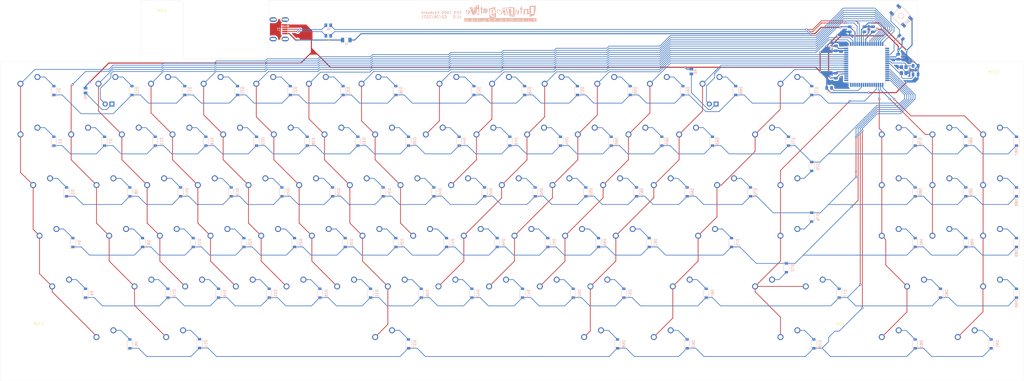
<source format=kicad_pcb>
(kicad_pcb (version 20171130) (host pcbnew 5.1.9)
  (layers (0 F.Cu signal) (31 B.Cu signal) (34 B.Paste user) (35 F.Paste user) (36 B.SilkS user) (37 F.SilkS user) (38 B.Mask user) (39 F.Mask user) (44 Edge.Cuts user))
  (net 0 "")
  (net 1 GND)
  (net 2 "Net-(C1-Pad1)")
  (net 3 "Net-(C2-Pad1)")
  (net 4 "Net-(C3-Pad1)")
  (net 5 +5V)
  (net 6 "Net-(D1-Pad2)")
  (net 7 ROW0)
  (net 8 "Net-(D2-Pad2)")
  (net 9 ROW1)
  (net 10 "Net-(D3-Pad2)")
  (net 11 ROW2)
  (net 12 "Net-(D4-Pad2)")
  (net 13 ROW3)
  (net 14 "Net-(D5-Pad2)")
  (net 15 ROW4)
  (net 16 "Net-(D6-Pad2)")
  (net 17 ROW5)
  (net 18 "Net-(D7-Pad2)")
  (net 19 "Net-(D8-Pad2)")
  (net 20 "Net-(D9-Pad2)")
  (net 21 "Net-(D10-Pad2)")
  (net 22 "Net-(D11-Pad2)")
  (net 23 "Net-(D12-Pad2)")
  (net 24 "Net-(D13-Pad2)")
  (net 25 "Net-(D14-Pad2)")
  (net 26 "Net-(D15-Pad2)")
  (net 27 "Net-(D16-Pad2)")
  (net 28 "Net-(D17-Pad2)")
  (net 29 "Net-(D18-Pad2)")
  (net 30 "Net-(D19-Pad2)")
  (net 31 "Net-(D20-Pad2)")
  (net 32 "Net-(D21-Pad2)")
  (net 33 "Net-(D22-Pad2)")
  (net 34 "Net-(D23-Pad2)")
  (net 35 "Net-(D24-Pad2)")
  (net 36 "Net-(D25-Pad2)")
  (net 37 "Net-(D26-Pad2)")
  (net 38 "Net-(D27-Pad2)")
  (net 39 "Net-(D28-Pad2)")
  (net 40 "Net-(D29-Pad2)")
  (net 41 "Net-(D30-Pad2)")
  (net 42 "Net-(D31-Pad2)")
  (net 43 "Net-(D32-Pad2)")
  (net 44 "Net-(D33-Pad2)")
  (net 45 "Net-(D34-Pad2)")
  (net 46 "Net-(D35-Pad2)")
  (net 47 "Net-(D36-Pad2)")
  (net 48 "Net-(D37-Pad2)")
  (net 49 "Net-(D38-Pad2)")
  (net 50 "Net-(D39-Pad2)")
  (net 51 "Net-(D40-Pad2)")
  (net 52 "Net-(D41-Pad2)")
  (net 53 "Net-(D42-Pad2)")
  (net 54 "Net-(D43-Pad2)")
  (net 55 "Net-(D44-Pad2)")
  (net 56 "Net-(D45-Pad2)")
  (net 57 "Net-(D46-Pad2)")
  (net 58 "Net-(D47-Pad2)")
  (net 59 "Net-(D48-Pad2)")
  (net 60 "Net-(D49-Pad2)")
  (net 61 "Net-(D50-Pad2)")
  (net 62 "Net-(D51-Pad2)")
  (net 63 "Net-(D52-Pad2)")
  (net 64 "Net-(D53-Pad2)")
  (net 65 "Net-(D54-Pad2)")
  (net 66 "Net-(D55-Pad2)")
  (net 67 "Net-(D56-Pad2)")
  (net 68 "Net-(D57-Pad2)")
  (net 69 "Net-(D58-Pad2)")
  (net 70 "Net-(D59-Pad2)")
  (net 71 "Net-(D60-Pad2)")
  (net 72 "Net-(D61-Pad2)")
  (net 73 "Net-(D62-Pad2)")
  (net 74 "Net-(D63-Pad2)")
  (net 75 "Net-(D64-Pad2)")
  (net 76 "Net-(D65-Pad2)")
  (net 77 "Net-(D66-Pad2)")
  (net 78 "Net-(D67-Pad2)")
  (net 79 "Net-(D68-Pad2)")
  (net 80 "Net-(D69-Pad2)")
  (net 81 "Net-(D70-Pad2)")
  (net 82 "Net-(D71-Pad2)")
  (net 83 "Net-(D72-Pad2)")
  (net 84 "Net-(D73-Pad2)")
  (net 85 "Net-(D74-Pad2)")
  (net 86 "Net-(D75-Pad2)")
  (net 87 "Net-(D76-Pad2)")
  (net 88 "Net-(D77-Pad2)")
  (net 89 "Net-(D78-Pad2)")
  (net 90 "Net-(D79-Pad2)")
  (net 91 "Net-(D80-Pad2)")
  (net 92 "Net-(D81-Pad2)")
  (net 93 "Net-(D82-Pad2)")
  (net 94 "Net-(D83-Pad2)")
  (net 95 "Net-(D84-Pad2)")
  (net 96 "Net-(D85-Pad2)")
  (net 97 "Net-(D86-Pad2)")
  (net 98 "Net-(D87-Pad2)")
  (net 99 "Net-(D88-Pad2)")
  (net 100 "Net-(D89-Pad2)")
  (net 101 "Net-(D90-Pad2)")
  (net 102 "Net-(D91-Pad2)")
  (net 103 VCC)
  (net 104 D+)
  (net 105 D-)
  (net 106 COL0)
  (net 107 COL1)
  (net 108 CAPSGND)
  (net 109 CAPSLED)
  (net 110 COL2)
  (net 111 COL3)
  (net 112 COL4)
  (net 113 COL5)
  (net 114 COL6)
  (net 115 COL7)
  (net 116 COL8)
  (net 117 COL9)
  (net 118 COL10)
  (net 119 COL11)
  (net 120 COL12)
  (net 121 NUMGND)
  (net 122 NUMLED)
  (net 123 COL13)
  (net 124 COL14)
  (net 125 "Net-(R1-Pad2)")
  (net 126 "Net-(R2-Pad1)")
  (net 127 "Net-(R3-Pad1)")
  (net 128 "Net-(R4-Pad2)")
  (net 129 "Net-(U1-Pad42)")
  (net 130 COL15)
  (net 131 COL16)
  (net 132 COL17)
  (net 133 COL18)
  (net 134 "Net-(U1-Pad62)")
  (net 135 "Net-(U1-Pad51)")
  (net 136 "Net-(U1-Pad50)")
  (net 137 "Net-(U1-Pad49)")
  (net 138 "Net-(U1-Pad48)")
  (net 139 "Net-(U1-Pad47)")
  (net 140 "Net-(U1-Pad46)")
  (net 141 "Net-(U1-Pad45)")
  (net 142 "Net-(U1-Pad44)")
  (net 143 "Net-(U1-Pad41)")
  (net 144 "Net-(U1-Pad40)")
  (net 145 "Net-(U1-Pad39)")
  (net 146 "Net-(U1-Pad38)")
  (net 147 "Net-(U1-Pad37)")
  (net 148 "Net-(U1-Pad26)")
  (net 149 "Net-(U1-Pad25)")
  (net 150 "Net-(U1-Pad19)")
  (net 151 "Net-(U1-Pad18)")
  (net 152 "Net-(U1-Pad17)")
  (net 153 "Net-(U1-Pad9)")
  (module Interrogative:Interrogative (layer B.Cu) (at 188.11875 4.7625 180)
    (fp_text reference G1 hide)
    (fp_text value LOGO hide)
  )
  (module random-keyboard-parts:Molex-0548190589c (layer F.Cu) (at 102.7 11.0375)
    (fp_text reference J1 (at 2.032 0 -90) (layer F.SilkS))
    (fp_text value USB_B)
    (pad 6 thru_hole oval (at 0 -3.65) (size 2.7 1.7) (drill oval 1.9 0.7) (layers *.Cu *.Mask))
    (pad 6 thru_hole oval (at 0 3.65) (size 2.7 1.7) (drill oval 1.9 0.7) (layers *.Cu *.Mask))
    (pad 6 thru_hole oval (at 4.5 3.65) (size 2.7 1.7) (drill oval 1.9 0.7) (layers *.Cu *.Mask))
    (pad 6 thru_hole oval (at 4.5 -3.65) (size 2.7 1.7) (drill oval 1.9 0.7) (layers *.Cu *.Mask))
    (pad 5 smd rect (at 4.5 -1.6) (size 2.25 0.5) (layers F.Cu F.Paste F.Mask) (net 1 GND))
    (pad 4 smd rect (at 4.5 -0.8) (size 2.25 0.5) (layers F.Cu F.Paste F.Mask) (net 1 GND))
    (pad 3 smd rect (at 4.5 0) (size 2.25 0.5) (layers F.Cu F.Paste F.Mask) (net 104 D+))
    (pad 2 smd rect (at 4.5 0.8) (size 2.25 0.5) (layers F.Cu F.Paste F.Mask) (net 105 D-))
    (pad 1 smd rect (at 4.5 1.6) (size 2.25 0.5) (layers F.Cu F.Paste F.Mask) (net 103 VCC))
  )
  (module MountingEquipment:MountingHole_7.0mm (layer F.Cu) (at 316.25 129.3)
    (fp_text reference REF4 (at 0 -7.5) (layer F.SilkS))
    (fp_text value MountingHole_7.0mm)
    (pad "" np_thru_hole circle (at 0 0) (size 7 7) (drill 7) (layers *.Cu *.Mask))
  )
  (module MountingEquipment:MountingHole_7.0mm (layer F.Cu) (at 373.45 34.6)
    (fp_text reference REF2 (at 0 -7.5) (layer F.SilkS))
    (fp_text value MountingHole_7.0mm)
    (pad "" np_thru_hole circle (at 0 0) (size 7 7) (drill 7) (layers *.Cu *.Mask))
  )
  (module MountingEquipment:MountingHole_7.0mm (layer F.Cu) (at 14.5 129.3)
    (fp_text reference REF3 (at 0 -7.5) (layer F.SilkS))
    (fp_text value MountingHole_7.0mm)
    (pad "" np_thru_hole circle (at 0 0) (size 7 7) (drill 7) (layers *.Cu *.Mask))
  )
  (module MountingEquipment:MountingHole_7.0mm (layer F.Cu) (at 60.9 11.6)
    (fp_text reference REF1 (at 0 -7.5) (layer F.SilkS))
    (fp_text value MountingHole_7.0mm hide)
    (pad "" np_thru_hole circle (at 0 0) (size 7 7) (drill 7) (layers *.Cu *.Mask))
  )
  (module Capacitor_SMD:C_0805_2012Metric (layer B.Cu) (at 328.20625 11.0375 90)
    (fp_text reference C8 (at 0 1.68 270) (layer B.SilkS) (effects (justify mirror)))
    (fp_text value 0.1uF)
    (pad 2 smd roundrect (at 0.95 0 90) (size 1 1.45) (layers B.Cu B.Paste B.Mask) (net 1 GND))
    (pad 1 smd roundrect (at -0.95 0 90) (size 1 1.45) (layers B.Cu B.Paste B.Mask) (net 5 +5V))
  )
  (module MX_Only:MXOnly-1U (layer F.Cu) (at 40.7989 34.05625)
    (fp_text reference MX12)
    (fp_text value "CAPS LOCK")
    (pad "" np_thru_hole circle (at 5.08 0 48.0996) (size 1.75 1.75) (drill 1.75) (layers *.Cu *.Mask))
    (pad "" np_thru_hole circle (at -5.08 0 48.0996) (size 1.75 1.75) (drill 1.75) (layers *.Cu *.Mask))
    (pad 4 thru_hole rect (at 1.27 5.08) (size 1.905 1.905) (drill 1.04) (layers *.Cu B.Mask) (net 108 CAPSGND))
    (pad 3 thru_hole circle (at -1.27 5.08) (size 1.905 1.905) (drill 1.04) (layers *.Cu B.Mask) (net 109 CAPSLED))
    (pad 1 thru_hole circle (at -3.81 -2.54) (size 2.25 2.25) (drill 1.47) (layers *.Cu B.Mask) (net 110 COL2))
    (pad "" np_thru_hole circle (at 0 0) (size 3.9878 3.9878) (drill 3.9878) (layers *.Cu *.Mask))
    (pad 2 thru_hole circle (at 2.54 -5.08) (size 2.25 2.25) (drill 1.47) (layers *.Cu B.Mask) (net 23 "Net-(D12-Pad2)"))
  )
  (module MX_Only:MXOnly-1U-NoLED (layer F.Cu) (at 11.5 34.05625)
    (fp_text reference MX1)
    (fp_text value ESC)
    (pad 2 thru_hole circle (at 2.54 -5.08) (size 2.25 2.25) (drill 1.47) (layers *.Cu B.Mask) (net 6 "Net-(D1-Pad2)"))
    (pad "" np_thru_hole circle (at 0 0) (size 3.9878 3.9878) (drill 3.9878) (layers *.Cu *.Mask))
    (pad 1 thru_hole circle (at -3.81 -2.54) (size 2.25 2.25) (drill 1.47) (layers *.Cu B.Mask) (net 106 COL0))
    (pad "" np_thru_hole circle (at -5.08 0 48.0996) (size 1.75 1.75) (drill 1.75) (layers *.Cu *.Mask))
    (pad "" np_thru_hole circle (at 5.08 0 48.0996) (size 1.75 1.75) (drill 1.75) (layers *.Cu *.Mask))
  )
  (module Crystal:Crystal_SMD_3225-4Pin_3.2x2.5mm (layer B.Cu) (at 339.788485 26.37275 90)
    (fp_text reference Y1 (at 0 2.45 -90) (layer B.SilkS) (effects (justify mirror)))
    (fp_text value 16MHz)
    (pad 4 smd rect (at -1.1 0.85 90) (size 1.4 1.2) (layers B.Cu B.Paste B.Mask) (net 1 GND))
    (pad 3 smd rect (at 1.1 0.85 90) (size 1.4 1.2) (layers B.Cu B.Paste B.Mask) (net 3 "Net-(C2-Pad1)"))
    (pad 2 smd rect (at 1.1 -0.85 90) (size 1.4 1.2) (layers B.Cu B.Paste B.Mask) (net 1 GND))
    (pad 1 smd rect (at -1.1 -0.85 90) (size 1.4 1.2) (layers B.Cu B.Paste B.Mask) (net 2 "Net-(C1-Pad1)"))
  )
  (module Resistor_SMD:R_0805_2012Metric (layer B.Cu) (at 311.728 33.072)
    (fp_text reference R4 (at 0 1.65) (layer B.SilkS) (effects (justify mirror)))
    (fp_text value 1k)
    (pad 2 smd roundrect (at 0.9125 0) (size 1.025 1.4) (layers B.Cu B.Paste B.Mask) (roundrect_rratio 0.2439004878048781) (net 128 "Net-(R4-Pad2)"))
    (pad 1 smd roundrect (at -0.9125 0) (size 1.025 1.4) (layers B.Cu B.Paste B.Mask) (roundrect_rratio 0.2439004878048781) (net 1 GND))
  )
  (module Capacitor_SMD:C_0805_2012Metric (layer B.Cu) (at 337.73125 21.35625 270)
    (fp_text reference C7 (at 0 -2.110313 270) (layer B.SilkS) (effects (font (size 0.889 0.889)) (justify mirror)))
    (fp_text value 0.1uF)
    (pad 2 smd roundrect (at 0.95 0 270) (size 1 1.45) (layers B.Cu B.Paste B.Mask) (net 1 GND))
    (pad 1 smd roundrect (at -0.95 0 270) (size 1 1.45) (layers B.Cu B.Paste B.Mask) (net 5 +5V))
  )
  (module Capacitor_SMD:C_0805_2012Metric (layer B.Cu) (at 314.268 18.18125 270)
    (fp_text reference C6 (at 0 1.68 90) (layer B.SilkS) (effects (justify mirror)))
    (fp_text value 0.1uF)
    (pad 2 smd roundrect (at 0.95 0 270) (size 1 1.45) (layers B.Cu B.Paste B.Mask) (net 1 GND))
    (pad 1 smd roundrect (at -0.95 0 270) (size 1 1.45) (layers B.Cu B.Paste B.Mask) (net 5 +5V))
  )
  (module Capacitor_SMD:C_0805_2012Metric (layer B.Cu) (at 314.268 28.5 90)
    (fp_text reference C5 (at 0 1.68 270) (layer B.SilkS) (effects (justify mirror)))
    (fp_text value 0.1uF)
    (pad 2 smd roundrect (at 0.95 0 90) (size 1 1.45) (layers B.Cu B.Paste B.Mask) (net 1 GND))
    (pad 1 smd roundrect (at -0.95 0 90) (size 1 1.45) (layers B.Cu B.Paste B.Mask) (net 5 +5V))
  )
  (module Capacitor_SMD:C_0805_2012Metric (layer B.Cu) (at 319.475 11.0375 270)
    (fp_text reference C4 (at 0 -1.638679 90) (layer B.SilkS) (effects (justify mirror)))
    (fp_text value 1.0uF)
    (pad 2 smd roundrect (at 0.95 0 270) (size 1 1.45) (layers B.Cu B.Paste B.Mask) (net 1 GND))
    (pad 1 smd roundrect (at -0.95 0 270) (size 1 1.45) (layers B.Cu B.Paste B.Mask) (net 5 +5V))
  )
  (module Capacitor_SMD:C_0805_2012Metric (layer B.Cu) (at 325.03125 11.0375 90)
    (fp_text reference C3 (at 0 1.68 90) (layer B.SilkS) (effects (justify mirror)))
    (fp_text value 1uF)
    (pad 2 smd roundrect (at 0.95 0 90) (size 1 1.45) (layers B.Cu B.Paste B.Mask) (net 1 GND))
    (pad 1 smd roundrect (at -0.95 0 90) (size 1 1.45) (layers B.Cu B.Paste B.Mask) (net 4 "Net-(C3-Pad1)"))
  )
  (module Capacitor_SMD:C_0805_2012Metric (layer B.Cu) (at 344.278613 24.78525)
    (fp_text reference C2 (at -1.784863 -1.751499) (layer B.SilkS) (effects (justify mirror)))
    (fp_text value 22pF hide)
    (pad 2 smd roundrect (at 0.95 0) (size 1 1.45) (layers B.Cu B.Paste B.Mask) (net 1 GND))
    (pad 1 smd roundrect (at -0.95 0) (size 1 1.45) (layers B.Cu B.Paste B.Mask) (net 3 "Net-(C2-Pad1)"))
  )
  (module Capacitor_SMD:C_0805_2012Metric (layer B.Cu) (at 344.24 27.96025)
    (fp_text reference C1 (at 0 -1.479127) (layer B.SilkS) (effects (justify mirror)))
    (fp_text value 22pF)
    (pad 2 smd roundrect (at 0.95 0) (size 1 1.45) (layers B.Cu B.Paste B.Mask) (net 1 GND))
    (pad 1 smd roundrect (at -0.95 0) (size 1 1.45) (layers B.Cu B.Paste B.Mask) (net 2 "Net-(C1-Pad1)"))
  )
  (module Package_QFP:TQFP-64_14x14mm_P0.8mm (layer B.Cu) (at 325.872585 24.229288 270)
    (fp_text reference U1 (at -9.525 -1.539915 180) (layer B.SilkS) (effects (justify mirror)))
    (fp_text value AT90USB1286-AU)
    (pad 1 smd rect (at -7.7 6 270) (size 1.5 0.55) (layers B.Cu B.Paste B.Mask) (net 115 COL7))
    (pad 2 smd rect (at -7.7 5.2 270) (size 1.5 0.55) (layers B.Cu B.Paste B.Mask) (net 114 COL6))
    (pad 3 smd rect (at -7.7 4.4 270) (size 1.5 0.55) (layers B.Cu B.Paste B.Mask) (net 5 +5V))
    (pad 4 smd rect (at -7.7 3.6 270) (size 1.5 0.55) (layers B.Cu B.Paste B.Mask) (net 126 "Net-(R2-Pad1)"))
    (pad 5 smd rect (at -7.7 2.8 270) (size 1.5 0.55) (layers B.Cu B.Paste B.Mask) (net 127 "Net-(R3-Pad1)"))
    (pad 6 smd rect (at -7.7 2 270) (size 1.5 0.55) (layers B.Cu B.Paste B.Mask) (net 1 GND))
    (pad 7 smd rect (at -7.7 1.2 270) (size 1.5 0.55) (layers B.Cu B.Paste B.Mask) (net 4 "Net-(C3-Pad1)"))
    (pad 8 smd rect (at -7.7 0.4 270) (size 1.5 0.55) (layers B.Cu B.Paste B.Mask) (net 5 +5V))
    (pad 9 smd rect (at -7.7 -0.4 270) (size 1.5 0.55) (layers B.Cu B.Paste B.Mask) (net 153 "Net-(U1-Pad9)"))
    (pad 10 smd rect (at -7.7 -1.2 270) (size 1.5 0.55) (layers B.Cu B.Paste B.Mask) (net 113 COL5))
    (pad 11 smd rect (at -7.7 -2 270) (size 1.5 0.55) (layers B.Cu B.Paste B.Mask) (net 112 COL4))
    (pad 12 smd rect (at -7.7 -2.8 270) (size 1.5 0.55) (layers B.Cu B.Paste B.Mask) (net 111 COL3))
    (pad 13 smd rect (at -7.7 -3.6 270) (size 1.5 0.55) (layers B.Cu B.Paste B.Mask) (net 109 CAPSLED))
    (pad 14 smd rect (at -7.7 -4.4 270) (size 1.5 0.55) (layers B.Cu B.Paste B.Mask) (net 110 COL2))
    (pad 15 smd rect (at -7.7 -5.2 270) (size 1.5 0.55) (layers B.Cu B.Paste B.Mask) (net 107 COL1))
    (pad 16 smd rect (at -7.7 -6 270) (size 1.5 0.55) (layers B.Cu B.Paste B.Mask) (net 106 COL0))
    (pad 17 smd rect (at -6 -7.7 180) (size 1.5 0.55) (layers B.Cu B.Paste B.Mask) (net 152 "Net-(U1-Pad17)"))
    (pad 18 smd rect (at -5.2 -7.7 180) (size 1.5 0.55) (layers B.Cu B.Paste B.Mask) (net 151 "Net-(U1-Pad18)"))
    (pad 19 smd rect (at -4.4 -7.7 180) (size 1.5 0.55) (layers B.Cu B.Paste B.Mask) (net 150 "Net-(U1-Pad19)"))
    (pad 20 smd rect (at -3.6 -7.7 180) (size 1.5 0.55) (layers B.Cu B.Paste B.Mask) (net 125 "Net-(R1-Pad2)"))
    (pad 21 smd rect (at -2.8 -7.7 180) (size 1.5 0.55) (layers B.Cu B.Paste B.Mask) (net 5 +5V))
    (pad 22 smd rect (at -2 -7.7 180) (size 1.5 0.55) (layers B.Cu B.Paste B.Mask) (net 1 GND))
    (pad 23 smd rect (at -1.2 -7.7 180) (size 1.5 0.55) (layers B.Cu B.Paste B.Mask) (net 3 "Net-(C2-Pad1)"))
    (pad 24 smd rect (at -0.4 -7.7 180) (size 1.5 0.55) (layers B.Cu B.Paste B.Mask) (net 2 "Net-(C1-Pad1)"))
    (pad 25 smd rect (at 0.4 -7.7 180) (size 1.5 0.55) (layers B.Cu B.Paste B.Mask) (net 149 "Net-(U1-Pad25)"))
    (pad 26 smd rect (at 1.2 -7.7 180) (size 1.5 0.55) (layers B.Cu B.Paste B.Mask) (net 148 "Net-(U1-Pad26)"))
    (pad 27 smd rect (at 2 -7.7 180) (size 1.5 0.55) (layers B.Cu B.Paste B.Mask) (net 17 ROW5))
    (pad 28 smd rect (at 2.8 -7.7 180) (size 1.5 0.55) (layers B.Cu B.Paste B.Mask) (net 15 ROW4))
    (pad 29 smd rect (at 3.6 -7.7 180) (size 1.5 0.55) (layers B.Cu B.Paste B.Mask) (net 13 ROW3))
    (pad 30 smd rect (at 4.4 -7.7 180) (size 1.5 0.55) (layers B.Cu B.Paste B.Mask) (net 11 ROW2))
    (pad 31 smd rect (at 5.2 -7.7 180) (size 1.5 0.55) (layers B.Cu B.Paste B.Mask) (net 9 ROW1))
    (pad 32 smd rect (at 6 -7.7 180) (size 1.5 0.55) (layers B.Cu B.Paste B.Mask) (net 7 ROW0))
    (pad 33 smd rect (at 7.7 -6 270) (size 1.5 0.55) (layers B.Cu B.Paste B.Mask) (net 133 COL18))
    (pad 34 smd rect (at 7.7 -5.2 270) (size 1.5 0.55) (layers B.Cu B.Paste B.Mask) (net 132 COL17))
    (pad 35 smd rect (at 7.7 -4.4 270) (size 1.5 0.55) (layers B.Cu B.Paste B.Mask) (net 131 COL16))
    (pad 36 smd rect (at 7.7 -3.6 270) (size 1.5 0.55) (layers B.Cu B.Paste B.Mask) (net 130 COL15))
    (pad 37 smd rect (at 7.7 -2.8 270) (size 1.5 0.55) (layers B.Cu B.Paste B.Mask) (net 147 "Net-(U1-Pad37)"))
    (pad 38 smd rect (at 7.7 -2 270) (size 1.5 0.55) (layers B.Cu B.Paste B.Mask) (net 146 "Net-(U1-Pad38)"))
    (pad 39 smd rect (at 7.7 -1.2 270) (size 1.5 0.55) (layers B.Cu B.Paste B.Mask) (net 145 "Net-(U1-Pad39)"))
    (pad 40 smd rect (at 7.7 -0.4 270) (size 1.5 0.55) (layers B.Cu B.Paste B.Mask) (net 144 "Net-(U1-Pad40)"))
    (pad 41 smd rect (at 7.7 0.4 270) (size 1.5 0.55) (layers B.Cu B.Paste B.Mask) (net 143 "Net-(U1-Pad41)"))
    (pad 42 smd rect (at 7.7 1.2 270) (size 1.5 0.55) (layers B.Cu B.Paste B.Mask) (net 129 "Net-(U1-Pad42)"))
    (pad 43 smd rect (at 7.7 2 270) (size 1.5 0.55) (layers B.Cu B.Paste B.Mask) (net 128 "Net-(R4-Pad2)"))
    (pad 44 smd rect (at 7.7 2.8 270) (size 1.5 0.55) (layers B.Cu B.Paste B.Mask) (net 142 "Net-(U1-Pad44)"))
    (pad 45 smd rect (at 7.7 3.6 270) (size 1.5 0.55) (layers B.Cu B.Paste B.Mask) (net 141 "Net-(U1-Pad45)"))
    (pad 46 smd rect (at 7.7 4.4 270) (size 1.5 0.55) (layers B.Cu B.Paste B.Mask) (net 140 "Net-(U1-Pad46)"))
    (pad 47 smd rect (at 7.7 5.2 270) (size 1.5 0.55) (layers B.Cu B.Paste B.Mask) (net 139 "Net-(U1-Pad47)"))
    (pad 48 smd rect (at 7.7 6 270) (size 1.5 0.55) (layers B.Cu B.Paste B.Mask) (net 138 "Net-(U1-Pad48)"))
    (pad 49 smd rect (at 6 7.7 180) (size 1.5 0.55) (layers B.Cu B.Paste B.Mask) (net 137 "Net-(U1-Pad49)"))
    (pad 50 smd rect (at 5.2 7.7 180) (size 1.5 0.55) (layers B.Cu B.Paste B.Mask) (net 136 "Net-(U1-Pad50)"))
    (pad 51 smd rect (at 4.4 7.7 180) (size 1.5 0.55) (layers B.Cu B.Paste B.Mask) (net 135 "Net-(U1-Pad51)"))
    (pad 52 smd rect (at 3.6 7.7 180) (size 1.5 0.55) (layers B.Cu B.Paste B.Mask) (net 5 +5V))
    (pad 53 smd rect (at 2.8 7.7 180) (size 1.5 0.55) (layers B.Cu B.Paste B.Mask) (net 1 GND))
    (pad 54 smd rect (at 2 7.7 180) (size 1.5 0.55) (layers B.Cu B.Paste B.Mask) (net 124 COL14))
    (pad 55 smd rect (at 1.2 7.7 180) (size 1.5 0.55) (layers B.Cu B.Paste B.Mask) (net 122 NUMLED))
    (pad 56 smd rect (at 0.4 7.7 180) (size 1.5 0.55) (layers B.Cu B.Paste B.Mask) (net 123 COL13))
    (pad 57 smd rect (at -0.4 7.7 180) (size 1.5 0.55) (layers B.Cu B.Paste B.Mask) (net 120 COL12))
    (pad 58 smd rect (at -1.2 7.7 180) (size 1.5 0.55) (layers B.Cu B.Paste B.Mask) (net 119 COL11))
    (pad 59 smd rect (at -2 7.7 180) (size 1.5 0.55) (layers B.Cu B.Paste B.Mask) (net 118 COL10))
    (pad 60 smd rect (at -2.8 7.7 180) (size 1.5 0.55) (layers B.Cu B.Paste B.Mask) (net 117 COL9))
    (pad 61 smd rect (at -3.6 7.7 180) (size 1.5 0.55) (layers B.Cu B.Paste B.Mask) (net 116 COL8))
    (pad 62 smd rect (at -4.4 7.7 180) (size 1.5 0.55) (layers B.Cu B.Paste B.Mask) (net 134 "Net-(U1-Pad62)"))
    (pad 63 smd rect (at -5.2 7.7 180) (size 1.5 0.55) (layers B.Cu B.Paste B.Mask) (net 1 GND))
    (pad 64 smd rect (at -6 7.7 180) (size 1.5 0.55) (layers B.Cu B.Paste B.Mask) (net 5 +5V))
  )
  (module random-keyboard-parts:SKQG-1155865 (layer B.Cu) (at 338.836 5.969 315)
    (fp_text reference SW1 (at 3.38492 0.010607 225) (layer B.SilkS) (effects (font (size 0.762 0.762)) (justify mirror)))
    (fp_text value SW_PUSH hide)
    (pad 1 smd rect (at 3.1 -1.85 315) (size 1.8 1.1) (layers B.Cu B.Paste B.Mask) (net 1 GND))
    (pad 2 smd rect (at -3.1 1.85 315) (size 1.8 1.1) (layers B.Cu B.Paste B.Mask) (net 125 "Net-(R1-Pad2)"))
    (pad 3 smd rect (at 3.1 1.85 315) (size 1.8 1.1) (layers B.Cu B.Paste B.Mask))
    (pad 4 smd rect (at -3.1 -1.85 315) (size 1.8 1.1) (layers B.Cu B.Paste B.Mask))
  )
  (module Resistor_SMD:R_0805_2012Metric (layer B.Cu) (at 259.94375 26.9125 90)
    (fp_text reference R6 (at 0 1.5875 270) (layer B.SilkS) (effects (justify mirror)))
    (fp_text value "330 Ohm")
    (pad 2 smd roundrect (at 0.9125 0 90) (size 1.025 1.4) (layers B.Cu B.Paste B.Mask) (roundrect_rratio 0.2439004878048781) (net 1 GND))
    (pad 1 smd roundrect (at -0.9125 0 90) (size 1.025 1.4) (layers B.Cu B.Paste B.Mask) (roundrect_rratio 0.2439004878048781) (net 121 NUMGND))
  )
  (module Resistor_SMD:R_0805_2012Metric (layer B.Cu) (at 32.1375 34.05625 90)
    (fp_text reference R5 (at -2.38125 0 90) (layer B.SilkS) (effects (justify mirror)))
    (fp_text value "330 Ohm")
    (pad 2 smd roundrect (at 0.9125 0 90) (size 1.025 1.4) (layers B.Cu B.Paste B.Mask) (roundrect_rratio 0.2439004878048781) (net 1 GND))
    (pad 1 smd roundrect (at -0.9125 0 90) (size 1.025 1.4) (layers B.Cu B.Paste B.Mask) (roundrect_rratio 0.2439004878048781) (net 108 CAPSGND))
  )
  (module Resistor_SMD:R_0805_2012Metric (layer B.Cu) (at 123.41875 13.49375 180)
    (fp_text reference R2 (at 0.04375 -1.5875 180) (layer B.SilkS) (effects (font (size 0.61 0.61)) (justify mirror)))
    (fp_text value 22)
    (pad 2 smd roundrect (at 0.9125 0 180) (size 1.025 1.4) (layers B.Cu B.Paste B.Mask) (roundrect_rratio 0.2439004878048781) (net 105 D-))
    (pad 1 smd roundrect (at -0.9125 0 180) (size 1.025 1.4) (layers B.Cu B.Paste B.Mask) (roundrect_rratio 0.2439004878048781) (net 126 "Net-(R2-Pad1)"))
  )
  (module Resistor_SMD:R_0805_2012Metric (layer B.Cu) (at 123.41875 9.525 180)
    (fp_text reference R3 (at -0.127 -1.524 180) (layer B.SilkS) (effects (font (size 0.61 0.61)) (justify mirror)))
    (fp_text value 22)
    (pad 2 smd roundrect (at 0.9125 0 180) (size 1.025 1.4) (layers B.Cu B.Paste B.Mask) (roundrect_rratio 0.2439004878048781) (net 104 D+))
    (pad 1 smd roundrect (at -0.9125 0 180) (size 1.025 1.4) (layers B.Cu B.Paste B.Mask) (roundrect_rratio 0.2439004878048781) (net 127 "Net-(R3-Pad1)"))
  )
  (module Resistor_SMD:R_0805_2012Metric (layer B.Cu) (at 338.804765 14.054765 135)
    (fp_text reference R1 (at 0 -1.781371 135) (layer B.SilkS) (effects (font (size 0.889 0.889)) (justify mirror)))
    (fp_text value 10k)
    (pad 1 smd roundrect (at -0.9125 0 135) (size 1.025 1.4) (layers B.Cu B.Paste B.Mask) (roundrect_rratio 0.2439004878048781) (net 5 +5V))
    (pad 2 smd roundrect (at 0.9125 0 135) (size 1.025 1.4) (layers B.Cu B.Paste B.Mask) (roundrect_rratio 0.2439004878048781) (net 125 "Net-(R1-Pad2)"))
  )
  (module MX_Only:MXOnly-2U-NoLED (layer F.Cu) (at 363.925 129.30625)
    (fp_text reference MX91)
    (fp_text value ENTER)
    (pad 2 thru_hole circle (at 2.54 -5.08) (size 2.25 2.25) (drill 1.47) (layers *.Cu B.Mask) (net 102 "Net-(D91-Pad2)"))
    (pad "" np_thru_hole circle (at 0 0) (size 3.9878 3.9878) (drill 3.9878) (layers *.Cu *.Mask))
    (pad 1 thru_hole circle (at -3.81 -2.54) (size 2.25 2.25) (drill 1.47) (layers *.Cu B.Mask) (net 133 COL18))
    (pad "" np_thru_hole circle (at -5.08 0 48.0996) (size 1.75 1.75) (drill 1.75) (layers *.Cu *.Mask))
    (pad "" np_thru_hole circle (at 5.08 0 48.0996) (size 1.75 1.75) (drill 1.75) (layers *.Cu *.Mask))
    (pad "" np_thru_hole circle (at -11.90625 -6.985) (size 3.048 3.048) (drill 3.048) (layers *.Cu *.Mask))
    (pad "" np_thru_hole circle (at 11.90625 -6.985) (size 3.048 3.048) (drill 3.048) (layers *.Cu *.Mask))
    (pad "" np_thru_hole circle (at -11.90625 8.255) (size 3.9878 3.9878) (drill 3.9878) (layers *.Cu *.Mask))
    (pad "" np_thru_hole circle (at 11.90625 8.255) (size 3.9878 3.9878) (drill 3.9878) (layers *.Cu *.Mask))
  )
  (module MX_Only:MXOnly-1U-NoLED (layer F.Cu) (at 373.45 110.25625)
    (fp_text reference MX90)
    (fp_text value .)
    (pad 2 thru_hole circle (at 2.54 -5.08) (size 2.25 2.25) (drill 1.47) (layers *.Cu B.Mask) (net 101 "Net-(D90-Pad2)"))
    (pad "" np_thru_hole circle (at 0 0) (size 3.9878 3.9878) (drill 3.9878) (layers *.Cu *.Mask))
    (pad 1 thru_hole circle (at -3.81 -2.54) (size 2.25 2.25) (drill 1.47) (layers *.Cu B.Mask) (net 133 COL18))
    (pad "" np_thru_hole circle (at -5.08 0 48.0996) (size 1.75 1.75) (drill 1.75) (layers *.Cu *.Mask))
    (pad "" np_thru_hole circle (at 5.08 0 48.0996) (size 1.75 1.75) (drill 1.75) (layers *.Cu *.Mask))
  )
  (module MX_Only:MXOnly-1U-NoLED (layer F.Cu) (at 373.45 91.20625)
    (fp_text reference MX89)
    (fp_text value 3)
    (pad 2 thru_hole circle (at 2.54 -5.08) (size 2.25 2.25) (drill 1.47) (layers *.Cu B.Mask) (net 100 "Net-(D89-Pad2)"))
    (pad "" np_thru_hole circle (at 0 0) (size 3.9878 3.9878) (drill 3.9878) (layers *.Cu *.Mask))
    (pad 1 thru_hole circle (at -3.81 -2.54) (size 2.25 2.25) (drill 1.47) (layers *.Cu B.Mask) (net 133 COL18))
    (pad "" np_thru_hole circle (at -5.08 0 48.0996) (size 1.75 1.75) (drill 1.75) (layers *.Cu *.Mask))
    (pad "" np_thru_hole circle (at 5.08 0 48.0996) (size 1.75 1.75) (drill 1.75) (layers *.Cu *.Mask))
  )
  (module MX_Only:MXOnly-1U-NoLED (layer F.Cu) (at 373.45 72.15625)
    (fp_text reference MX88)
    (fp_text value 6)
    (pad 2 thru_hole circle (at 2.54 -5.08) (size 2.25 2.25) (drill 1.47) (layers *.Cu B.Mask) (net 99 "Net-(D88-Pad2)"))
    (pad "" np_thru_hole circle (at 0 0) (size 3.9878 3.9878) (drill 3.9878) (layers *.Cu *.Mask))
    (pad 1 thru_hole circle (at -3.81 -2.54) (size 2.25 2.25) (drill 1.47) (layers *.Cu B.Mask) (net 133 COL18))
    (pad "" np_thru_hole circle (at -5.08 0 48.0996) (size 1.75 1.75) (drill 1.75) (layers *.Cu *.Mask))
    (pad "" np_thru_hole circle (at 5.08 0 48.0996) (size 1.75 1.75) (drill 1.75) (layers *.Cu *.Mask))
  )
  (module MX_Only:MXOnly-1U-NoLED (layer F.Cu) (at 373.45 53.10625)
    (fp_text reference MX87)
    (fp_text value 9)
    (pad 2 thru_hole circle (at 2.54 -5.08) (size 2.25 2.25) (drill 1.47) (layers *.Cu B.Mask) (net 98 "Net-(D87-Pad2)"))
    (pad "" np_thru_hole circle (at 0 0) (size 3.9878 3.9878) (drill 3.9878) (layers *.Cu *.Mask))
    (pad 1 thru_hole circle (at -3.81 -2.54) (size 2.25 2.25) (drill 1.47) (layers *.Cu B.Mask) (net 133 COL18))
    (pad "" np_thru_hole circle (at -5.08 0 48.0996) (size 1.75 1.75) (drill 1.75) (layers *.Cu *.Mask))
    (pad "" np_thru_hole circle (at 5.08 0 48.0996) (size 1.75 1.75) (drill 1.75) (layers *.Cu *.Mask))
  )
  (module MX_Only:MXOnly-1U-NoLED (layer F.Cu) (at 354.4 91.20625)
    (fp_text reference MX86)
    (fp_text value 2)
    (pad 2 thru_hole circle (at 2.54 -5.08) (size 2.25 2.25) (drill 1.47) (layers *.Cu B.Mask) (net 97 "Net-(D86-Pad2)"))
    (pad "" np_thru_hole circle (at 0 0) (size 3.9878 3.9878) (drill 3.9878) (layers *.Cu *.Mask))
    (pad 1 thru_hole circle (at -3.81 -2.54) (size 2.25 2.25) (drill 1.47) (layers *.Cu B.Mask) (net 132 COL17))
    (pad "" np_thru_hole circle (at -5.08 0 48.0996) (size 1.75 1.75) (drill 1.75) (layers *.Cu *.Mask))
    (pad "" np_thru_hole circle (at 5.08 0 48.0996) (size 1.75 1.75) (drill 1.75) (layers *.Cu *.Mask))
  )
  (module MX_Only:MXOnly-1U-NoLED (layer F.Cu) (at 354.4 72.15625)
    (fp_text reference MX85)
    (fp_text value 5)
    (pad 2 thru_hole circle (at 2.54 -5.08) (size 2.25 2.25) (drill 1.47) (layers *.Cu B.Mask) (net 96 "Net-(D85-Pad2)"))
    (pad "" np_thru_hole circle (at 0 0) (size 3.9878 3.9878) (drill 3.9878) (layers *.Cu *.Mask))
    (pad 1 thru_hole circle (at -3.81 -2.54) (size 2.25 2.25) (drill 1.47) (layers *.Cu B.Mask) (net 132 COL17))
    (pad "" np_thru_hole circle (at -5.08 0 48.0996) (size 1.75 1.75) (drill 1.75) (layers *.Cu *.Mask))
    (pad "" np_thru_hole circle (at 5.08 0 48.0996) (size 1.75 1.75) (drill 1.75) (layers *.Cu *.Mask))
  )
  (module MX_Only:MXOnly-1U-NoLED (layer F.Cu) (at 354.4 53.10625)
    (fp_text reference MX84)
    (fp_text value 8)
    (pad 2 thru_hole circle (at 2.54 -5.08) (size 2.25 2.25) (drill 1.47) (layers *.Cu B.Mask) (net 95 "Net-(D84-Pad2)"))
    (pad "" np_thru_hole circle (at 0 0) (size 3.9878 3.9878) (drill 3.9878) (layers *.Cu *.Mask))
    (pad 1 thru_hole circle (at -3.81 -2.54) (size 2.25 2.25) (drill 1.47) (layers *.Cu B.Mask) (net 132 COL17))
    (pad "" np_thru_hole circle (at -5.08 0 48.0996) (size 1.75 1.75) (drill 1.75) (layers *.Cu *.Mask))
    (pad "" np_thru_hole circle (at 5.08 0 48.0996) (size 1.75 1.75) (drill 1.75) (layers *.Cu *.Mask))
  )
  (module MX_Only:MXOnly-1U-NoLED (layer F.Cu) (at 335.35 129.30625)
    (fp_text reference MX83)
    (fp_text value -)
    (pad 2 thru_hole circle (at 2.54 -5.08) (size 2.25 2.25) (drill 1.47) (layers *.Cu B.Mask) (net 94 "Net-(D83-Pad2)"))
    (pad "" np_thru_hole circle (at 0 0) (size 3.9878 3.9878) (drill 3.9878) (layers *.Cu *.Mask))
    (pad 1 thru_hole circle (at -3.81 -2.54) (size 2.25 2.25) (drill 1.47) (layers *.Cu B.Mask) (net 131 COL16))
    (pad "" np_thru_hole circle (at -5.08 0 48.0996) (size 1.75 1.75) (drill 1.75) (layers *.Cu *.Mask))
    (pad "" np_thru_hole circle (at 5.08 0 48.0996) (size 1.75 1.75) (drill 1.75) (layers *.Cu *.Mask))
  )
  (module MX_Only:MXOnly-2U-NoLED (layer F.Cu) (at 344.875 110.25625)
    (fp_text reference MX82)
    (fp_text value 0)
    (pad 2 thru_hole circle (at 2.54 -5.08) (size 2.25 2.25) (drill 1.47) (layers *.Cu B.Mask) (net 93 "Net-(D82-Pad2)"))
    (pad "" np_thru_hole circle (at 0 0) (size 3.9878 3.9878) (drill 3.9878) (layers *.Cu *.Mask))
    (pad 1 thru_hole circle (at -3.81 -2.54) (size 2.25 2.25) (drill 1.47) (layers *.Cu B.Mask) (net 131 COL16))
    (pad "" np_thru_hole circle (at -5.08 0 48.0996) (size 1.75 1.75) (drill 1.75) (layers *.Cu *.Mask))
    (pad "" np_thru_hole circle (at 5.08 0 48.0996) (size 1.75 1.75) (drill 1.75) (layers *.Cu *.Mask))
    (pad "" np_thru_hole circle (at -11.90625 -6.985) (size 3.048 3.048) (drill 3.048) (layers *.Cu *.Mask))
    (pad "" np_thru_hole circle (at 11.90625 -6.985) (size 3.048 3.048) (drill 3.048) (layers *.Cu *.Mask))
    (pad "" np_thru_hole circle (at -11.90625 8.255) (size 3.9878 3.9878) (drill 3.9878) (layers *.Cu *.Mask))
    (pad "" np_thru_hole circle (at 11.90625 8.255) (size 3.9878 3.9878) (drill 3.9878) (layers *.Cu *.Mask))
  )
  (module MX_Only:MXOnly-1U-NoLED (layer F.Cu) (at 335.35 91.20625)
    (fp_text reference MX81)
    (fp_text value 1)
    (pad 2 thru_hole circle (at 2.54 -5.08) (size 2.25 2.25) (drill 1.47) (layers *.Cu B.Mask) (net 92 "Net-(D81-Pad2)"))
    (pad "" np_thru_hole circle (at 0 0) (size 3.9878 3.9878) (drill 3.9878) (layers *.Cu *.Mask))
    (pad 1 thru_hole circle (at -3.81 -2.54) (size 2.25 2.25) (drill 1.47) (layers *.Cu B.Mask) (net 131 COL16))
    (pad "" np_thru_hole circle (at -5.08 0 48.0996) (size 1.75 1.75) (drill 1.75) (layers *.Cu *.Mask))
    (pad "" np_thru_hole circle (at 5.08 0 48.0996) (size 1.75 1.75) (drill 1.75) (layers *.Cu *.Mask))
  )
  (module MX_Only:MXOnly-1U-NoLED (layer F.Cu) (at 335.35 72.15625)
    (fp_text reference MX80)
    (fp_text value 4)
    (pad 2 thru_hole circle (at 2.54 -5.08) (size 2.25 2.25) (drill 1.47) (layers *.Cu B.Mask) (net 91 "Net-(D80-Pad2)"))
    (pad "" np_thru_hole circle (at 0 0) (size 3.9878 3.9878) (drill 3.9878) (layers *.Cu *.Mask))
    (pad 1 thru_hole circle (at -3.81 -2.54) (size 2.25 2.25) (drill 1.47) (layers *.Cu B.Mask) (net 131 COL16))
    (pad "" np_thru_hole circle (at -5.08 0 48.0996) (size 1.75 1.75) (drill 1.75) (layers *.Cu *.Mask))
    (pad "" np_thru_hole circle (at 5.08 0 48.0996) (size 1.75 1.75) (drill 1.75) (layers *.Cu *.Mask))
  )
  (module MX_Only:MXOnly-1U-NoLED (layer F.Cu) (at 335.35 53.10625)
    (fp_text reference MX79)
    (fp_text value 7)
    (pad 2 thru_hole circle (at 2.54 -5.08) (size 2.25 2.25) (drill 1.47) (layers *.Cu B.Mask) (net 90 "Net-(D79-Pad2)"))
    (pad "" np_thru_hole circle (at 0 0) (size 3.9878 3.9878) (drill 3.9878) (layers *.Cu *.Mask))
    (pad 1 thru_hole circle (at -3.81 -2.54) (size 2.25 2.25) (drill 1.47) (layers *.Cu B.Mask) (net 131 COL16))
    (pad "" np_thru_hole circle (at -5.08 0 48.0996) (size 1.75 1.75) (drill 1.75) (layers *.Cu *.Mask))
    (pad "" np_thru_hole circle (at 5.08 0 48.0996) (size 1.75 1.75) (drill 1.75) (layers *.Cu *.Mask))
  )
  (module MX_Only:MXOnly-1U-NoLED (layer F.Cu) (at 297.25 129.30625)
    (fp_text reference MX78)
    (fp_text value DOWN)
    (pad 2 thru_hole circle (at 2.54 -5.08) (size 2.25 2.25) (drill 1.47) (layers *.Cu B.Mask) (net 89 "Net-(D78-Pad2)"))
    (pad "" np_thru_hole circle (at 0 0) (size 3.9878 3.9878) (drill 3.9878) (layers *.Cu *.Mask))
    (pad 1 thru_hole circle (at -3.81 -2.54) (size 2.25 2.25) (drill 1.47) (layers *.Cu B.Mask) (net 130 COL15))
    (pad "" np_thru_hole circle (at -5.08 0 48.0996) (size 1.75 1.75) (drill 1.75) (layers *.Cu *.Mask))
    (pad "" np_thru_hole circle (at 5.08 0 48.0996) (size 1.75 1.75) (drill 1.75) (layers *.Cu *.Mask))
  )
  (module MX_Only:MXOnly-1U-NoLED (layer F.Cu) (at 306.775 110.25625)
    (fp_text reference MX77)
    (fp_text value RIGHT)
    (pad 2 thru_hole circle (at 2.54 -5.08) (size 2.25 2.25) (drill 1.47) (layers *.Cu B.Mask) (net 88 "Net-(D77-Pad2)"))
    (pad "" np_thru_hole circle (at 0 0) (size 3.9878 3.9878) (drill 3.9878) (layers *.Cu *.Mask))
    (pad 1 thru_hole circle (at -3.81 -2.54) (size 2.25 2.25) (drill 1.47) (layers *.Cu B.Mask) (net 130 COL15))
    (pad "" np_thru_hole circle (at -5.08 0 48.0996) (size 1.75 1.75) (drill 1.75) (layers *.Cu *.Mask))
    (pad "" np_thru_hole circle (at 5.08 0 48.0996) (size 1.75 1.75) (drill 1.75) (layers *.Cu *.Mask))
  )
  (module MX_Only:MXOnly-1U-NoLED (layer F.Cu) (at 297.25 91.20625)
    (fp_text reference MX76)
    (fp_text value UP)
    (pad 2 thru_hole circle (at 2.54 -5.08) (size 2.25 2.25) (drill 1.47) (layers *.Cu B.Mask) (net 87 "Net-(D76-Pad2)"))
    (pad "" np_thru_hole circle (at 0 0) (size 3.9878 3.9878) (drill 3.9878) (layers *.Cu *.Mask))
    (pad 1 thru_hole circle (at -3.81 -2.54) (size 2.25 2.25) (drill 1.47) (layers *.Cu B.Mask) (net 130 COL15))
    (pad "" np_thru_hole circle (at -5.08 0 48.0996) (size 1.75 1.75) (drill 1.75) (layers *.Cu *.Mask))
    (pad "" np_thru_hole circle (at 5.08 0 48.0996) (size 1.75 1.75) (drill 1.75) (layers *.Cu *.Mask))
  )
  (module MX_Only:MXOnly-1U-NoLED (layer F.Cu) (at 297.25 72.15625)
    (fp_text reference MX75)
    (fp_text value HELP)
    (pad 2 thru_hole circle (at 2.54 -5.08) (size 2.25 2.25) (drill 1.47) (layers *.Cu B.Mask) (net 86 "Net-(D75-Pad2)"))
    (pad "" np_thru_hole circle (at 0 0) (size 3.9878 3.9878) (drill 3.9878) (layers *.Cu *.Mask))
    (pad 1 thru_hole circle (at -3.81 -2.54) (size 2.25 2.25) (drill 1.47) (layers *.Cu B.Mask) (net 130 COL15))
    (pad "" np_thru_hole circle (at -5.08 0 48.0996) (size 1.75 1.75) (drill 1.75) (layers *.Cu *.Mask))
    (pad "" np_thru_hole circle (at 5.08 0 48.0996) (size 1.75 1.75) (drill 1.75) (layers *.Cu *.Mask))
  )
  (module MX_Only:MXOnly-2U-NoLED (layer F.Cu) (at 287.725 53.10625)
    (fp_text reference MX74)
    (fp_text value BACKSPACE)
    (pad 2 thru_hole circle (at 2.54 -5.08) (size 2.25 2.25) (drill 1.47) (layers *.Cu B.Mask) (net 85 "Net-(D74-Pad2)"))
    (pad "" np_thru_hole circle (at 0 0) (size 3.9878 3.9878) (drill 3.9878) (layers *.Cu *.Mask))
    (pad 1 thru_hole circle (at -3.81 -2.54) (size 2.25 2.25) (drill 1.47) (layers *.Cu B.Mask) (net 124 COL14))
    (pad "" np_thru_hole circle (at -5.08 0 48.0996) (size 1.75 1.75) (drill 1.75) (layers *.Cu *.Mask))
    (pad "" np_thru_hole circle (at 5.08 0 48.0996) (size 1.75 1.75) (drill 1.75) (layers *.Cu *.Mask))
    (pad "" np_thru_hole circle (at -11.90625 -6.985) (size 3.048 3.048) (drill 3.048) (layers *.Cu *.Mask))
    (pad "" np_thru_hole circle (at 11.90625 -6.985) (size 3.048 3.048) (drill 3.048) (layers *.Cu *.Mask))
    (pad "" np_thru_hole circle (at -11.90625 8.255) (size 3.9878 3.9878) (drill 3.9878) (layers *.Cu *.Mask))
    (pad "" np_thru_hole circle (at 11.90625 8.255) (size 3.9878 3.9878) (drill 3.9878) (layers *.Cu *.Mask))
  )
  (module MX_Only:MXOnly-1U-NoLED (layer F.Cu) (at 297.25 34.05625)
    (fp_text reference MX73)
    (fp_text value DEL)
    (pad 2 thru_hole circle (at 2.54 -5.08) (size 2.25 2.25) (drill 1.47) (layers *.Cu B.Mask) (net 84 "Net-(D73-Pad2)"))
    (pad "" np_thru_hole circle (at 0 0) (size 3.9878 3.9878) (drill 3.9878) (layers *.Cu *.Mask))
    (pad 1 thru_hole circle (at -3.81 -2.54) (size 2.25 2.25) (drill 1.47) (layers *.Cu B.Mask) (net 124 COL14))
    (pad "" np_thru_hole circle (at -5.08 0 48.0996) (size 1.75 1.75) (drill 1.75) (layers *.Cu *.Mask))
    (pad "" np_thru_hole circle (at 5.08 0 48.0996) (size 1.75 1.75) (drill 1.75) (layers *.Cu *.Mask))
  )
  (module MX_Only:MXOnly-1U-NoLED (layer F.Cu) (at 287.725 110.25625)
    (fp_text reference MX72)
    (fp_text value LEFT)
    (pad 2 thru_hole circle (at 2.54 -5.08) (size 2.25 2.25) (drill 1.47) (layers *.Cu B.Mask) (net 83 "Net-(D72-Pad2)"))
    (pad "" np_thru_hole circle (at 0 0) (size 3.9878 3.9878) (drill 3.9878) (layers *.Cu *.Mask))
    (pad 1 thru_hole circle (at -3.81 -2.54) (size 2.25 2.25) (drill 1.47) (layers *.Cu B.Mask) (net 130 COL15))
    (pad "" np_thru_hole circle (at -5.08 0 48.0996) (size 1.75 1.75) (drill 1.75) (layers *.Cu *.Mask))
    (pad "" np_thru_hole circle (at 5.08 0 48.0996) (size 1.75 1.75) (drill 1.75) (layers *.Cu *.Mask))
  )
  (module MX_Only:MXOnly-2.25U-NoLED (layer F.Cu) (at 266.29375 91.20625)
    (fp_text reference MX71)
    (fp_text value RETURN)
    (pad 2 thru_hole circle (at 2.54 -5.08) (size 2.25 2.25) (drill 1.47) (layers *.Cu B.Mask) (net 82 "Net-(D71-Pad2)"))
    (pad "" np_thru_hole circle (at 0 0) (size 3.9878 3.9878) (drill 3.9878) (layers *.Cu *.Mask))
    (pad 1 thru_hole circle (at -3.81 -2.54) (size 2.25 2.25) (drill 1.47) (layers *.Cu B.Mask) (net 124 COL14))
    (pad "" np_thru_hole circle (at -5.08 0 48.0996) (size 1.75 1.75) (drill 1.75) (layers *.Cu *.Mask))
    (pad "" np_thru_hole circle (at 5.08 0 48.0996) (size 1.75 1.75) (drill 1.75) (layers *.Cu *.Mask))
    (pad "" np_thru_hole circle (at -11.90625 -6.985) (size 3.048 3.048) (drill 3.048) (layers *.Cu *.Mask))
    (pad "" np_thru_hole circle (at 11.90625 -6.985) (size 3.048 3.048) (drill 3.048) (layers *.Cu *.Mask))
    (pad "" np_thru_hole circle (at -11.90625 8.255) (size 3.9878 3.9878) (drill 3.9878) (layers *.Cu *.Mask))
    (pad "" np_thru_hole circle (at 11.90625 8.255) (size 3.9878 3.9878) (drill 3.9878) (layers *.Cu *.Mask))
  )
  (module MX_Only:MXOnly-1.5U-NoLED (layer F.Cu) (at 273.4375 72.15625)
    (fp_text reference MX70)
    (fp_text value RESTORE)
    (pad 2 thru_hole circle (at 2.54 -5.08) (size 2.25 2.25) (drill 1.47) (layers *.Cu B.Mask) (net 81 "Net-(D70-Pad2)"))
    (pad "" np_thru_hole circle (at 0 0) (size 3.9878 3.9878) (drill 3.9878) (layers *.Cu *.Mask))
    (pad 1 thru_hole circle (at -3.81 -2.54) (size 2.25 2.25) (drill 1.47) (layers *.Cu B.Mask) (net 124 COL14))
    (pad "" np_thru_hole circle (at -5.08 0 48.0996) (size 1.75 1.75) (drill 1.75) (layers *.Cu *.Mask))
    (pad "" np_thru_hole circle (at 5.08 0 48.0996) (size 1.75 1.75) (drill 1.75) (layers *.Cu *.Mask))
  )
  (module MX_Only:MXOnly-1U-NoLED (layer F.Cu) (at 259.15 53.10625)
    (fp_text reference MX69)
    (fp_text value |\)
    (pad 2 thru_hole circle (at 2.54 -5.08) (size 2.25 2.25) (drill 1.47) (layers *.Cu B.Mask) (net 80 "Net-(D69-Pad2)"))
    (pad "" np_thru_hole circle (at 0 0) (size 3.9878 3.9878) (drill 3.9878) (layers *.Cu *.Mask))
    (pad 1 thru_hole circle (at -3.81 -2.54) (size 2.25 2.25) (drill 1.47) (layers *.Cu B.Mask) (net 123 COL13))
    (pad "" np_thru_hole circle (at -5.08 0 48.0996) (size 1.75 1.75) (drill 1.75) (layers *.Cu *.Mask))
    (pad "" np_thru_hole circle (at 5.08 0 48.0996) (size 1.75 1.75) (drill 1.75) (layers *.Cu *.Mask))
  )
  (module MX_Only:MXOnly-1U (layer F.Cu) (at 267.9511 34.05625)
    (fp_text reference MX68)
    (fp_text value "NUM LOCK")
    (pad "" np_thru_hole circle (at 5.08 0 48.0996) (size 1.75 1.75) (drill 1.75) (layers *.Cu *.Mask))
    (pad "" np_thru_hole circle (at -5.08 0 48.0996) (size 1.75 1.75) (drill 1.75) (layers *.Cu *.Mask))
    (pad 4 thru_hole rect (at 1.27 5.08) (size 1.905 1.905) (drill 1.04) (layers *.Cu B.Mask) (net 121 NUMGND))
    (pad 3 thru_hole circle (at -1.27 5.08) (size 1.905 1.905) (drill 1.04) (layers *.Cu B.Mask) (net 122 NUMLED))
    (pad 1 thru_hole circle (at -3.81 -2.54) (size 2.25 2.25) (drill 1.47) (layers *.Cu B.Mask) (net 123 COL13))
    (pad "" np_thru_hole circle (at 0 0) (size 3.9878 3.9878) (drill 3.9878) (layers *.Cu *.Mask))
    (pad 2 thru_hole circle (at 2.54 -5.08) (size 2.25 2.25) (drill 1.47) (layers *.Cu B.Mask) (net 79 "Net-(D68-Pad2)"))
  )
  (module MX_Only:MXOnly-2.25U-NoLED (layer F.Cu) (at 256.76875 110.25625)
    (fp_text reference MX67)
    (fp_text value "R SHIFT")
    (pad 2 thru_hole circle (at 2.54 -5.08) (size 2.25 2.25) (drill 1.47) (layers *.Cu B.Mask) (net 78 "Net-(D67-Pad2)"))
    (pad "" np_thru_hole circle (at 0 0) (size 3.9878 3.9878) (drill 3.9878) (layers *.Cu *.Mask))
    (pad 1 thru_hole circle (at -3.81 -2.54) (size 2.25 2.25) (drill 1.47) (layers *.Cu B.Mask) (net 124 COL14))
    (pad "" np_thru_hole circle (at -5.08 0 48.0996) (size 1.75 1.75) (drill 1.75) (layers *.Cu *.Mask))
    (pad "" np_thru_hole circle (at 5.08 0 48.0996) (size 1.75 1.75) (drill 1.75) (layers *.Cu *.Mask))
    (pad "" np_thru_hole circle (at -11.90625 -6.985) (size 3.048 3.048) (drill 3.048) (layers *.Cu *.Mask))
    (pad "" np_thru_hole circle (at 11.90625 -6.985) (size 3.048 3.048) (drill 3.048) (layers *.Cu *.Mask))
    (pad "" np_thru_hole circle (at -11.90625 8.255) (size 3.9878 3.9878) (drill 3.9878) (layers *.Cu *.Mask))
    (pad "" np_thru_hole circle (at 11.90625 8.255) (size 3.9878 3.9878) (drill 3.9878) (layers *.Cu *.Mask))
  )
  (module MX_Only:MXOnly-1U-NoLED (layer F.Cu) (at 249.625 72.15625)
    (fp_text reference MX66)
    (fp_text value }])
    (pad 2 thru_hole circle (at 2.54 -5.08) (size 2.25 2.25) (drill 1.47) (layers *.Cu B.Mask) (net 77 "Net-(D66-Pad2)"))
    (pad "" np_thru_hole circle (at 0 0) (size 3.9878 3.9878) (drill 3.9878) (layers *.Cu *.Mask))
    (pad 1 thru_hole circle (at -3.81 -2.54) (size 2.25 2.25) (drill 1.47) (layers *.Cu B.Mask) (net 123 COL13))
    (pad "" np_thru_hole circle (at -5.08 0 48.0996) (size 1.75 1.75) (drill 1.75) (layers *.Cu *.Mask))
    (pad "" np_thru_hole circle (at 5.08 0 48.0996) (size 1.75 1.75) (drill 1.75) (layers *.Cu *.Mask))
  )
  (module MX_Only:MXOnly-1U-NoLED (layer F.Cu) (at 240.1 53.10625)
    (fp_text reference MX65)
    (fp_text value +=)
    (pad 2 thru_hole circle (at 2.54 -5.08) (size 2.25 2.25) (drill 1.47) (layers *.Cu B.Mask) (net 76 "Net-(D65-Pad2)"))
    (pad "" np_thru_hole circle (at 0 0) (size 3.9878 3.9878) (drill 3.9878) (layers *.Cu *.Mask))
    (pad 1 thru_hole circle (at -3.81 -2.54) (size 2.25 2.25) (drill 1.47) (layers *.Cu B.Mask) (net 120 COL12))
    (pad "" np_thru_hole circle (at -5.08 0 48.0996) (size 1.75 1.75) (drill 1.75) (layers *.Cu *.Mask))
    (pad "" np_thru_hole circle (at 5.08 0 48.0996) (size 1.75 1.75) (drill 1.75) (layers *.Cu *.Mask))
  )
  (module MX_Only:MXOnly-1U-NoLED (layer F.Cu) (at 248.16577 34.05625)
    (fp_text reference MX64)
    (fp_text value F10)
    (pad 2 thru_hole circle (at 2.54 -5.08) (size 2.25 2.25) (drill 1.47) (layers *.Cu B.Mask) (net 75 "Net-(D64-Pad2)"))
    (pad "" np_thru_hole circle (at 0 0) (size 3.9878 3.9878) (drill 3.9878) (layers *.Cu *.Mask))
    (pad 1 thru_hole circle (at -3.81 -2.54) (size 2.25 2.25) (drill 1.47) (layers *.Cu B.Mask) (net 120 COL12))
    (pad "" np_thru_hole circle (at -5.08 0 48.0996) (size 1.75 1.75) (drill 1.75) (layers *.Cu *.Mask))
    (pad "" np_thru_hole circle (at 5.08 0 48.0996) (size 1.75 1.75) (drill 1.75) (layers *.Cu *.Mask))
  )
  (module MX_Only:MXOnly-1.5U-NoLED (layer F.Cu) (at 249.625 129.30625)
    (fp_text reference MX63)
    (fp_text value "R ALT")
    (pad 2 thru_hole circle (at 2.54 -5.08) (size 2.25 2.25) (drill 1.47) (layers *.Cu B.Mask) (net 74 "Net-(D63-Pad2)"))
    (pad "" np_thru_hole circle (at 0 0) (size 3.9878 3.9878) (drill 3.9878) (layers *.Cu *.Mask))
    (pad 1 thru_hole circle (at -3.81 -2.54) (size 2.25 2.25) (drill 1.47) (layers *.Cu B.Mask) (net 124 COL14))
    (pad "" np_thru_hole circle (at -5.08 0 48.0996) (size 1.75 1.75) (drill 1.75) (layers *.Cu *.Mask))
    (pad "" np_thru_hole circle (at 5.08 0 48.0996) (size 1.75 1.75) (drill 1.75) (layers *.Cu *.Mask))
  )
  (module MX_Only:MXOnly-1U-NoLED (layer F.Cu) (at 235.3375 91.20625)
    (fp_text reference MX62)
    (fp_text value "\"'")
    (pad 2 thru_hole circle (at 2.54 -5.08) (size 2.25 2.25) (drill 1.47) (layers *.Cu B.Mask) (net 73 "Net-(D62-Pad2)"))
    (pad "" np_thru_hole circle (at 0 0) (size 3.9878 3.9878) (drill 3.9878) (layers *.Cu *.Mask))
    (pad 1 thru_hole circle (at -3.81 -2.54) (size 2.25 2.25) (drill 1.47) (layers *.Cu B.Mask) (net 123 COL13))
    (pad "" np_thru_hole circle (at -5.08 0 48.0996) (size 1.75 1.75) (drill 1.75) (layers *.Cu *.Mask))
    (pad "" np_thru_hole circle (at 5.08 0 48.0996) (size 1.75 1.75) (drill 1.75) (layers *.Cu *.Mask))
  )
  (module MX_Only:MXOnly-1U-NoLED (layer F.Cu) (at 230.575 72.15625)
    (fp_text reference MX61)
    (fp_text value {[)
    (pad 2 thru_hole circle (at 2.54 -5.08) (size 2.25 2.25) (drill 1.47) (layers *.Cu B.Mask) (net 72 "Net-(D61-Pad2)"))
    (pad "" np_thru_hole circle (at 0 0) (size 3.9878 3.9878) (drill 3.9878) (layers *.Cu *.Mask))
    (pad 1 thru_hole circle (at -3.81 -2.54) (size 2.25 2.25) (drill 1.47) (layers *.Cu B.Mask) (net 120 COL12))
    (pad "" np_thru_hole circle (at -5.08 0 48.0996) (size 1.75 1.75) (drill 1.75) (layers *.Cu *.Mask))
    (pad "" np_thru_hole circle (at 5.08 0 48.0996) (size 1.75 1.75) (drill 1.75) (layers *.Cu *.Mask))
  )
  (module MX_Only:MXOnly-1U-NoLED (layer F.Cu) (at 221.05 53.10625)
    (fp_text reference MX60)
    (fp_text value _-)
    (pad 2 thru_hole circle (at 2.54 -5.08) (size 2.25 2.25) (drill 1.47) (layers *.Cu B.Mask) (net 71 "Net-(D60-Pad2)"))
    (pad "" np_thru_hole circle (at 0 0) (size 3.9878 3.9878) (drill 3.9878) (layers *.Cu *.Mask))
    (pad 1 thru_hole circle (at -3.81 -2.54) (size 2.25 2.25) (drill 1.47) (layers *.Cu B.Mask) (net 119 COL11))
    (pad "" np_thru_hole circle (at -5.08 0 48.0996) (size 1.75 1.75) (drill 1.75) (layers *.Cu *.Mask))
    (pad "" np_thru_hole circle (at 5.08 0 48.0996) (size 1.75 1.75) (drill 1.75) (layers *.Cu *.Mask))
  )
  (module MX_Only:MXOnly-1U-NoLED (layer F.Cu) (at 228.38044 34.05625)
    (fp_text reference MX59)
    (fp_text value F9)
    (pad 2 thru_hole circle (at 2.54 -5.08) (size 2.25 2.25) (drill 1.47) (layers *.Cu B.Mask) (net 70 "Net-(D59-Pad2)"))
    (pad "" np_thru_hole circle (at 0 0) (size 3.9878 3.9878) (drill 3.9878) (layers *.Cu *.Mask))
    (pad 1 thru_hole circle (at -3.81 -2.54) (size 2.25 2.25) (drill 1.47) (layers *.Cu B.Mask) (net 119 COL11))
    (pad "" np_thru_hole circle (at -5.08 0 48.0996) (size 1.75 1.75) (drill 1.75) (layers *.Cu *.Mask))
    (pad "" np_thru_hole circle (at 5.08 0 48.0996) (size 1.75 1.75) (drill 1.75) (layers *.Cu *.Mask))
  )
  (module MX_Only:MXOnly-1.25U-NoLED (layer F.Cu) (at 223.43125 129.30625)
    (fp_text reference MX58)
    (fp_text value "R A")
    (pad 2 thru_hole circle (at 2.54 -5.08) (size 2.25 2.25) (drill 1.47) (layers *.Cu B.Mask) (net 69 "Net-(D58-Pad2)"))
    (pad "" np_thru_hole circle (at 0 0) (size 3.9878 3.9878) (drill 3.9878) (layers *.Cu *.Mask))
    (pad 1 thru_hole circle (at -3.81 -2.54) (size 2.25 2.25) (drill 1.47) (layers *.Cu B.Mask) (net 123 COL13))
    (pad "" np_thru_hole circle (at -5.08 0 48.0996) (size 1.75 1.75) (drill 1.75) (layers *.Cu *.Mask))
    (pad "" np_thru_hole circle (at 5.08 0 48.0996) (size 1.75 1.75) (drill 1.75) (layers *.Cu *.Mask))
  )
  (module MX_Only:MXOnly-1U-NoLED (layer F.Cu) (at 225.8125 110.25625)
    (fp_text reference MX57)
    (fp_text value ?/)
    (pad 2 thru_hole circle (at 2.54 -5.08) (size 2.25 2.25) (drill 1.47) (layers *.Cu B.Mask) (net 68 "Net-(D57-Pad2)"))
    (pad "" np_thru_hole circle (at 0 0) (size 3.9878 3.9878) (drill 3.9878) (layers *.Cu *.Mask))
    (pad 1 thru_hole circle (at -3.81 -2.54) (size 2.25 2.25) (drill 1.47) (layers *.Cu B.Mask) (net 123 COL13))
    (pad "" np_thru_hole circle (at -5.08 0 48.0996) (size 1.75 1.75) (drill 1.75) (layers *.Cu *.Mask))
    (pad "" np_thru_hole circle (at 5.08 0 48.0996) (size 1.75 1.75) (drill 1.75) (layers *.Cu *.Mask))
  )
  (module MX_Only:MXOnly-1U-NoLED (layer F.Cu) (at 216.2875 91.20625)
    (fp_text reference MX56)
    (fp_text value :;)
    (pad 2 thru_hole circle (at 2.54 -5.08) (size 2.25 2.25) (drill 1.47) (layers *.Cu B.Mask) (net 67 "Net-(D56-Pad2)"))
    (pad "" np_thru_hole circle (at 0 0) (size 3.9878 3.9878) (drill 3.9878) (layers *.Cu *.Mask))
    (pad 1 thru_hole circle (at -3.81 -2.54) (size 2.25 2.25) (drill 1.47) (layers *.Cu B.Mask) (net 120 COL12))
    (pad "" np_thru_hole circle (at -5.08 0 48.0996) (size 1.75 1.75) (drill 1.75) (layers *.Cu *.Mask))
    (pad "" np_thru_hole circle (at 5.08 0 48.0996) (size 1.75 1.75) (drill 1.75) (layers *.Cu *.Mask))
  )
  (module MX_Only:MXOnly-1U-NoLED (layer F.Cu) (at 211.525 72.15625)
    (fp_text reference MX55)
    (fp_text value P)
    (pad 2 thru_hole circle (at 2.54 -5.08) (size 2.25 2.25) (drill 1.47) (layers *.Cu B.Mask) (net 66 "Net-(D55-Pad2)"))
    (pad "" np_thru_hole circle (at 0 0) (size 3.9878 3.9878) (drill 3.9878) (layers *.Cu *.Mask))
    (pad 1 thru_hole circle (at -3.81 -2.54) (size 2.25 2.25) (drill 1.47) (layers *.Cu B.Mask) (net 119 COL11))
    (pad "" np_thru_hole circle (at -5.08 0 48.0996) (size 1.75 1.75) (drill 1.75) (layers *.Cu *.Mask))
    (pad "" np_thru_hole circle (at 5.08 0 48.0996) (size 1.75 1.75) (drill 1.75) (layers *.Cu *.Mask))
  )
  (module MX_Only:MXOnly-1U-NoLED (layer F.Cu) (at 202 53.10625)
    (fp_text reference MX54)
    (fp_text value ")0")
    (pad 2 thru_hole circle (at 2.54 -5.08) (size 2.25 2.25) (drill 1.47) (layers *.Cu B.Mask) (net 65 "Net-(D54-Pad2)"))
    (pad "" np_thru_hole circle (at 0 0) (size 3.9878 3.9878) (drill 3.9878) (layers *.Cu *.Mask))
    (pad 1 thru_hole circle (at -3.81 -2.54) (size 2.25 2.25) (drill 1.47) (layers *.Cu B.Mask) (net 118 COL10))
    (pad "" np_thru_hole circle (at -5.08 0 48.0996) (size 1.75 1.75) (drill 1.75) (layers *.Cu *.Mask))
    (pad "" np_thru_hole circle (at 5.08 0 48.0996) (size 1.75 1.75) (drill 1.75) (layers *.Cu *.Mask))
  )
  (module MX_Only:MXOnly-1U-NoLED (layer F.Cu) (at 208.59511 34.05625)
    (fp_text reference MX53)
    (fp_text value F8)
    (pad 2 thru_hole circle (at 2.54 -5.08) (size 2.25 2.25) (drill 1.47) (layers *.Cu B.Mask) (net 64 "Net-(D53-Pad2)"))
    (pad "" np_thru_hole circle (at 0 0) (size 3.9878 3.9878) (drill 3.9878) (layers *.Cu *.Mask))
    (pad 1 thru_hole circle (at -3.81 -2.54) (size 2.25 2.25) (drill 1.47) (layers *.Cu B.Mask) (net 118 COL10))
    (pad "" np_thru_hole circle (at -5.08 0 48.0996) (size 1.75 1.75) (drill 1.75) (layers *.Cu *.Mask))
    (pad "" np_thru_hole circle (at 5.08 0 48.0996) (size 1.75 1.75) (drill 1.75) (layers *.Cu *.Mask))
  )
  (module MX_Only:MXOnly-1U-NoLED (layer F.Cu) (at 206.7625 110.25625)
    (fp_text reference MX52)
    (fp_text value >.)
    (pad 2 thru_hole circle (at 2.54 -5.08) (size 2.25 2.25) (drill 1.47) (layers *.Cu B.Mask) (net 63 "Net-(D52-Pad2)"))
    (pad "" np_thru_hole circle (at 0 0) (size 3.9878 3.9878) (drill 3.9878) (layers *.Cu *.Mask))
    (pad 1 thru_hole circle (at -3.81 -2.54) (size 2.25 2.25) (drill 1.47) (layers *.Cu B.Mask) (net 120 COL12))
    (pad "" np_thru_hole circle (at -5.08 0 48.0996) (size 1.75 1.75) (drill 1.75) (layers *.Cu *.Mask))
    (pad "" np_thru_hole circle (at 5.08 0 48.0996) (size 1.75 1.75) (drill 1.75) (layers *.Cu *.Mask))
  )
  (module MX_Only:MXOnly-1U-NoLED (layer F.Cu) (at 197.2375 91.20625)
    (fp_text reference MX51)
    (fp_text value L)
    (pad 2 thru_hole circle (at 2.54 -5.08) (size 2.25 2.25) (drill 1.47) (layers *.Cu B.Mask) (net 62 "Net-(D51-Pad2)"))
    (pad "" np_thru_hole circle (at 0 0) (size 3.9878 3.9878) (drill 3.9878) (layers *.Cu *.Mask))
    (pad 1 thru_hole circle (at -3.81 -2.54) (size 2.25 2.25) (drill 1.47) (layers *.Cu B.Mask) (net 119 COL11))
    (pad "" np_thru_hole circle (at -5.08 0 48.0996) (size 1.75 1.75) (drill 1.75) (layers *.Cu *.Mask))
    (pad "" np_thru_hole circle (at 5.08 0 48.0996) (size 1.75 1.75) (drill 1.75) (layers *.Cu *.Mask))
  )
  (module MX_Only:MXOnly-1U-NoLED (layer F.Cu) (at 192.475 72.15625)
    (fp_text reference MX50)
    (fp_text value O)
    (pad 2 thru_hole circle (at 2.54 -5.08) (size 2.25 2.25) (drill 1.47) (layers *.Cu B.Mask) (net 61 "Net-(D50-Pad2)"))
    (pad "" np_thru_hole circle (at 0 0) (size 3.9878 3.9878) (drill 3.9878) (layers *.Cu *.Mask))
    (pad 1 thru_hole circle (at -3.81 -2.54) (size 2.25 2.25) (drill 1.47) (layers *.Cu B.Mask) (net 118 COL10))
    (pad "" np_thru_hole circle (at -5.08 0 48.0996) (size 1.75 1.75) (drill 1.75) (layers *.Cu *.Mask))
    (pad "" np_thru_hole circle (at 5.08 0 48.0996) (size 1.75 1.75) (drill 1.75) (layers *.Cu *.Mask))
  )
  (module MX_Only:MXOnly-1U-NoLED (layer F.Cu) (at 182.95 53.10625)
    (fp_text reference MX49)
    (fp_text value "(9")
    (pad 2 thru_hole circle (at 2.54 -5.08) (size 2.25 2.25) (drill 1.47) (layers *.Cu B.Mask) (net 60 "Net-(D49-Pad2)"))
    (pad "" np_thru_hole circle (at 0 0) (size 3.9878 3.9878) (drill 3.9878) (layers *.Cu *.Mask))
    (pad 1 thru_hole circle (at -3.81 -2.54) (size 2.25 2.25) (drill 1.47) (layers *.Cu B.Mask) (net 117 COL9))
    (pad "" np_thru_hole circle (at -5.08 0 48.0996) (size 1.75 1.75) (drill 1.75) (layers *.Cu *.Mask))
    (pad "" np_thru_hole circle (at 5.08 0 48.0996) (size 1.75 1.75) (drill 1.75) (layers *.Cu *.Mask))
  )
  (module MX_Only:MXOnly-1U-NoLED (layer F.Cu) (at 188.80978 34.05625)
    (fp_text reference MX48)
    (fp_text value F7)
    (pad 2 thru_hole circle (at 2.54 -5.08) (size 2.25 2.25) (drill 1.47) (layers *.Cu B.Mask) (net 59 "Net-(D48-Pad2)"))
    (pad "" np_thru_hole circle (at 0 0) (size 3.9878 3.9878) (drill 3.9878) (layers *.Cu *.Mask))
    (pad 1 thru_hole circle (at -3.81 -2.54) (size 2.25 2.25) (drill 1.47) (layers *.Cu B.Mask) (net 117 COL9))
    (pad "" np_thru_hole circle (at -5.08 0 48.0996) (size 1.75 1.75) (drill 1.75) (layers *.Cu *.Mask))
    (pad "" np_thru_hole circle (at 5.08 0 48.0996) (size 1.75 1.75) (drill 1.75) (layers *.Cu *.Mask))
  )
  (module MX_Only:MXOnly-1U-NoLED (layer F.Cu) (at 187.7125 110.25625)
    (fp_text reference MX47)
    (fp_text value <,)
    (pad 2 thru_hole circle (at 2.54 -5.08) (size 2.25 2.25) (drill 1.47) (layers *.Cu B.Mask) (net 58 "Net-(D47-Pad2)"))
    (pad "" np_thru_hole circle (at 0 0) (size 3.9878 3.9878) (drill 3.9878) (layers *.Cu *.Mask))
    (pad 1 thru_hole circle (at -3.81 -2.54) (size 2.25 2.25) (drill 1.47) (layers *.Cu B.Mask) (net 119 COL11))
    (pad "" np_thru_hole circle (at -5.08 0 48.0996) (size 1.75 1.75) (drill 1.75) (layers *.Cu *.Mask))
    (pad "" np_thru_hole circle (at 5.08 0 48.0996) (size 1.75 1.75) (drill 1.75) (layers *.Cu *.Mask))
  )
  (module MX_Only:MXOnly-1U-NoLED (layer F.Cu) (at 178.1875 91.20625)
    (fp_text reference MX46)
    (fp_text value K)
    (pad 2 thru_hole circle (at 2.54 -5.08) (size 2.25 2.25) (drill 1.47) (layers *.Cu B.Mask) (net 57 "Net-(D46-Pad2)"))
    (pad "" np_thru_hole circle (at 0 0) (size 3.9878 3.9878) (drill 3.9878) (layers *.Cu *.Mask))
    (pad 1 thru_hole circle (at -3.81 -2.54) (size 2.25 2.25) (drill 1.47) (layers *.Cu B.Mask) (net 118 COL10))
    (pad "" np_thru_hole circle (at -5.08 0 48.0996) (size 1.75 1.75) (drill 1.75) (layers *.Cu *.Mask))
    (pad "" np_thru_hole circle (at 5.08 0 48.0996) (size 1.75 1.75) (drill 1.75) (layers *.Cu *.Mask))
  )
  (module MX_Only:MXOnly-1U-NoLED (layer F.Cu) (at 173.425 72.15625)
    (fp_text reference MX45)
    (fp_text value I)
    (pad 2 thru_hole circle (at 2.54 -5.08) (size 2.25 2.25) (drill 1.47) (layers *.Cu B.Mask) (net 56 "Net-(D45-Pad2)"))
    (pad "" np_thru_hole circle (at 0 0) (size 3.9878 3.9878) (drill 3.9878) (layers *.Cu *.Mask))
    (pad 1 thru_hole circle (at -3.81 -2.54) (size 2.25 2.25) (drill 1.47) (layers *.Cu B.Mask) (net 117 COL9))
    (pad "" np_thru_hole circle (at -5.08 0 48.0996) (size 1.75 1.75) (drill 1.75) (layers *.Cu *.Mask))
    (pad "" np_thru_hole circle (at 5.08 0 48.0996) (size 1.75 1.75) (drill 1.75) (layers *.Cu *.Mask))
  )
  (module MX_Only:MXOnly-1U-NoLED (layer F.Cu) (at 163.9 53.10625)
    (fp_text reference MX44)
    (fp_text value *8)
    (pad 2 thru_hole circle (at 2.54 -5.08) (size 2.25 2.25) (drill 1.47) (layers *.Cu B.Mask) (net 55 "Net-(D44-Pad2)"))
    (pad "" np_thru_hole circle (at 0 0) (size 3.9878 3.9878) (drill 3.9878) (layers *.Cu *.Mask))
    (pad 1 thru_hole circle (at -3.81 -2.54) (size 2.25 2.25) (drill 1.47) (layers *.Cu B.Mask) (net 116 COL8))
    (pad "" np_thru_hole circle (at -5.08 0 48.0996) (size 1.75 1.75) (drill 1.75) (layers *.Cu *.Mask))
    (pad "" np_thru_hole circle (at 5.08 0 48.0996) (size 1.75 1.75) (drill 1.75) (layers *.Cu *.Mask))
  )
  (module MX_Only:MXOnly-1U-NoLED (layer F.Cu) (at 169.02445 34.05625)
    (fp_text reference MX43)
    (fp_text value F6)
    (pad 2 thru_hole circle (at 2.54 -5.08) (size 2.25 2.25) (drill 1.47) (layers *.Cu B.Mask) (net 54 "Net-(D43-Pad2)"))
    (pad "" np_thru_hole circle (at 0 0) (size 3.9878 3.9878) (drill 3.9878) (layers *.Cu *.Mask))
    (pad 1 thru_hole circle (at -3.81 -2.54) (size 2.25 2.25) (drill 1.47) (layers *.Cu B.Mask) (net 116 COL8))
    (pad "" np_thru_hole circle (at -5.08 0 48.0996) (size 1.75 1.75) (drill 1.75) (layers *.Cu *.Mask))
    (pad "" np_thru_hole circle (at 5.08 0 48.0996) (size 1.75 1.75) (drill 1.75) (layers *.Cu *.Mask))
  )
  (module MX_Only:MXOnly-1U-NoLED (layer F.Cu) (at 168.6625 110.25625)
    (fp_text reference MX42)
    (fp_text value M)
    (pad 2 thru_hole circle (at 2.54 -5.08) (size 2.25 2.25) (drill 1.47) (layers *.Cu B.Mask) (net 53 "Net-(D42-Pad2)"))
    (pad "" np_thru_hole circle (at 0 0) (size 3.9878 3.9878) (drill 3.9878) (layers *.Cu *.Mask))
    (pad 1 thru_hole circle (at -3.81 -2.54) (size 2.25 2.25) (drill 1.47) (layers *.Cu B.Mask) (net 118 COL10))
    (pad "" np_thru_hole circle (at -5.08 0 48.0996) (size 1.75 1.75) (drill 1.75) (layers *.Cu *.Mask))
    (pad "" np_thru_hole circle (at 5.08 0 48.0996) (size 1.75 1.75) (drill 1.75) (layers *.Cu *.Mask))
  )
  (module MX_Only:MXOnly-1U-NoLED (layer F.Cu) (at 159.1375 91.20625)
    (fp_text reference MX41)
    (fp_text value J)
    (pad 2 thru_hole circle (at 2.54 -5.08) (size 2.25 2.25) (drill 1.47) (layers *.Cu B.Mask) (net 52 "Net-(D41-Pad2)"))
    (pad "" np_thru_hole circle (at 0 0) (size 3.9878 3.9878) (drill 3.9878) (layers *.Cu *.Mask))
    (pad 1 thru_hole circle (at -3.81 -2.54) (size 2.25 2.25) (drill 1.47) (layers *.Cu B.Mask) (net 115 COL7))
    (pad "" np_thru_hole circle (at -5.08 0 48.0996) (size 1.75 1.75) (drill 1.75) (layers *.Cu *.Mask))
    (pad "" np_thru_hole circle (at 5.08 0 48.0996) (size 1.75 1.75) (drill 1.75) (layers *.Cu *.Mask))
  )
  (module MX_Only:MXOnly-1U-NoLED (layer F.Cu) (at 154.375 72.15625)
    (fp_text reference MX40)
    (fp_text value U)
    (pad 2 thru_hole circle (at 2.54 -5.08) (size 2.25 2.25) (drill 1.47) (layers *.Cu B.Mask) (net 51 "Net-(D40-Pad2)"))
    (pad "" np_thru_hole circle (at 0 0) (size 3.9878 3.9878) (drill 3.9878) (layers *.Cu *.Mask))
    (pad 1 thru_hole circle (at -3.81 -2.54) (size 2.25 2.25) (drill 1.47) (layers *.Cu B.Mask) (net 115 COL7))
    (pad "" np_thru_hole circle (at -5.08 0 48.0996) (size 1.75 1.75) (drill 1.75) (layers *.Cu *.Mask))
    (pad "" np_thru_hole circle (at 5.08 0 48.0996) (size 1.75 1.75) (drill 1.75) (layers *.Cu *.Mask))
  )
  (module MX_Only:MXOnly-1U-NoLED (layer F.Cu) (at 144.85 53.10625)
    (fp_text reference MX39)
    (fp_text value &7)
    (pad 2 thru_hole circle (at 2.54 -5.08) (size 2.25 2.25) (drill 1.47) (layers *.Cu B.Mask) (net 50 "Net-(D39-Pad2)"))
    (pad "" np_thru_hole circle (at 0 0) (size 3.9878 3.9878) (drill 3.9878) (layers *.Cu *.Mask))
    (pad 1 thru_hole circle (at -3.81 -2.54) (size 2.25 2.25) (drill 1.47) (layers *.Cu B.Mask) (net 115 COL7))
    (pad "" np_thru_hole circle (at -5.08 0 48.0996) (size 1.75 1.75) (drill 1.75) (layers *.Cu *.Mask))
    (pad "" np_thru_hole circle (at 5.08 0 48.0996) (size 1.75 1.75) (drill 1.75) (layers *.Cu *.Mask))
  )
  (module MX_Only:MXOnly-1U-NoLED (layer F.Cu) (at 139.72555 34.05625)
    (fp_text reference MX38)
    (fp_text value F5)
    (pad 2 thru_hole circle (at 2.54 -5.08) (size 2.25 2.25) (drill 1.47) (layers *.Cu B.Mask) (net 49 "Net-(D38-Pad2)"))
    (pad "" np_thru_hole circle (at 0 0) (size 3.9878 3.9878) (drill 3.9878) (layers *.Cu *.Mask))
    (pad 1 thru_hole circle (at -3.81 -2.54) (size 2.25 2.25) (drill 1.47) (layers *.Cu B.Mask) (net 115 COL7))
    (pad "" np_thru_hole circle (at -5.08 0 48.0996) (size 1.75 1.75) (drill 1.75) (layers *.Cu *.Mask))
    (pad "" np_thru_hole circle (at 5.08 0 48.0996) (size 1.75 1.75) (drill 1.75) (layers *.Cu *.Mask))
  )
  (module MX_Only:MXOnly-7U-NoLED (layer F.Cu) (at 144.85 129.30625)
    (fp_text reference MX37)
    (fp_text value SPACE)
    (pad 2 thru_hole circle (at 2.54 -5.08) (size 2.25 2.25) (drill 1.47) (layers *.Cu B.Mask) (net 48 "Net-(D37-Pad2)"))
    (pad "" np_thru_hole circle (at 0 0) (size 3.9878 3.9878) (drill 3.9878) (layers *.Cu *.Mask))
    (pad 1 thru_hole circle (at -3.81 -2.54) (size 2.25 2.25) (drill 1.47) (layers *.Cu B.Mask) (net 114 COL6))
    (pad "" np_thru_hole circle (at -5.08 0 48.0996) (size 1.75 1.75) (drill 1.75) (layers *.Cu *.Mask))
    (pad "" np_thru_hole circle (at 5.08 0 48.0996) (size 1.75 1.75) (drill 1.75) (layers *.Cu *.Mask))
    (pad "" np_thru_hole circle (at -57.15 -6.985) (size 3.048 3.048) (drill 3.048) (layers *.Cu *.Mask))
    (pad "" np_thru_hole circle (at 57.15 -6.985) (size 3.048 3.048) (drill 3.048) (layers *.Cu *.Mask))
    (pad "" np_thru_hole circle (at -57.15 8.255) (size 3.9878 3.9878) (drill 3.9878) (layers *.Cu *.Mask))
    (pad "" np_thru_hole circle (at 57.15 8.255) (size 3.9878 3.9878) (drill 3.9878) (layers *.Cu *.Mask))
  )
  (module MX_Only:MXOnly-1U-NoLED (layer F.Cu) (at 149.6125 110.25625)
    (fp_text reference MX36)
    (fp_text value N)
    (pad 2 thru_hole circle (at 2.54 -5.08) (size 2.25 2.25) (drill 1.47) (layers *.Cu B.Mask) (net 47 "Net-(D36-Pad2)"))
    (pad "" np_thru_hole circle (at 0 0) (size 3.9878 3.9878) (drill 3.9878) (layers *.Cu *.Mask))
    (pad 1 thru_hole circle (at -3.81 -2.54) (size 2.25 2.25) (drill 1.47) (layers *.Cu B.Mask) (net 114 COL6))
    (pad "" np_thru_hole circle (at -5.08 0 48.0996) (size 1.75 1.75) (drill 1.75) (layers *.Cu *.Mask))
    (pad "" np_thru_hole circle (at 5.08 0 48.0996) (size 1.75 1.75) (drill 1.75) (layers *.Cu *.Mask))
  )
  (module MX_Only:MXOnly-1U-NoLED (layer F.Cu) (at 140.0875 91.20625)
    (fp_text reference MX35)
    (fp_text value H)
    (pad 2 thru_hole circle (at 2.54 -5.08) (size 2.25 2.25) (drill 1.47) (layers *.Cu B.Mask) (net 46 "Net-(D35-Pad2)"))
    (pad "" np_thru_hole circle (at 0 0) (size 3.9878 3.9878) (drill 3.9878) (layers *.Cu *.Mask))
    (pad 1 thru_hole circle (at -3.81 -2.54) (size 2.25 2.25) (drill 1.47) (layers *.Cu B.Mask) (net 114 COL6))
    (pad "" np_thru_hole circle (at -5.08 0 48.0996) (size 1.75 1.75) (drill 1.75) (layers *.Cu *.Mask))
    (pad "" np_thru_hole circle (at 5.08 0 48.0996) (size 1.75 1.75) (drill 1.75) (layers *.Cu *.Mask))
  )
  (module MX_Only:MXOnly-1U-NoLED (layer F.Cu) (at 135.325 72.15625)
    (fp_text reference MX34)
    (fp_text value Y)
    (pad 2 thru_hole circle (at 2.54 -5.08) (size 2.25 2.25) (drill 1.47) (layers *.Cu B.Mask) (net 45 "Net-(D34-Pad2)"))
    (pad "" np_thru_hole circle (at 0 0) (size 3.9878 3.9878) (drill 3.9878) (layers *.Cu *.Mask))
    (pad 1 thru_hole circle (at -3.81 -2.54) (size 2.25 2.25) (drill 1.47) (layers *.Cu B.Mask) (net 114 COL6))
    (pad "" np_thru_hole circle (at -5.08 0 48.0996) (size 1.75 1.75) (drill 1.75) (layers *.Cu *.Mask))
    (pad "" np_thru_hole circle (at 5.08 0 48.0996) (size 1.75 1.75) (drill 1.75) (layers *.Cu *.Mask))
  )
  (module MX_Only:MXOnly-1U-NoLED (layer F.Cu) (at 125.8 53.10625)
    (fp_text reference MX33)
    (fp_text value ^6)
    (pad 2 thru_hole circle (at 2.54 -5.08) (size 2.25 2.25) (drill 1.47) (layers *.Cu B.Mask) (net 44 "Net-(D33-Pad2)"))
    (pad "" np_thru_hole circle (at 0 0) (size 3.9878 3.9878) (drill 3.9878) (layers *.Cu *.Mask))
    (pad 1 thru_hole circle (at -3.81 -2.54) (size 2.25 2.25) (drill 1.47) (layers *.Cu B.Mask) (net 114 COL6))
    (pad "" np_thru_hole circle (at -5.08 0 48.0996) (size 1.75 1.75) (drill 1.75) (layers *.Cu *.Mask))
    (pad "" np_thru_hole circle (at 5.08 0 48.0996) (size 1.75 1.75) (drill 1.75) (layers *.Cu *.Mask))
  )
  (module MX_Only:MXOnly-1U-NoLED (layer F.Cu) (at 119.94022 34.05625)
    (fp_text reference MX32)
    (fp_text value F4)
    (pad 2 thru_hole circle (at 2.54 -5.08) (size 2.25 2.25) (drill 1.47) (layers *.Cu B.Mask) (net 43 "Net-(D32-Pad2)"))
    (pad "" np_thru_hole circle (at 0 0) (size 3.9878 3.9878) (drill 3.9878) (layers *.Cu *.Mask))
    (pad 1 thru_hole circle (at -3.81 -2.54) (size 2.25 2.25) (drill 1.47) (layers *.Cu B.Mask) (net 114 COL6))
    (pad "" np_thru_hole circle (at -5.08 0 48.0996) (size 1.75 1.75) (drill 1.75) (layers *.Cu *.Mask))
    (pad "" np_thru_hole circle (at 5.08 0 48.0996) (size 1.75 1.75) (drill 1.75) (layers *.Cu *.Mask))
  )
  (module MX_Only:MXOnly-1U-NoLED (layer F.Cu) (at 130.5625 110.25625)
    (fp_text reference MX31)
    (fp_text value B)
    (pad 2 thru_hole circle (at 2.54 -5.08) (size 2.25 2.25) (drill 1.47) (layers *.Cu B.Mask) (net 42 "Net-(D31-Pad2)"))
    (pad "" np_thru_hole circle (at 0 0) (size 3.9878 3.9878) (drill 3.9878) (layers *.Cu *.Mask))
    (pad 1 thru_hole circle (at -3.81 -2.54) (size 2.25 2.25) (drill 1.47) (layers *.Cu B.Mask) (net 113 COL5))
    (pad "" np_thru_hole circle (at -5.08 0 48.0996) (size 1.75 1.75) (drill 1.75) (layers *.Cu *.Mask))
    (pad "" np_thru_hole circle (at 5.08 0 48.0996) (size 1.75 1.75) (drill 1.75) (layers *.Cu *.Mask))
  )
  (module MX_Only:MXOnly-1U-NoLED (layer F.Cu) (at 121.0375 91.20625)
    (fp_text reference MX30)
    (fp_text value G)
    (pad 2 thru_hole circle (at 2.54 -5.08) (size 2.25 2.25) (drill 1.47) (layers *.Cu B.Mask) (net 41 "Net-(D30-Pad2)"))
    (pad "" np_thru_hole circle (at 0 0) (size 3.9878 3.9878) (drill 3.9878) (layers *.Cu *.Mask))
    (pad 1 thru_hole circle (at -3.81 -2.54) (size 2.25 2.25) (drill 1.47) (layers *.Cu B.Mask) (net 113 COL5))
    (pad "" np_thru_hole circle (at -5.08 0 48.0996) (size 1.75 1.75) (drill 1.75) (layers *.Cu *.Mask))
    (pad "" np_thru_hole circle (at 5.08 0 48.0996) (size 1.75 1.75) (drill 1.75) (layers *.Cu *.Mask))
  )
  (module MX_Only:MXOnly-1U-NoLED (layer F.Cu) (at 116.275 72.15625)
    (fp_text reference MX29)
    (fp_text value T)
    (pad 2 thru_hole circle (at 2.54 -5.08) (size 2.25 2.25) (drill 1.47) (layers *.Cu B.Mask) (net 40 "Net-(D29-Pad2)"))
    (pad "" np_thru_hole circle (at 0 0) (size 3.9878 3.9878) (drill 3.9878) (layers *.Cu *.Mask))
    (pad 1 thru_hole circle (at -3.81 -2.54) (size 2.25 2.25) (drill 1.47) (layers *.Cu B.Mask) (net 113 COL5))
    (pad "" np_thru_hole circle (at -5.08 0 48.0996) (size 1.75 1.75) (drill 1.75) (layers *.Cu *.Mask))
    (pad "" np_thru_hole circle (at 5.08 0 48.0996) (size 1.75 1.75) (drill 1.75) (layers *.Cu *.Mask))
  )
  (module MX_Only:MXOnly-1U-NoLED (layer F.Cu) (at 106.75 53.10625)
    (fp_text reference MX28)
    (fp_text value %5)
    (pad 2 thru_hole circle (at 2.54 -5.08) (size 2.25 2.25) (drill 1.47) (layers *.Cu B.Mask) (net 39 "Net-(D28-Pad2)"))
    (pad "" np_thru_hole circle (at 0 0) (size 3.9878 3.9878) (drill 3.9878) (layers *.Cu *.Mask))
    (pad 1 thru_hole circle (at -3.81 -2.54) (size 2.25 2.25) (drill 1.47) (layers *.Cu B.Mask) (net 113 COL5))
    (pad "" np_thru_hole circle (at -5.08 0 48.0996) (size 1.75 1.75) (drill 1.75) (layers *.Cu *.Mask))
    (pad "" np_thru_hole circle (at 5.08 0 48.0996) (size 1.75 1.75) (drill 1.75) (layers *.Cu *.Mask))
  )
  (module MX_Only:MXOnly-1U-NoLED (layer F.Cu) (at 100.15489 34.05625)
    (fp_text reference MX27)
    (fp_text value F3)
    (pad 2 thru_hole circle (at 2.54 -5.08) (size 2.25 2.25) (drill 1.47) (layers *.Cu B.Mask) (net 38 "Net-(D27-Pad2)"))
    (pad "" np_thru_hole circle (at 0 0) (size 3.9878 3.9878) (drill 3.9878) (layers *.Cu *.Mask))
    (pad 1 thru_hole circle (at -3.81 -2.54) (size 2.25 2.25) (drill 1.47) (layers *.Cu B.Mask) (net 113 COL5))
    (pad "" np_thru_hole circle (at -5.08 0 48.0996) (size 1.75 1.75) (drill 1.75) (layers *.Cu *.Mask))
    (pad "" np_thru_hole circle (at 5.08 0 48.0996) (size 1.75 1.75) (drill 1.75) (layers *.Cu *.Mask))
  )
  (module MX_Only:MXOnly-1U-NoLED (layer F.Cu) (at 111.5125 110.25625)
    (fp_text reference MX26)
    (fp_text value V)
    (pad 2 thru_hole circle (at 2.54 -5.08) (size 2.25 2.25) (drill 1.47) (layers *.Cu B.Mask) (net 37 "Net-(D26-Pad2)"))
    (pad "" np_thru_hole circle (at 0 0) (size 3.9878 3.9878) (drill 3.9878) (layers *.Cu *.Mask))
    (pad 1 thru_hole circle (at -3.81 -2.54) (size 2.25 2.25) (drill 1.47) (layers *.Cu B.Mask) (net 112 COL4))
    (pad "" np_thru_hole circle (at -5.08 0 48.0996) (size 1.75 1.75) (drill 1.75) (layers *.Cu *.Mask))
    (pad "" np_thru_hole circle (at 5.08 0 48.0996) (size 1.75 1.75) (drill 1.75) (layers *.Cu *.Mask))
  )
  (module MX_Only:MXOnly-1U-NoLED (layer F.Cu) (at 101.9875 91.20625)
    (fp_text reference MX25)
    (fp_text value F)
    (pad 2 thru_hole circle (at 2.54 -5.08) (size 2.25 2.25) (drill 1.47) (layers *.Cu B.Mask) (net 36 "Net-(D25-Pad2)"))
    (pad "" np_thru_hole circle (at 0 0) (size 3.9878 3.9878) (drill 3.9878) (layers *.Cu *.Mask))
    (pad 1 thru_hole circle (at -3.81 -2.54) (size 2.25 2.25) (drill 1.47) (layers *.Cu B.Mask) (net 112 COL4))
    (pad "" np_thru_hole circle (at -5.08 0 48.0996) (size 1.75 1.75) (drill 1.75) (layers *.Cu *.Mask))
    (pad "" np_thru_hole circle (at 5.08 0 48.0996) (size 1.75 1.75) (drill 1.75) (layers *.Cu *.Mask))
  )
  (module MX_Only:MXOnly-1U-NoLED (layer F.Cu) (at 97.225 72.15625)
    (fp_text reference MX24)
    (fp_text value R)
    (pad 2 thru_hole circle (at 2.54 -5.08) (size 2.25 2.25) (drill 1.47) (layers *.Cu B.Mask) (net 35 "Net-(D24-Pad2)"))
    (pad "" np_thru_hole circle (at 0 0) (size 3.9878 3.9878) (drill 3.9878) (layers *.Cu *.Mask))
    (pad 1 thru_hole circle (at -3.81 -2.54) (size 2.25 2.25) (drill 1.47) (layers *.Cu B.Mask) (net 112 COL4))
    (pad "" np_thru_hole circle (at -5.08 0 48.0996) (size 1.75 1.75) (drill 1.75) (layers *.Cu *.Mask))
    (pad "" np_thru_hole circle (at 5.08 0 48.0996) (size 1.75 1.75) (drill 1.75) (layers *.Cu *.Mask))
  )
  (module MX_Only:MXOnly-1U-NoLED (layer F.Cu) (at 87.7 53.10625)
    (fp_text reference MX23)
    (fp_text value $4)
    (pad 2 thru_hole circle (at 2.54 -5.08) (size 2.25 2.25) (drill 1.47) (layers *.Cu B.Mask) (net 34 "Net-(D23-Pad2)"))
    (pad "" np_thru_hole circle (at 0 0) (size 3.9878 3.9878) (drill 3.9878) (layers *.Cu *.Mask))
    (pad 1 thru_hole circle (at -3.81 -2.54) (size 2.25 2.25) (drill 1.47) (layers *.Cu B.Mask) (net 112 COL4))
    (pad "" np_thru_hole circle (at -5.08 0 48.0996) (size 1.75 1.75) (drill 1.75) (layers *.Cu *.Mask))
    (pad "" np_thru_hole circle (at 5.08 0 48.0996) (size 1.75 1.75) (drill 1.75) (layers *.Cu *.Mask))
  )
  (module MX_Only:MXOnly-1U-NoLED (layer F.Cu) (at 80.36956 34.05625)
    (fp_text reference MX22)
    (fp_text value F2)
    (pad 2 thru_hole circle (at 2.54 -5.08) (size 2.25 2.25) (drill 1.47) (layers *.Cu B.Mask) (net 33 "Net-(D22-Pad2)"))
    (pad "" np_thru_hole circle (at 0 0) (size 3.9878 3.9878) (drill 3.9878) (layers *.Cu *.Mask))
    (pad 1 thru_hole circle (at -3.81 -2.54) (size 2.25 2.25) (drill 1.47) (layers *.Cu B.Mask) (net 112 COL4))
    (pad "" np_thru_hole circle (at -5.08 0 48.0996) (size 1.75 1.75) (drill 1.75) (layers *.Cu *.Mask))
    (pad "" np_thru_hole circle (at 5.08 0 48.0996) (size 1.75 1.75) (drill 1.75) (layers *.Cu *.Mask))
  )
  (module MX_Only:MXOnly-1U-NoLED (layer F.Cu) (at 92.4625 110.25625)
    (fp_text reference MX21)
    (fp_text value C)
    (pad 2 thru_hole circle (at 2.54 -5.08) (size 2.25 2.25) (drill 1.47) (layers *.Cu B.Mask) (net 32 "Net-(D21-Pad2)"))
    (pad "" np_thru_hole circle (at 0 0) (size 3.9878 3.9878) (drill 3.9878) (layers *.Cu *.Mask))
    (pad 1 thru_hole circle (at -3.81 -2.54) (size 2.25 2.25) (drill 1.47) (layers *.Cu B.Mask) (net 111 COL3))
    (pad "" np_thru_hole circle (at -5.08 0 48.0996) (size 1.75 1.75) (drill 1.75) (layers *.Cu *.Mask))
    (pad "" np_thru_hole circle (at 5.08 0 48.0996) (size 1.75 1.75) (drill 1.75) (layers *.Cu *.Mask))
  )
  (module MX_Only:MXOnly-1U-NoLED (layer F.Cu) (at 82.9375 91.20625)
    (fp_text reference MX20)
    (fp_text value D)
    (pad 2 thru_hole circle (at 2.54 -5.08) (size 2.25 2.25) (drill 1.47) (layers *.Cu B.Mask) (net 31 "Net-(D20-Pad2)"))
    (pad "" np_thru_hole circle (at 0 0) (size 3.9878 3.9878) (drill 3.9878) (layers *.Cu *.Mask))
    (pad 1 thru_hole circle (at -3.81 -2.54) (size 2.25 2.25) (drill 1.47) (layers *.Cu B.Mask) (net 111 COL3))
    (pad "" np_thru_hole circle (at -5.08 0 48.0996) (size 1.75 1.75) (drill 1.75) (layers *.Cu *.Mask))
    (pad "" np_thru_hole circle (at 5.08 0 48.0996) (size 1.75 1.75) (drill 1.75) (layers *.Cu *.Mask))
  )
  (module MX_Only:MXOnly-1U-NoLED (layer F.Cu) (at 78.175 72.15625)
    (fp_text reference MX19)
    (fp_text value E)
    (pad 2 thru_hole circle (at 2.54 -5.08) (size 2.25 2.25) (drill 1.47) (layers *.Cu B.Mask) (net 30 "Net-(D19-Pad2)"))
    (pad "" np_thru_hole circle (at 0 0) (size 3.9878 3.9878) (drill 3.9878) (layers *.Cu *.Mask))
    (pad 1 thru_hole circle (at -3.81 -2.54) (size 2.25 2.25) (drill 1.47) (layers *.Cu B.Mask) (net 111 COL3))
    (pad "" np_thru_hole circle (at -5.08 0 48.0996) (size 1.75 1.75) (drill 1.75) (layers *.Cu *.Mask))
    (pad "" np_thru_hole circle (at 5.08 0 48.0996) (size 1.75 1.75) (drill 1.75) (layers *.Cu *.Mask))
  )
  (module MX_Only:MXOnly-1U-NoLED (layer F.Cu) (at 68.65 53.10625)
    (fp_text reference MX18)
    (fp_text value "#3")
    (pad 2 thru_hole circle (at 2.54 -5.08) (size 2.25 2.25) (drill 1.47) (layers *.Cu B.Mask) (net 29 "Net-(D18-Pad2)"))
    (pad "" np_thru_hole circle (at 0 0) (size 3.9878 3.9878) (drill 3.9878) (layers *.Cu *.Mask))
    (pad 1 thru_hole circle (at -3.81 -2.54) (size 2.25 2.25) (drill 1.47) (layers *.Cu B.Mask) (net 111 COL3))
    (pad "" np_thru_hole circle (at -5.08 0 48.0996) (size 1.75 1.75) (drill 1.75) (layers *.Cu *.Mask))
    (pad "" np_thru_hole circle (at 5.08 0 48.0996) (size 1.75 1.75) (drill 1.75) (layers *.Cu *.Mask))
  )
  (module MX_Only:MXOnly-1U-NoLED (layer F.Cu) (at 60.58423 34.05625)
    (fp_text reference MX17)
    (fp_text value F1)
    (pad 2 thru_hole circle (at 2.54 -5.08) (size 2.25 2.25) (drill 1.47) (layers *.Cu B.Mask) (net 28 "Net-(D17-Pad2)"))
    (pad "" np_thru_hole circle (at 0 0) (size 3.9878 3.9878) (drill 3.9878) (layers *.Cu *.Mask))
    (pad 1 thru_hole circle (at -3.81 -2.54) (size 2.25 2.25) (drill 1.47) (layers *.Cu B.Mask) (net 111 COL3))
    (pad "" np_thru_hole circle (at -5.08 0 48.0996) (size 1.75 1.75) (drill 1.75) (layers *.Cu *.Mask))
    (pad "" np_thru_hole circle (at 5.08 0 48.0996) (size 1.75 1.75) (drill 1.75) (layers *.Cu *.Mask))
  )
  (module MX_Only:MXOnly-1U-NoLED (layer F.Cu) (at 73.4125 110.25625)
    (fp_text reference MX16)
    (fp_text value X)
    (pad 2 thru_hole circle (at 2.54 -5.08) (size 2.25 2.25) (drill 1.47) (layers *.Cu B.Mask) (net 27 "Net-(D16-Pad2)"))
    (pad "" np_thru_hole circle (at 0 0) (size 3.9878 3.9878) (drill 3.9878) (layers *.Cu *.Mask))
    (pad 1 thru_hole circle (at -3.81 -2.54) (size 2.25 2.25) (drill 1.47) (layers *.Cu B.Mask) (net 110 COL2))
    (pad "" np_thru_hole circle (at -5.08 0 48.0996) (size 1.75 1.75) (drill 1.75) (layers *.Cu *.Mask))
    (pad "" np_thru_hole circle (at 5.08 0 48.0996) (size 1.75 1.75) (drill 1.75) (layers *.Cu *.Mask))
  )
  (module MX_Only:MXOnly-1U-NoLED (layer F.Cu) (at 63.8875 91.20625)
    (fp_text reference MX15)
    (fp_text value S)
    (pad 2 thru_hole circle (at 2.54 -5.08) (size 2.25 2.25) (drill 1.47) (layers *.Cu B.Mask) (net 26 "Net-(D15-Pad2)"))
    (pad "" np_thru_hole circle (at 0 0) (size 3.9878 3.9878) (drill 3.9878) (layers *.Cu *.Mask))
    (pad 1 thru_hole circle (at -3.81 -2.54) (size 2.25 2.25) (drill 1.47) (layers *.Cu B.Mask) (net 110 COL2))
    (pad "" np_thru_hole circle (at -5.08 0 48.0996) (size 1.75 1.75) (drill 1.75) (layers *.Cu *.Mask))
    (pad "" np_thru_hole circle (at 5.08 0 48.0996) (size 1.75 1.75) (drill 1.75) (layers *.Cu *.Mask))
  )
  (module MX_Only:MXOnly-1U-NoLED (layer F.Cu) (at 59.125 72.15625)
    (fp_text reference MX14)
    (fp_text value W)
    (pad 2 thru_hole circle (at 2.54 -5.08) (size 2.25 2.25) (drill 1.47) (layers *.Cu B.Mask) (net 25 "Net-(D14-Pad2)"))
    (pad "" np_thru_hole circle (at 0 0) (size 3.9878 3.9878) (drill 3.9878) (layers *.Cu *.Mask))
    (pad 1 thru_hole circle (at -3.81 -2.54) (size 2.25 2.25) (drill 1.47) (layers *.Cu B.Mask) (net 110 COL2))
    (pad "" np_thru_hole circle (at -5.08 0 48.0996) (size 1.75 1.75) (drill 1.75) (layers *.Cu *.Mask))
    (pad "" np_thru_hole circle (at 5.08 0 48.0996) (size 1.75 1.75) (drill 1.75) (layers *.Cu *.Mask))
  )
  (module MX_Only:MXOnly-1U-NoLED (layer F.Cu) (at 49.6 53.10625)
    (fp_text reference MX13)
    (fp_text value @2)
    (pad 2 thru_hole circle (at 2.54 -5.08) (size 2.25 2.25) (drill 1.47) (layers *.Cu B.Mask) (net 24 "Net-(D13-Pad2)"))
    (pad "" np_thru_hole circle (at 0 0) (size 3.9878 3.9878) (drill 3.9878) (layers *.Cu *.Mask))
    (pad 1 thru_hole circle (at -3.81 -2.54) (size 2.25 2.25) (drill 1.47) (layers *.Cu B.Mask) (net 110 COL2))
    (pad "" np_thru_hole circle (at -5.08 0 48.0996) (size 1.75 1.75) (drill 1.75) (layers *.Cu *.Mask))
    (pad "" np_thru_hole circle (at 5.08 0 48.0996) (size 1.75 1.75) (drill 1.75) (layers *.Cu *.Mask))
  )
  (module MX_Only:MXOnly-1.25U-NoLED (layer F.Cu) (at 66.26875 129.30625)
    (fp_text reference MX11)
    (fp_text value "L A")
    (pad 2 thru_hole circle (at 2.54 -5.08) (size 2.25 2.25) (drill 1.47) (layers *.Cu B.Mask) (net 22 "Net-(D11-Pad2)"))
    (pad "" np_thru_hole circle (at 0 0) (size 3.9878 3.9878) (drill 3.9878) (layers *.Cu *.Mask))
    (pad 1 thru_hole circle (at -3.81 -2.54) (size 2.25 2.25) (drill 1.47) (layers *.Cu B.Mask) (net 107 COL1))
    (pad "" np_thru_hole circle (at -5.08 0 48.0996) (size 1.75 1.75) (drill 1.75) (layers *.Cu *.Mask))
    (pad "" np_thru_hole circle (at 5.08 0 48.0996) (size 1.75 1.75) (drill 1.75) (layers *.Cu *.Mask))
  )
  (module MX_Only:MXOnly-1U-NoLED (layer F.Cu) (at 54.3625 110.25625)
    (fp_text reference MX10)
    (fp_text value Z)
    (pad 2 thru_hole circle (at 2.54 -5.08) (size 2.25 2.25) (drill 1.47) (layers *.Cu B.Mask) (net 21 "Net-(D10-Pad2)"))
    (pad "" np_thru_hole circle (at 0 0) (size 3.9878 3.9878) (drill 3.9878) (layers *.Cu *.Mask))
    (pad 1 thru_hole circle (at -3.81 -2.54) (size 2.25 2.25) (drill 1.47) (layers *.Cu B.Mask) (net 107 COL1))
    (pad "" np_thru_hole circle (at -5.08 0 48.0996) (size 1.75 1.75) (drill 1.75) (layers *.Cu *.Mask))
    (pad "" np_thru_hole circle (at 5.08 0 48.0996) (size 1.75 1.75) (drill 1.75) (layers *.Cu *.Mask))
  )
  (module MX_Only:MXOnly-1U-NoLED (layer F.Cu) (at 44.8375 91.20625)
    (fp_text reference MX9)
    (fp_text value A)
    (pad 2 thru_hole circle (at 2.54 -5.08) (size 2.25 2.25) (drill 1.47) (layers *.Cu B.Mask) (net 20 "Net-(D9-Pad2)"))
    (pad "" np_thru_hole circle (at 0 0) (size 3.9878 3.9878) (drill 3.9878) (layers *.Cu *.Mask))
    (pad 1 thru_hole circle (at -3.81 -2.54) (size 2.25 2.25) (drill 1.47) (layers *.Cu B.Mask) (net 107 COL1))
    (pad "" np_thru_hole circle (at -5.08 0 48.0996) (size 1.75 1.75) (drill 1.75) (layers *.Cu *.Mask))
    (pad "" np_thru_hole circle (at 5.08 0 48.0996) (size 1.75 1.75) (drill 1.75) (layers *.Cu *.Mask))
  )
  (module MX_Only:MXOnly-1U-NoLED (layer F.Cu) (at 40.075 72.15625)
    (fp_text reference MX8)
    (fp_text value Q)
    (pad 2 thru_hole circle (at 2.54 -5.08) (size 2.25 2.25) (drill 1.47) (layers *.Cu B.Mask) (net 19 "Net-(D8-Pad2)"))
    (pad "" np_thru_hole circle (at 0 0) (size 3.9878 3.9878) (drill 3.9878) (layers *.Cu *.Mask))
    (pad 1 thru_hole circle (at -3.81 -2.54) (size 2.25 2.25) (drill 1.47) (layers *.Cu B.Mask) (net 107 COL1))
    (pad "" np_thru_hole circle (at -5.08 0 48.0996) (size 1.75 1.75) (drill 1.75) (layers *.Cu *.Mask))
    (pad "" np_thru_hole circle (at 5.08 0 48.0996) (size 1.75 1.75) (drill 1.75) (layers *.Cu *.Mask))
  )
  (module MX_Only:MXOnly-1U-NoLED (layer F.Cu) (at 30.55 53.10625)
    (fp_text reference MX7)
    (fp_text value !1)
    (pad 2 thru_hole circle (at 2.54 -5.08) (size 2.25 2.25) (drill 1.47) (layers *.Cu B.Mask) (net 18 "Net-(D7-Pad2)"))
    (pad "" np_thru_hole circle (at 0 0) (size 3.9878 3.9878) (drill 3.9878) (layers *.Cu *.Mask))
    (pad 1 thru_hole circle (at -3.81 -2.54) (size 2.25 2.25) (drill 1.47) (layers *.Cu B.Mask) (net 107 COL1))
    (pad "" np_thru_hole circle (at -5.08 0 48.0996) (size 1.75 1.75) (drill 1.75) (layers *.Cu *.Mask))
    (pad "" np_thru_hole circle (at 5.08 0 48.0996) (size 1.75 1.75) (drill 1.75) (layers *.Cu *.Mask))
  )
  (module MX_Only:MXOnly-1.5U-NoLED (layer F.Cu) (at 40.075 129.30625)
    (fp_text reference MX6)
    (fp_text value "L ALT")
    (pad 2 thru_hole circle (at 2.54 -5.08) (size 2.25 2.25) (drill 1.47) (layers *.Cu B.Mask) (net 16 "Net-(D6-Pad2)"))
    (pad "" np_thru_hole circle (at 0 0) (size 3.9878 3.9878) (drill 3.9878) (layers *.Cu *.Mask))
    (pad 1 thru_hole circle (at -3.81 -2.54) (size 2.25 2.25) (drill 1.47) (layers *.Cu B.Mask) (net 106 COL0))
    (pad "" np_thru_hole circle (at -5.08 0 48.0996) (size 1.75 1.75) (drill 1.75) (layers *.Cu *.Mask))
    (pad "" np_thru_hole circle (at 5.08 0 48.0996) (size 1.75 1.75) (drill 1.75) (layers *.Cu *.Mask))
  )
  (module MX_Only:MXOnly-2.25U-NoLED (layer F.Cu) (at 23.40625 110.25625)
    (fp_text reference MX5)
    (fp_text value "L SHIFT")
    (pad 2 thru_hole circle (at 2.54 -5.08) (size 2.25 2.25) (drill 1.47) (layers *.Cu B.Mask) (net 14 "Net-(D5-Pad2)"))
    (pad "" np_thru_hole circle (at 0 0) (size 3.9878 3.9878) (drill 3.9878) (layers *.Cu *.Mask))
    (pad 1 thru_hole circle (at -3.81 -2.54) (size 2.25 2.25) (drill 1.47) (layers *.Cu B.Mask) (net 106 COL0))
    (pad "" np_thru_hole circle (at -5.08 0 48.0996) (size 1.75 1.75) (drill 1.75) (layers *.Cu *.Mask))
    (pad "" np_thru_hole circle (at 5.08 0 48.0996) (size 1.75 1.75) (drill 1.75) (layers *.Cu *.Mask))
    (pad "" np_thru_hole circle (at -11.90625 -6.985) (size 3.048 3.048) (drill 3.048) (layers *.Cu *.Mask))
    (pad "" np_thru_hole circle (at 11.90625 -6.985) (size 3.048 3.048) (drill 3.048) (layers *.Cu *.Mask))
    (pad "" np_thru_hole circle (at -11.90625 8.255) (size 3.9878 3.9878) (drill 3.9878) (layers *.Cu *.Mask))
    (pad "" np_thru_hole circle (at 11.90625 8.255) (size 3.9878 3.9878) (drill 3.9878) (layers *.Cu *.Mask))
  )
  (module MX_Only:MXOnly-1.75U-NoLED (layer F.Cu) (at 18.64375 91.20625)
    (fp_text reference MX4)
    (fp_text value CTRL)
    (pad 2 thru_hole circle (at 2.54 -5.08) (size 2.25 2.25) (drill 1.47) (layers *.Cu B.Mask) (net 12 "Net-(D4-Pad2)"))
    (pad "" np_thru_hole circle (at 0 0) (size 3.9878 3.9878) (drill 3.9878) (layers *.Cu *.Mask))
    (pad 1 thru_hole circle (at -3.81 -2.54) (size 2.25 2.25) (drill 1.47) (layers *.Cu B.Mask) (net 106 COL0))
    (pad "" np_thru_hole circle (at -5.08 0 48.0996) (size 1.75 1.75) (drill 1.75) (layers *.Cu *.Mask))
    (pad "" np_thru_hole circle (at 5.08 0 48.0996) (size 1.75 1.75) (drill 1.75) (layers *.Cu *.Mask))
  )
  (module MX_Only:MXOnly-1.5U-NoLED (layer F.Cu) (at 16.2625 72.15625)
    (fp_text reference MX3)
    (fp_text value TAB)
    (pad 2 thru_hole circle (at 2.54 -5.08) (size 2.25 2.25) (drill 1.47) (layers *.Cu B.Mask) (net 10 "Net-(D3-Pad2)"))
    (pad "" np_thru_hole circle (at 0 0) (size 3.9878 3.9878) (drill 3.9878) (layers *.Cu *.Mask))
    (pad 1 thru_hole circle (at -3.81 -2.54) (size 2.25 2.25) (drill 1.47) (layers *.Cu B.Mask) (net 106 COL0))
    (pad "" np_thru_hole circle (at -5.08 0 48.0996) (size 1.75 1.75) (drill 1.75) (layers *.Cu *.Mask))
    (pad "" np_thru_hole circle (at 5.08 0 48.0996) (size 1.75 1.75) (drill 1.75) (layers *.Cu *.Mask))
  )
  (module MX_Only:MXOnly-1U-NoLED (layer F.Cu) (at 11.5 53.10625)
    (fp_text reference MX2)
    (fp_text value ~`)
    (pad 2 thru_hole circle (at 2.54 -5.08) (size 2.25 2.25) (drill 1.47) (layers *.Cu B.Mask) (net 8 "Net-(D2-Pad2)"))
    (pad "" np_thru_hole circle (at 0 0) (size 3.9878 3.9878) (drill 3.9878) (layers *.Cu *.Mask))
    (pad 1 thru_hole circle (at -3.81 -2.54) (size 2.25 2.25) (drill 1.47) (layers *.Cu B.Mask) (net 106 COL0))
    (pad "" np_thru_hole circle (at -5.08 0 48.0996) (size 1.75 1.75) (drill 1.75) (layers *.Cu *.Mask))
    (pad "" np_thru_hole circle (at 5.08 0 48.0996) (size 1.75 1.75) (drill 1.75) (layers *.Cu *.Mask))
  )
  (module Fuse:Fuse_1206_3216Metric (layer B.Cu) (at 130.175 15.08125 180)
    (fp_text reference F1 (at 0 -1.651 180) (layer B.SilkS) (effects (font (size 0.61 0.61)) (justify mirror)))
    (fp_text value 500mA)
    (pad 2 smd roundrect (at 1.4 0 180) (size 1.25 1.75) (layers B.Cu B.Paste B.Mask) (roundrect_rratio 0.2) (net 103 VCC))
    (pad 1 smd roundrect (at -1.4 0 180) (size 1.25 1.75) (layers B.Cu B.Paste B.Mask) (roundrect_rratio 0.2) (net 5 +5V))
  )
  (module Diode_SMD:D_SOD-123 (layer B.Cu) (at 372.65625 129.30625 90)
    (fp_text reference D91 (at 0 2.38125 90) (layer B.SilkS) (effects (justify mirror)))
    (fp_text value D_Small hide)
    (pad 2 smd rect (at 1.65 0 90) (size 0.9 1.2) (layers B.Cu B.Paste B.Mask) (net 102 "Net-(D91-Pad2)"))
    (pad 1 smd rect (at -1.65 0 90) (size 0.9 1.2) (layers B.Cu B.Paste B.Mask) (net 17 ROW5))
  )
  (module Diode_SMD:D_SOD-123 (layer B.Cu) (at 382.18125 110.25625 90)
    (fp_text reference D90 (at -3.96875 0 90) (layer B.SilkS) (effects (justify mirror)))
    (fp_text value D_Small hide)
    (pad 2 smd rect (at 1.65 0 90) (size 0.9 1.2) (layers B.Cu B.Paste B.Mask) (net 101 "Net-(D90-Pad2)"))
    (pad 1 smd rect (at -1.65 0 90) (size 0.9 1.2) (layers B.Cu B.Paste B.Mask) (net 15 ROW4))
  )
  (module Diode_SMD:D_SOD-123 (layer B.Cu) (at 382.18125 91.20625 90)
    (fp_text reference D89 (at -3.96875 0 90) (layer B.SilkS) (effects (justify mirror)))
    (fp_text value D_Small hide)
    (pad 2 smd rect (at 1.65 0 90) (size 0.9 1.2) (layers B.Cu B.Paste B.Mask) (net 100 "Net-(D89-Pad2)"))
    (pad 1 smd rect (at -1.65 0 90) (size 0.9 1.2) (layers B.Cu B.Paste B.Mask) (net 13 ROW3))
  )
  (module Diode_SMD:D_SOD-123 (layer B.Cu) (at 382.18125 72.15625 90)
    (fp_text reference D88 (at -3.96875 0 90) (layer B.SilkS) (effects (justify mirror)))
    (fp_text value D_Small)
    (pad 2 smd rect (at 1.65 0 90) (size 0.9 1.2) (layers B.Cu B.Paste B.Mask) (net 99 "Net-(D88-Pad2)"))
    (pad 1 smd rect (at -1.65 0 90) (size 0.9 1.2) (layers B.Cu B.Paste B.Mask) (net 11 ROW2))
  )
  (module Diode_SMD:D_SOD-123 (layer B.Cu) (at 382.18125 53.10625 90)
    (fp_text reference D87 (at -3.96875 0 90) (layer B.SilkS) (effects (justify mirror)))
    (fp_text value D_Small hide)
    (pad 2 smd rect (at 1.65 0 90) (size 0.9 1.2) (layers B.Cu B.Paste B.Mask) (net 98 "Net-(D87-Pad2)"))
    (pad 1 smd rect (at -1.65 0 90) (size 0.9 1.2) (layers B.Cu B.Paste B.Mask) (net 9 ROW1))
  )
  (module Diode_SMD:D_SOD-123 (layer B.Cu) (at 363.13125 91.20625 90)
    (fp_text reference D86 (at 0 2.38125 90) (layer B.SilkS) (effects (justify mirror)))
    (fp_text value D_Small hide)
    (pad 2 smd rect (at 1.65 0 90) (size 0.9 1.2) (layers B.Cu B.Paste B.Mask) (net 97 "Net-(D86-Pad2)"))
    (pad 1 smd rect (at -1.65 0 90) (size 0.9 1.2) (layers B.Cu B.Paste B.Mask) (net 13 ROW3))
  )
  (module Diode_SMD:D_SOD-123 (layer B.Cu) (at 363.13125 72.15625 90)
    (fp_text reference D85 (at 0 2 270) (layer B.SilkS) (effects (justify mirror)))
    (fp_text value D_Small)
    (pad 2 smd rect (at 1.65 0 90) (size 0.9 1.2) (layers B.Cu B.Paste B.Mask) (net 96 "Net-(D85-Pad2)"))
    (pad 1 smd rect (at -1.65 0 90) (size 0.9 1.2) (layers B.Cu B.Paste B.Mask) (net 11 ROW2))
  )
  (module Diode_SMD:D_SOD-123 (layer B.Cu) (at 363.13125 53.10625 90)
    (fp_text reference D84 (at 0 2 90) (layer B.SilkS) (effects (justify mirror)))
    (fp_text value D_Small hide)
    (pad 2 smd rect (at 1.65 0 90) (size 0.9 1.2) (layers B.Cu B.Paste B.Mask) (net 95 "Net-(D84-Pad2)"))
    (pad 1 smd rect (at -1.65 0 90) (size 0.9 1.2) (layers B.Cu B.Paste B.Mask) (net 9 ROW1))
  )
  (module Diode_SMD:D_SOD-123 (layer B.Cu) (at 344.08125 129.30625 90)
    (fp_text reference D83 (at 0 2.38125 90) (layer B.SilkS) (effects (justify mirror)))
    (fp_text value D_Small hide)
    (pad 2 smd rect (at 1.65 0 90) (size 0.9 1.2) (layers B.Cu B.Paste B.Mask) (net 94 "Net-(D83-Pad2)"))
    (pad 1 smd rect (at -1.65 0 90) (size 0.9 1.2) (layers B.Cu B.Paste B.Mask) (net 17 ROW5))
  )
  (module Diode_SMD:D_SOD-123 (layer B.Cu) (at 353.60625 110.25625 90)
    (fp_text reference D82 (at 0 2.38125 90) (layer B.SilkS) (effects (justify mirror)))
    (fp_text value D_Small hide)
    (pad 2 smd rect (at 1.65 0 90) (size 0.9 1.2) (layers B.Cu B.Paste B.Mask) (net 93 "Net-(D82-Pad2)"))
    (pad 1 smd rect (at -1.65 0 90) (size 0.9 1.2) (layers B.Cu B.Paste B.Mask) (net 15 ROW4))
  )
  (module Diode_SMD:D_SOD-123 (layer B.Cu) (at 344.08125 91.20625 90)
    (fp_text reference D81 (at 0 2.38125 90) (layer B.SilkS) (effects (justify mirror)))
    (fp_text value D_Small hide)
    (pad 2 smd rect (at 1.65 0 90) (size 0.9 1.2) (layers B.Cu B.Paste B.Mask) (net 92 "Net-(D81-Pad2)"))
    (pad 1 smd rect (at -1.65 0 90) (size 0.9 1.2) (layers B.Cu B.Paste B.Mask) (net 13 ROW3))
  )
  (module Diode_SMD:D_SOD-123 (layer B.Cu) (at 344.08125 72.15625 90)
    (fp_text reference D80 (at 0 2 90) (layer B.SilkS) (effects (justify mirror)))
    (fp_text value D_Small hide)
    (pad 2 smd rect (at 1.65 0 90) (size 0.9 1.2) (layers B.Cu B.Paste B.Mask) (net 91 "Net-(D80-Pad2)"))
    (pad 1 smd rect (at -1.65 0 90) (size 0.9 1.2) (layers B.Cu B.Paste B.Mask) (net 11 ROW2))
  )
  (module Diode_SMD:D_SOD-123 (layer B.Cu) (at 344.08125 53.10625 90)
    (fp_text reference D79 (at 0 2 90) (layer B.SilkS) (effects (justify mirror)))
    (fp_text value D_Small hide)
    (pad 2 smd rect (at 1.65 0 90) (size 0.9 1.2) (layers B.Cu B.Paste B.Mask) (net 90 "Net-(D79-Pad2)"))
    (pad 1 smd rect (at -1.65 0 90) (size 0.9 1.2) (layers B.Cu B.Paste B.Mask) (net 9 ROW1))
  )
  (module Diode_SMD:D_SOD-123 (layer B.Cu) (at 305.98125 129.30625 90)
    (fp_text reference D78 (at 0 2.38125 90) (layer B.SilkS) (effects (justify mirror)))
    (fp_text value D_Small hide)
    (pad 2 smd rect (at 1.65 0 90) (size 0.9 1.2) (layers B.Cu B.Paste B.Mask) (net 89 "Net-(D78-Pad2)"))
    (pad 1 smd rect (at -1.65 0 90) (size 0.9 1.2) (layers B.Cu B.Paste B.Mask) (net 17 ROW5))
  )
  (module Diode_SMD:D_SOD-123 (layer B.Cu) (at 315.50625 110.25625 90)
    (fp_text reference D77 (at 0 2.38125 90) (layer B.SilkS) (effects (justify mirror)))
    (fp_text value D_Small hide)
    (pad 2 smd rect (at 1.65 0 90) (size 0.9 1.2) (layers B.Cu B.Paste B.Mask) (net 88 "Net-(D77-Pad2)"))
    (pad 1 smd rect (at -1.65 0 90) (size 0.9 1.2) (layers B.Cu B.Paste B.Mask) (net 15 ROW4))
  )
  (module Diode_SMD:D_SOD-123 (layer B.Cu) (at 305.1875 81.68125 270)
    (fp_text reference D76 (at 0 -2.38125 90) (layer B.SilkS) (effects (justify mirror)))
    (fp_text value D_Small hide)
    (pad 2 smd rect (at 1.65 0 270) (size 0.9 1.2) (layers B.Cu B.Paste B.Mask) (net 87 "Net-(D76-Pad2)"))
    (pad 1 smd rect (at -1.65 0 270) (size 0.9 1.2) (layers B.Cu B.Paste B.Mask) (net 11 ROW2))
  )
  (module Diode_SMD:D_SOD-123 (layer B.Cu) (at 305.1875 62.63125 270)
    (fp_text reference D75 (at 0 -2.38125 90) (layer B.SilkS) (effects (justify mirror)))
    (fp_text value D_Small hide)
    (pad 2 smd rect (at 1.65 0 270) (size 0.9 1.2) (layers B.Cu B.Paste B.Mask) (net 86 "Net-(D75-Pad2)"))
    (pad 1 smd rect (at -1.65 0 270) (size 0.9 1.2) (layers B.Cu B.Paste B.Mask) (net 9 ROW1))
  )
  (module Diode_SMD:D_SOD-123 (layer B.Cu) (at 296.45625 53.10625 90)
    (fp_text reference D74 (at 0 2 90) (layer B.SilkS) (effects (justify mirror)))
    (fp_text value D_Small hide)
    (pad 2 smd rect (at 1.65 0 90) (size 0.9 1.2) (layers B.Cu B.Paste B.Mask) (net 85 "Net-(D74-Pad2)"))
    (pad 1 smd rect (at -1.65 0 90) (size 0.9 1.2) (layers B.Cu B.Paste B.Mask) (net 9 ROW1))
  )
  (module Diode_SMD:D_SOD-123 (layer B.Cu) (at 305.1875 34.05625 90)
    (fp_text reference D73 (at 0 2 90) (layer B.SilkS) (effects (justify mirror)))
    (fp_text value D_Small)
    (pad 2 smd rect (at 1.65 0 90) (size 0.9 1.2) (layers B.Cu B.Paste B.Mask) (net 84 "Net-(D73-Pad2)"))
    (pad 1 smd rect (at -1.65 0 90) (size 0.9 1.2) (layers B.Cu B.Paste B.Mask) (net 7 ROW0))
  )
  (module Diode_SMD:D_SOD-123 (layer B.Cu) (at 295.6625 100.73125 270)
    (fp_text reference D72 (at 0 -2.38125 90) (layer B.SilkS) (effects (justify mirror)))
    (fp_text value D_Small hide)
    (pad 2 smd rect (at 1.65 0 270) (size 0.9 1.2) (layers B.Cu B.Paste B.Mask) (net 83 "Net-(D72-Pad2)"))
    (pad 1 smd rect (at -1.65 0 270) (size 0.9 1.2) (layers B.Cu B.Paste B.Mask) (net 13 ROW3))
  )
  (module Diode_SMD:D_SOD-123 (layer B.Cu) (at 275.025 91.20625 90)
    (fp_text reference D71 (at 0 2.38125 90) (layer B.SilkS) (effects (justify mirror)))
    (fp_text value D_Small hide)
    (pad 2 smd rect (at 1.65 0 90) (size 0.9 1.2) (layers B.Cu B.Paste B.Mask) (net 82 "Net-(D71-Pad2)"))
    (pad 1 smd rect (at -1.65 0 90) (size 0.9 1.2) (layers B.Cu B.Paste B.Mask) (net 13 ROW3))
  )
  (module Diode_SMD:D_SOD-123 (layer B.Cu) (at 282.16875 72.15625 90)
    (fp_text reference D70 (at 0 2 90) (layer B.SilkS) (effects (justify mirror)))
    (fp_text value D_Small hide)
    (pad 2 smd rect (at 1.65 0 90) (size 0.9 1.2) (layers B.Cu B.Paste B.Mask) (net 81 "Net-(D70-Pad2)"))
    (pad 1 smd rect (at -1.65 0 90) (size 0.9 1.2) (layers B.Cu B.Paste B.Mask) (net 11 ROW2))
  )
  (module Diode_SMD:D_SOD-123 (layer B.Cu) (at 267.88125 53.10625 90)
    (fp_text reference D69 (at 0 2 90) (layer B.SilkS) (effects (justify mirror)))
    (fp_text value D_Small hide)
    (pad 2 smd rect (at 1.65 0 90) (size 0.9 1.2) (layers B.Cu B.Paste B.Mask) (net 80 "Net-(D69-Pad2)"))
    (pad 1 smd rect (at -1.65 0 90) (size 0.9 1.2) (layers B.Cu B.Paste B.Mask) (net 9 ROW1))
  )
  (module Diode_SMD:D_SOD-123 (layer B.Cu) (at 276.6125 34.05625 90)
    (fp_text reference D68 (at 0 2 90) (layer B.SilkS) (effects (justify mirror)))
    (fp_text value D_Small hide)
    (pad 2 smd rect (at 1.65 0 90) (size 0.9 1.2) (layers B.Cu B.Paste B.Mask) (net 79 "Net-(D68-Pad2)"))
    (pad 1 smd rect (at -1.65 0 90) (size 0.9 1.2) (layers B.Cu B.Paste B.Mask) (net 7 ROW0))
  )
  (module Diode_SMD:D_SOD-123 (layer B.Cu) (at 265.5 110.25625 90)
    (fp_text reference D67 (at 0 2.38125 270) (layer B.SilkS) (effects (justify mirror)))
    (fp_text value D_Small hide)
    (pad 2 smd rect (at 1.65 0 90) (size 0.9 1.2) (layers B.Cu B.Paste B.Mask) (net 78 "Net-(D67-Pad2)"))
    (pad 1 smd rect (at -1.65 0 90) (size 0.9 1.2) (layers B.Cu B.Paste B.Mask) (net 15 ROW4))
  )
  (module Diode_SMD:D_SOD-123 (layer B.Cu) (at 258.35625 72.15625 90)
    (fp_text reference D66 (at 0 2 90) (layer B.SilkS) (effects (justify mirror)))
    (fp_text value D_Small hide)
    (pad 2 smd rect (at 1.65 0 90) (size 0.9 1.2) (layers B.Cu B.Paste B.Mask) (net 77 "Net-(D66-Pad2)"))
    (pad 1 smd rect (at -1.65 0 90) (size 0.9 1.2) (layers B.Cu B.Paste B.Mask) (net 11 ROW2))
  )
  (module Diode_SMD:D_SOD-123 (layer B.Cu) (at 248.83125 53.10625 90)
    (fp_text reference D65 (at 0 2 90) (layer B.SilkS) (effects (justify mirror)))
    (fp_text value D_Small hide)
    (pad 2 smd rect (at 1.65 0 90) (size 0.9 1.2) (layers B.Cu B.Paste B.Mask) (net 76 "Net-(D65-Pad2)"))
    (pad 1 smd rect (at -1.65 0 90) (size 0.9 1.2) (layers B.Cu B.Paste B.Mask) (net 9 ROW1))
  )
  (module Diode_SMD:D_SOD-123 (layer B.Cu) (at 256.76875 34.05625 90)
    (fp_text reference D64 (at 0 2 90) (layer B.SilkS) (effects (justify mirror)))
    (fp_text value D_Small hide)
    (pad 2 smd rect (at 1.65 0 90) (size 0.9 1.2) (layers B.Cu B.Paste B.Mask) (net 75 "Net-(D64-Pad2)"))
    (pad 1 smd rect (at -1.65 0 90) (size 0.9 1.2) (layers B.Cu B.Paste B.Mask) (net 7 ROW0))
  )
  (module Diode_SMD:D_SOD-123 (layer B.Cu) (at 258.35625 129.30625 90)
    (fp_text reference D63 (at 0 2.38125 90) (layer B.SilkS) (effects (justify mirror)))
    (fp_text value D_Small hide)
    (pad 2 smd rect (at 1.65 0 90) (size 0.9 1.2) (layers B.Cu B.Paste B.Mask) (net 74 "Net-(D63-Pad2)"))
    (pad 1 smd rect (at -1.65 0 90) (size 0.9 1.2) (layers B.Cu B.Paste B.Mask) (net 17 ROW5))
  )
  (module Diode_SMD:D_SOD-123 (layer B.Cu) (at 244.06875 91.20625 90)
    (fp_text reference D62 (at 0 2.38125 90) (layer B.SilkS) (effects (justify mirror)))
    (fp_text value D_Small hide)
    (pad 2 smd rect (at 1.65 0 90) (size 0.9 1.2) (layers B.Cu B.Paste B.Mask) (net 73 "Net-(D62-Pad2)"))
    (pad 1 smd rect (at -1.65 0 90) (size 0.9 1.2) (layers B.Cu B.Paste B.Mask) (net 13 ROW3))
  )
  (module Diode_SMD:D_SOD-123 (layer B.Cu) (at 239.30625 72.15625 90)
    (fp_text reference D61 (at 0 2 90) (layer B.SilkS) (effects (justify mirror)))
    (fp_text value D_Small hide)
    (pad 2 smd rect (at 1.65 0 90) (size 0.9 1.2) (layers B.Cu B.Paste B.Mask) (net 72 "Net-(D61-Pad2)"))
    (pad 1 smd rect (at -1.65 0 90) (size 0.9 1.2) (layers B.Cu B.Paste B.Mask) (net 11 ROW2))
  )
  (module Diode_SMD:D_SOD-123 (layer B.Cu) (at 229.78125 53.10625 90)
    (fp_text reference D60 (at 0 2 270) (layer B.SilkS) (effects (justify mirror)))
    (fp_text value D_Small hide)
    (pad 2 smd rect (at 1.65 0 90) (size 0.9 1.2) (layers B.Cu B.Paste B.Mask) (net 71 "Net-(D60-Pad2)"))
    (pad 1 smd rect (at -1.65 0 90) (size 0.9 1.2) (layers B.Cu B.Paste B.Mask) (net 9 ROW1))
  )
  (module Diode_SMD:D_SOD-123 (layer B.Cu) (at 236.925 34.05625 90)
    (fp_text reference D59 (at 0 2 90) (layer B.SilkS) (effects (justify mirror)))
    (fp_text value D_Small hide)
    (pad 2 smd rect (at 1.65 0 90) (size 0.9 1.2) (layers B.Cu B.Paste B.Mask) (net 70 "Net-(D59-Pad2)"))
    (pad 1 smd rect (at -1.65 0 90) (size 0.9 1.2) (layers B.Cu B.Paste B.Mask) (net 7 ROW0))
  )
  (module Diode_SMD:D_SOD-123 (layer B.Cu) (at 232.1625 129.30625 90)
    (fp_text reference D58 (at 0 2.38125 90) (layer B.SilkS) (effects (justify mirror)))
    (fp_text value D_Small hide)
    (pad 2 smd rect (at 1.65 0 90) (size 0.9 1.2) (layers B.Cu B.Paste B.Mask) (net 69 "Net-(D58-Pad2)"))
    (pad 1 smd rect (at -1.65 0 90) (size 0.9 1.2) (layers B.Cu B.Paste B.Mask) (net 17 ROW5))
  )
  (module Diode_SMD:D_SOD-123 (layer B.Cu) (at 234.54375 110.25625 90)
    (fp_text reference D57 (at 0 2.38125 90) (layer B.SilkS) (effects (justify mirror)))
    (fp_text value D_Small hide)
    (pad 2 smd rect (at 1.65 0 90) (size 0.9 1.2) (layers B.Cu B.Paste B.Mask) (net 68 "Net-(D57-Pad2)"))
    (pad 1 smd rect (at -1.65 0 90) (size 0.9 1.2) (layers B.Cu B.Paste B.Mask) (net 15 ROW4))
  )
  (module Diode_SMD:D_SOD-123 (layer B.Cu) (at 225.01875 91.20625 90)
    (fp_text reference D56 (at 0 2.38125 90) (layer B.SilkS) (effects (justify mirror)))
    (fp_text value D_Small hide)
    (pad 2 smd rect (at 1.65 0 90) (size 0.9 1.2) (layers B.Cu B.Paste B.Mask) (net 67 "Net-(D56-Pad2)"))
    (pad 1 smd rect (at -1.65 0 90) (size 0.9 1.2) (layers B.Cu B.Paste B.Mask) (net 13 ROW3))
  )
  (module Diode_SMD:D_SOD-123 (layer B.Cu) (at 220.25625 72.15625 90)
    (fp_text reference D55 (at 0 2 90) (layer B.SilkS) (effects (justify mirror)))
    (fp_text value D_Small hide)
    (pad 2 smd rect (at 1.65 0 90) (size 0.9 1.2) (layers B.Cu B.Paste B.Mask) (net 66 "Net-(D55-Pad2)"))
    (pad 1 smd rect (at -1.65 0 90) (size 0.9 1.2) (layers B.Cu B.Paste B.Mask) (net 11 ROW2))
  )
  (module Diode_SMD:D_SOD-123 (layer B.Cu) (at 210.73125 53.10625 90)
    (fp_text reference D54 (at 0 2.38125 90) (layer B.SilkS) (effects (justify mirror)))
    (fp_text value D_Small hide)
    (pad 2 smd rect (at 1.65 0 90) (size 0.9 1.2) (layers B.Cu B.Paste B.Mask) (net 65 "Net-(D54-Pad2)"))
    (pad 1 smd rect (at -1.65 0 90) (size 0.9 1.2) (layers B.Cu B.Paste B.Mask) (net 9 ROW1))
  )
  (module Diode_SMD:D_SOD-123 (layer B.Cu) (at 217.08125 34.05625 90)
    (fp_text reference D53 (at 0 2 90) (layer B.SilkS) (effects (justify mirror)))
    (fp_text value D_Small hide)
    (pad 2 smd rect (at 1.65 0 90) (size 0.9 1.2) (layers B.Cu B.Paste B.Mask) (net 64 "Net-(D53-Pad2)"))
    (pad 1 smd rect (at -1.65 0 90) (size 0.9 1.2) (layers B.Cu B.Paste B.Mask) (net 7 ROW0))
  )
  (module Diode_SMD:D_SOD-123 (layer B.Cu) (at 215.49375 110.25625 90)
    (fp_text reference D52 (at 0 2.38125 90) (layer B.SilkS) (effects (justify mirror)))
    (fp_text value D_Small hide)
    (pad 2 smd rect (at 1.65 0 90) (size 0.9 1.2) (layers B.Cu B.Paste B.Mask) (net 63 "Net-(D52-Pad2)"))
    (pad 1 smd rect (at -1.65 0 90) (size 0.9 1.2) (layers B.Cu B.Paste B.Mask) (net 15 ROW4))
  )
  (module Diode_SMD:D_SOD-123 (layer B.Cu) (at 205.96875 91.20625 90)
    (fp_text reference D51 (at 0 2.38125 90) (layer B.SilkS) (effects (justify mirror)))
    (fp_text value D_Small hide)
    (pad 2 smd rect (at 1.65 0 90) (size 0.9 1.2) (layers B.Cu B.Paste B.Mask) (net 62 "Net-(D51-Pad2)"))
    (pad 1 smd rect (at -1.65 0 90) (size 0.9 1.2) (layers B.Cu B.Paste B.Mask) (net 13 ROW3))
  )
  (module Diode_SMD:D_SOD-123 (layer B.Cu) (at 201.20625 72.15625 90)
    (fp_text reference D50 (at 0 2.38125 90) (layer B.SilkS) (effects (justify mirror)))
    (fp_text value D_Small hide)
    (pad 2 smd rect (at 1.65 0 90) (size 0.9 1.2) (layers B.Cu B.Paste B.Mask) (net 61 "Net-(D50-Pad2)"))
    (pad 1 smd rect (at -1.65 0 90) (size 0.9 1.2) (layers B.Cu B.Paste B.Mask) (net 11 ROW2))
  )
  (module Diode_SMD:D_SOD-123 (layer B.Cu) (at 191.68125 53.10625 90)
    (fp_text reference D49 (at 0 2.38125 90) (layer B.SilkS) (effects (justify mirror)))
    (fp_text value D_Small hide)
    (pad 2 smd rect (at 1.65 0 90) (size 0.9 1.2) (layers B.Cu B.Paste B.Mask) (net 60 "Net-(D49-Pad2)"))
    (pad 1 smd rect (at -1.65 0 90) (size 0.9 1.2) (layers B.Cu B.Paste B.Mask) (net 9 ROW1))
  )
  (module Diode_SMD:D_SOD-123 (layer B.Cu) (at 197.2375 34.05625 90)
    (fp_text reference D48 (at 0 2 90) (layer B.SilkS) (effects (justify mirror)))
    (fp_text value D_Small hide)
    (pad 2 smd rect (at 1.65 0 90) (size 0.9 1.2) (layers B.Cu B.Paste B.Mask) (net 59 "Net-(D48-Pad2)"))
    (pad 1 smd rect (at -1.65 0 90) (size 0.9 1.2) (layers B.Cu B.Paste B.Mask) (net 7 ROW0))
  )
  (module Diode_SMD:D_SOD-123 (layer B.Cu) (at 196.44375 110.25625 90)
    (fp_text reference D47 (at 0 2.38125 90) (layer B.SilkS) (effects (justify mirror)))
    (fp_text value D_Small hide)
    (pad 2 smd rect (at 1.65 0 90) (size 0.9 1.2) (layers B.Cu B.Paste B.Mask) (net 58 "Net-(D47-Pad2)"))
    (pad 1 smd rect (at -1.65 0 90) (size 0.9 1.2) (layers B.Cu B.Paste B.Mask) (net 15 ROW4))
  )
  (module Diode_SMD:D_SOD-123 (layer B.Cu) (at 186.91875 91.20625 90)
    (fp_text reference D46 (at 0 2.38125 90) (layer B.SilkS) (effects (justify mirror)))
    (fp_text value D_Small hide)
    (pad 2 smd rect (at 1.65 0 90) (size 0.9 1.2) (layers B.Cu B.Paste B.Mask) (net 57 "Net-(D46-Pad2)"))
    (pad 1 smd rect (at -1.65 0 90) (size 0.9 1.2) (layers B.Cu B.Paste B.Mask) (net 13 ROW3))
  )
  (module Diode_SMD:D_SOD-123 (layer B.Cu) (at 182.15625 72.15625 90)
    (fp_text reference D45 (at 0 2.38125 90) (layer B.SilkS) (effects (justify mirror)))
    (fp_text value D_Small hide)
    (pad 2 smd rect (at 1.65 0 90) (size 0.9 1.2) (layers B.Cu B.Paste B.Mask) (net 56 "Net-(D45-Pad2)"))
    (pad 1 smd rect (at -1.65 0 90) (size 0.9 1.2) (layers B.Cu B.Paste B.Mask) (net 11 ROW2))
  )
  (module Diode_SMD:D_SOD-123 (layer B.Cu) (at 172.63125 53.10625 90)
    (fp_text reference D44 (at 0 2 90) (layer B.SilkS) (effects (justify mirror)))
    (fp_text value D_Small hide)
    (pad 2 smd rect (at 1.65 0 90) (size 0.9 1.2) (layers B.Cu B.Paste B.Mask) (net 55 "Net-(D44-Pad2)"))
    (pad 1 smd rect (at -1.65 0 90) (size 0.9 1.2) (layers B.Cu B.Paste B.Mask) (net 9 ROW1))
  )
  (module Diode_SMD:D_SOD-123 (layer B.Cu) (at 178.1875 34.05625 90)
    (fp_text reference D43 (at 0 2 90) (layer B.SilkS) (effects (justify mirror)))
    (fp_text value D_Small hide)
    (pad 2 smd rect (at 1.65 0 90) (size 0.9 1.2) (layers B.Cu B.Paste B.Mask) (net 54 "Net-(D43-Pad2)"))
    (pad 1 smd rect (at -1.65 0 90) (size 0.9 1.2) (layers B.Cu B.Paste B.Mask) (net 7 ROW0))
  )
  (module Diode_SMD:D_SOD-123 (layer B.Cu) (at 177.39375 110.25625 90)
    (fp_text reference D42 (at 0 2.38125 90) (layer B.SilkS) (effects (justify mirror)))
    (fp_text value D_Small hide)
    (pad 2 smd rect (at 1.65 0 90) (size 0.9 1.2) (layers B.Cu B.Paste B.Mask) (net 53 "Net-(D42-Pad2)"))
    (pad 1 smd rect (at -1.65 0 90) (size 0.9 1.2) (layers B.Cu B.Paste B.Mask) (net 15 ROW4))
  )
  (module Diode_SMD:D_SOD-123 (layer B.Cu) (at 167.86875 91.20625 90)
    (fp_text reference D41 (at 0 2.38125 90) (layer B.SilkS) (effects (justify mirror)))
    (fp_text value D_Small hide)
    (pad 2 smd rect (at 1.65 0 90) (size 0.9 1.2) (layers B.Cu B.Paste B.Mask) (net 52 "Net-(D41-Pad2)"))
    (pad 1 smd rect (at -1.65 0 90) (size 0.9 1.2) (layers B.Cu B.Paste B.Mask) (net 13 ROW3))
  )
  (module Diode_SMD:D_SOD-123 (layer B.Cu) (at 163.10625 72.15625 90)
    (fp_text reference D40 (at 0 2.38125 90) (layer B.SilkS) (effects (justify mirror)))
    (fp_text value D_Small hide)
    (pad 2 smd rect (at 1.65 0 90) (size 0.9 1.2) (layers B.Cu B.Paste B.Mask) (net 51 "Net-(D40-Pad2)"))
    (pad 1 smd rect (at -1.65 0 90) (size 0.9 1.2) (layers B.Cu B.Paste B.Mask) (net 11 ROW2))
  )
  (module Diode_SMD:D_SOD-123 (layer B.Cu) (at 153.58125 53.10625 90)
    (fp_text reference D39 (at 0 2.38125 90) (layer B.SilkS) (effects (justify mirror)))
    (fp_text value D_Small hide)
    (pad 2 smd rect (at 1.65 0 90) (size 0.9 1.2) (layers B.Cu B.Paste B.Mask) (net 50 "Net-(D39-Pad2)"))
    (pad 1 smd rect (at -1.65 0 90) (size 0.9 1.2) (layers B.Cu B.Paste B.Mask) (net 9 ROW1))
  )
  (module Diode_SMD:D_SOD-123 (layer B.Cu) (at 148.81875 34.05625 90)
    (fp_text reference D38 (at 0 2 90) (layer B.SilkS) (effects (justify mirror)))
    (fp_text value D_Small hide)
    (pad 2 smd rect (at 1.65 0 90) (size 0.9 1.2) (layers B.Cu B.Paste B.Mask) (net 49 "Net-(D38-Pad2)"))
    (pad 1 smd rect (at -1.65 0 90) (size 0.9 1.2) (layers B.Cu B.Paste B.Mask) (net 7 ROW0))
  )
  (module Diode_SMD:D_SOD-123 (layer B.Cu) (at 153.58125 129.30625 90)
    (fp_text reference D37 (at 0 2.38125 90) (layer B.SilkS) (effects (justify mirror)))
    (fp_text value D_Small hide)
    (pad 2 smd rect (at 1.65 0 90) (size 0.9 1.2) (layers B.Cu B.Paste B.Mask) (net 48 "Net-(D37-Pad2)"))
    (pad 1 smd rect (at -1.65 0 90) (size 0.9 1.2) (layers B.Cu B.Paste B.Mask) (net 17 ROW5))
  )
  (module Diode_SMD:D_SOD-123 (layer B.Cu) (at 158.34375 110.25625 90)
    (fp_text reference D36 (at 0 2.38125 90) (layer B.SilkS) (effects (justify mirror)))
    (fp_text value D_Small hide)
    (pad 2 smd rect (at 1.65 0 90) (size 0.9 1.2) (layers B.Cu B.Paste B.Mask) (net 47 "Net-(D36-Pad2)"))
    (pad 1 smd rect (at -1.65 0 90) (size 0.9 1.2) (layers B.Cu B.Paste B.Mask) (net 15 ROW4))
  )
  (module Diode_SMD:D_SOD-123 (layer B.Cu) (at 148.81875 91.20625 90)
    (fp_text reference D35 (at 0 2.38125 90) (layer B.SilkS) (effects (justify mirror)))
    (fp_text value D_Small hide)
    (pad 2 smd rect (at 1.65 0 90) (size 0.9 1.2) (layers B.Cu B.Paste B.Mask) (net 46 "Net-(D35-Pad2)"))
    (pad 1 smd rect (at -1.65 0 90) (size 0.9 1.2) (layers B.Cu B.Paste B.Mask) (net 13 ROW3))
  )
  (module Diode_SMD:D_SOD-123 (layer B.Cu) (at 144.05625 72.15625 90)
    (fp_text reference D34 (at 0 2.38125 90) (layer B.SilkS) (effects (justify mirror)))
    (fp_text value D_Small hide)
    (pad 2 smd rect (at 1.65 0 90) (size 0.9 1.2) (layers B.Cu B.Paste B.Mask) (net 45 "Net-(D34-Pad2)"))
    (pad 1 smd rect (at -1.65 0 90) (size 0.9 1.2) (layers B.Cu B.Paste B.Mask) (net 11 ROW2))
  )
  (module Diode_SMD:D_SOD-123 (layer B.Cu) (at 134.53125 53.10625 90)
    (fp_text reference D33 (at 0 2.38125 90) (layer B.SilkS) (effects (justify mirror)))
    (fp_text value D_Small hide)
    (pad 2 smd rect (at 1.65 0 90) (size 0.9 1.2) (layers B.Cu B.Paste B.Mask) (net 44 "Net-(D33-Pad2)"))
    (pad 1 smd rect (at -1.65 0 90) (size 0.9 1.2) (layers B.Cu B.Paste B.Mask) (net 9 ROW1))
  )
  (module Diode_SMD:D_SOD-123 (layer B.Cu) (at 128.975 34.05625 90)
    (fp_text reference D32 (at 0 2 90) (layer B.SilkS) (effects (justify mirror)))
    (fp_text value D_Small hide)
    (pad 2 smd rect (at 1.65 0 90) (size 0.9 1.2) (layers B.Cu B.Paste B.Mask) (net 43 "Net-(D32-Pad2)"))
    (pad 1 smd rect (at -1.65 0 90) (size 0.9 1.2) (layers B.Cu B.Paste B.Mask) (net 7 ROW0))
  )
  (module Diode_SMD:D_SOD-123 (layer B.Cu) (at 139.29375 110.25625 90)
    (fp_text reference D31 (at 0 2.38125 90) (layer B.SilkS) (effects (justify mirror)))
    (fp_text value D_Small hide)
    (pad 2 smd rect (at 1.65 0 90) (size 0.9 1.2) (layers B.Cu B.Paste B.Mask) (net 42 "Net-(D31-Pad2)"))
    (pad 1 smd rect (at -1.65 0 90) (size 0.9 1.2) (layers B.Cu B.Paste B.Mask) (net 15 ROW4))
  )
  (module Diode_SMD:D_SOD-123 (layer B.Cu) (at 129.76875 91.20625 90)
    (fp_text reference D30 (at 0 2.38125 90) (layer B.SilkS) (effects (justify mirror)))
    (fp_text value D_Small hide)
    (pad 2 smd rect (at 1.65 0 90) (size 0.9 1.2) (layers B.Cu B.Paste B.Mask) (net 41 "Net-(D30-Pad2)"))
    (pad 1 smd rect (at -1.65 0 90) (size 0.9 1.2) (layers B.Cu B.Paste B.Mask) (net 13 ROW3))
  )
  (module Diode_SMD:D_SOD-123 (layer B.Cu) (at 125.00625 72.15625 90)
    (fp_text reference D29 (at 0 2.38125 90) (layer B.SilkS) (effects (justify mirror)))
    (fp_text value D_Small hide)
    (pad 2 smd rect (at 1.65 0 90) (size 0.9 1.2) (layers B.Cu B.Paste B.Mask) (net 40 "Net-(D29-Pad2)"))
    (pad 1 smd rect (at -1.65 0 90) (size 0.9 1.2) (layers B.Cu B.Paste B.Mask) (net 11 ROW2))
  )
  (module Diode_SMD:D_SOD-123 (layer B.Cu) (at 115.48125 53.10625 90)
    (fp_text reference D28 (at 0 2.38125 90) (layer B.SilkS) (effects (justify mirror)))
    (fp_text value D_Small hide)
    (pad 2 smd rect (at 1.65 0 90) (size 0.9 1.2) (layers B.Cu B.Paste B.Mask) (net 39 "Net-(D28-Pad2)"))
    (pad 1 smd rect (at -1.65 0 90) (size 0.9 1.2) (layers B.Cu B.Paste B.Mask) (net 9 ROW1))
  )
  (module Diode_SMD:D_SOD-123 (layer B.Cu) (at 109.13125 34.05625 90)
    (fp_text reference D27 (at 0 2 90) (layer B.SilkS) (effects (justify mirror)))
    (fp_text value D_Small hide)
    (pad 2 smd rect (at 1.65 0 90) (size 0.9 1.2) (layers B.Cu B.Paste B.Mask) (net 38 "Net-(D27-Pad2)"))
    (pad 1 smd rect (at -1.65 0 90) (size 0.9 1.2) (layers B.Cu B.Paste B.Mask) (net 7 ROW0))
  )
  (module Diode_SMD:D_SOD-123 (layer B.Cu) (at 120.24375 110.25625 90)
    (fp_text reference D26 (at 0 2.38125 90) (layer B.SilkS) (effects (justify mirror)))
    (fp_text value D_Small hide)
    (pad 2 smd rect (at 1.65 0 90) (size 0.9 1.2) (layers B.Cu B.Paste B.Mask) (net 37 "Net-(D26-Pad2)"))
    (pad 1 smd rect (at -1.65 0 90) (size 0.9 1.2) (layers B.Cu B.Paste B.Mask) (net 15 ROW4))
  )
  (module Diode_SMD:D_SOD-123 (layer B.Cu) (at 110.71875 91.20625 90)
    (fp_text reference D25 (at 0 2.38125 90) (layer B.SilkS) (effects (justify mirror)))
    (fp_text value D_Small hide)
    (pad 2 smd rect (at 1.65 0 90) (size 0.9 1.2) (layers B.Cu B.Paste B.Mask) (net 36 "Net-(D25-Pad2)"))
    (pad 1 smd rect (at -1.65 0 90) (size 0.9 1.2) (layers B.Cu B.Paste B.Mask) (net 13 ROW3))
  )
  (module Diode_SMD:D_SOD-123 (layer B.Cu) (at 105.95625 72.15625 90)
    (fp_text reference D24 (at 0 2.38125 90) (layer B.SilkS) (effects (justify mirror)))
    (fp_text value D_Small hide)
    (pad 2 smd rect (at 1.65 0 90) (size 0.9 1.2) (layers B.Cu B.Paste B.Mask) (net 35 "Net-(D24-Pad2)"))
    (pad 1 smd rect (at -1.65 0 90) (size 0.9 1.2) (layers B.Cu B.Paste B.Mask) (net 11 ROW2))
  )
  (module Diode_SMD:D_SOD-123 (layer B.Cu) (at 96.43125 53.10625 90)
    (fp_text reference D23 (at 0 2.38125 90) (layer B.SilkS) (effects (justify mirror)))
    (fp_text value D_Small hide)
    (pad 2 smd rect (at 1.65 0 90) (size 0.9 1.2) (layers B.Cu B.Paste B.Mask) (net 34 "Net-(D23-Pad2)"))
    (pad 1 smd rect (at -1.65 0 90) (size 0.9 1.2) (layers B.Cu B.Paste B.Mask) (net 9 ROW1))
  )
  (module Diode_SMD:D_SOD-123 (layer B.Cu) (at 89.2875 34.05625 90)
    (fp_text reference D22 (at 0 2 90) (layer B.SilkS) (effects (justify mirror)))
    (fp_text value D_Small hide)
    (pad 2 smd rect (at 1.65 0 90) (size 0.9 1.2) (layers B.Cu B.Paste B.Mask) (net 33 "Net-(D22-Pad2)"))
    (pad 1 smd rect (at -1.65 0 90) (size 0.9 1.2) (layers B.Cu B.Paste B.Mask) (net 7 ROW0))
  )
  (module Diode_SMD:D_SOD-123 (layer B.Cu) (at 101.19375 110.25625 90)
    (fp_text reference D21 (at 0 2.38125 90) (layer B.SilkS) (effects (justify mirror)))
    (fp_text value D_Small hide)
    (pad 2 smd rect (at 1.65 0 90) (size 0.9 1.2) (layers B.Cu B.Paste B.Mask) (net 32 "Net-(D21-Pad2)"))
    (pad 1 smd rect (at -1.65 0 90) (size 0.9 1.2) (layers B.Cu B.Paste B.Mask) (net 15 ROW4))
  )
  (module Diode_SMD:D_SOD-123 (layer B.Cu) (at 91.66875 91.20625 90)
    (fp_text reference D20 (at 0 2.38125 90) (layer B.SilkS) (effects (justify mirror)))
    (fp_text value D_Small hide)
    (pad 2 smd rect (at 1.65 0 90) (size 0.9 1.2) (layers B.Cu B.Paste B.Mask) (net 31 "Net-(D20-Pad2)"))
    (pad 1 smd rect (at -1.65 0 90) (size 0.9 1.2) (layers B.Cu B.Paste B.Mask) (net 13 ROW3))
  )
  (module Diode_SMD:D_SOD-123 (layer B.Cu) (at 86.90625 72.15625 90)
    (fp_text reference D19 (at 0 2.38125 90) (layer B.SilkS) (effects (justify mirror)))
    (fp_text value D_Small hide)
    (pad 2 smd rect (at 1.65 0 90) (size 0.9 1.2) (layers B.Cu B.Paste B.Mask) (net 30 "Net-(D19-Pad2)"))
    (pad 1 smd rect (at -1.65 0 90) (size 0.9 1.2) (layers B.Cu B.Paste B.Mask) (net 11 ROW2))
  )
  (module Diode_SMD:D_SOD-123 (layer B.Cu) (at 77.38125 53.10625 90)
    (fp_text reference D18 (at 0 2.38125 90) (layer B.SilkS) (effects (justify mirror)))
    (fp_text value D_Small hide)
    (pad 2 smd rect (at 1.65 0 90) (size 0.9 1.2) (layers B.Cu B.Paste B.Mask) (net 29 "Net-(D18-Pad2)"))
    (pad 1 smd rect (at -1.65 0 90) (size 0.9 1.2) (layers B.Cu B.Paste B.Mask) (net 9 ROW1))
  )
  (module Diode_SMD:D_SOD-123 (layer B.Cu) (at 69.44375 34.05625 90)
    (fp_text reference D17 (at 0 2 90) (layer B.SilkS) (effects (justify mirror)))
    (fp_text value D_Small hide)
    (pad 2 smd rect (at 1.65 0 90) (size 0.9 1.2) (layers B.Cu B.Paste B.Mask) (net 28 "Net-(D17-Pad2)"))
    (pad 1 smd rect (at -1.65 0 90) (size 0.9 1.2) (layers B.Cu B.Paste B.Mask) (net 7 ROW0))
  )
  (module Diode_SMD:D_SOD-123 (layer B.Cu) (at 82.14375 110.25625 90)
    (fp_text reference D16 (at 0 2.38125 90) (layer B.SilkS) (effects (justify mirror)))
    (fp_text value D_Small hide)
    (pad 2 smd rect (at 1.65 0 90) (size 0.9 1.2) (layers B.Cu B.Paste B.Mask) (net 27 "Net-(D16-Pad2)"))
    (pad 1 smd rect (at -1.65 0 90) (size 0.9 1.2) (layers B.Cu B.Paste B.Mask) (net 15 ROW4))
  )
  (module Diode_SMD:D_SOD-123 (layer B.Cu) (at 72.61875 91.20625 90)
    (fp_text reference D15 (at 0 2.38125 90) (layer B.SilkS) (effects (justify mirror)))
    (fp_text value D_Small hide)
    (pad 2 smd rect (at 1.65 0 90) (size 0.9 1.2) (layers B.Cu B.Paste B.Mask) (net 26 "Net-(D15-Pad2)"))
    (pad 1 smd rect (at -1.65 0 90) (size 0.9 1.2) (layers B.Cu B.Paste B.Mask) (net 13 ROW3))
  )
  (module Diode_SMD:D_SOD-123 (layer B.Cu) (at 67.85625 72.15625 90)
    (fp_text reference D14 (at 0 2.38125 90) (layer B.SilkS) (effects (justify mirror)))
    (fp_text value D_Small hide)
    (pad 2 smd rect (at 1.65 0 90) (size 0.9 1.2) (layers B.Cu B.Paste B.Mask) (net 25 "Net-(D14-Pad2)"))
    (pad 1 smd rect (at -1.65 0 90) (size 0.9 1.2) (layers B.Cu B.Paste B.Mask) (net 11 ROW2))
  )
  (module Diode_SMD:D_SOD-123 (layer B.Cu) (at 58.33125 53.10625 90)
    (fp_text reference D13 (at 0 2.38125 90) (layer B.SilkS) (effects (justify mirror)))
    (fp_text value D_Small hide)
    (pad 2 smd rect (at 1.65 0 90) (size 0.9 1.2) (layers B.Cu B.Paste B.Mask) (net 24 "Net-(D13-Pad2)"))
    (pad 1 smd rect (at -1.65 0 90) (size 0.9 1.2) (layers B.Cu B.Paste B.Mask) (net 9 ROW1))
  )
  (module Diode_SMD:D_SOD-123 (layer B.Cu) (at 49.6 34.05625 90)
    (fp_text reference D12 (at 0 2 90) (layer B.SilkS) (effects (justify mirror)))
    (fp_text value D_Small hide)
    (pad 2 smd rect (at 1.65 0 90) (size 0.9 1.2) (layers B.Cu B.Paste B.Mask) (net 23 "Net-(D12-Pad2)"))
    (pad 1 smd rect (at -1.65 0 90) (size 0.9 1.2) (layers B.Cu B.Paste B.Mask) (net 7 ROW0))
  )
  (module Diode_SMD:D_SOD-123 (layer B.Cu) (at 75 129.211 90)
    (fp_text reference D11 (at 0 2.38125 90) (layer B.SilkS) (effects (justify mirror)))
    (fp_text value D_Small hide)
    (pad 2 smd rect (at 1.65 0 90) (size 0.9 1.2) (layers B.Cu B.Paste B.Mask) (net 22 "Net-(D11-Pad2)"))
    (pad 1 smd rect (at -1.65 0 90) (size 0.9 1.2) (layers B.Cu B.Paste B.Mask) (net 17 ROW5))
  )
  (module Diode_SMD:D_SOD-123 (layer B.Cu) (at 63.09375 110.25625 90)
    (fp_text reference D10 (at 0 2.38125 90) (layer B.SilkS) (effects (justify mirror)))
    (fp_text value D_Small hide)
    (pad 2 smd rect (at 1.65 0 90) (size 0.9 1.2) (layers B.Cu B.Paste B.Mask) (net 21 "Net-(D10-Pad2)"))
    (pad 1 smd rect (at -1.65 0 90) (size 0.9 1.2) (layers B.Cu B.Paste B.Mask) (net 15 ROW4))
  )
  (module Diode_SMD:D_SOD-123 (layer B.Cu) (at 53.56875 91.20625 90)
    (fp_text reference D9 (at 0 2.38125 90) (layer B.SilkS) (effects (justify mirror)))
    (fp_text value D_Small hide)
    (pad 2 smd rect (at 1.65 0 90) (size 0.9 1.2) (layers B.Cu B.Paste B.Mask) (net 20 "Net-(D9-Pad2)"))
    (pad 1 smd rect (at -1.65 0 90) (size 0.9 1.2) (layers B.Cu B.Paste B.Mask) (net 13 ROW3))
  )
  (module Diode_SMD:D_SOD-123 (layer B.Cu) (at 48.80625 72.15625 90)
    (fp_text reference D8 (at 0 2.38125 90) (layer B.SilkS) (effects (justify mirror)))
    (fp_text value D_Small hide)
    (pad 2 smd rect (at 1.65 0 90) (size 0.9 1.2) (layers B.Cu B.Paste B.Mask) (net 19 "Net-(D8-Pad2)"))
    (pad 1 smd rect (at -1.65 0 90) (size 0.9 1.2) (layers B.Cu B.Paste B.Mask) (net 11 ROW2))
  )
  (module Diode_SMD:D_SOD-123 (layer B.Cu) (at 39.28125 53.10625 90)
    (fp_text reference D7 (at 0 2.38125 90) (layer B.SilkS) (effects (justify mirror)))
    (fp_text value D_Small hide)
    (pad 2 smd rect (at 1.65 0 90) (size 0.9 1.2) (layers B.Cu B.Paste B.Mask) (net 18 "Net-(D7-Pad2)"))
    (pad 1 smd rect (at -1.65 0 90) (size 0.9 1.2) (layers B.Cu B.Paste B.Mask) (net 9 ROW1))
  )
  (module Diode_SMD:D_SOD-123 (layer B.Cu) (at 48.80625 129.30625 90)
    (fp_text reference D6 (at 0 2.38125 90) (layer B.SilkS) (effects (justify mirror)))
    (fp_text value D_Small hide)
    (pad 2 smd rect (at 1.65 0 90) (size 0.9 1.2) (layers B.Cu B.Paste B.Mask) (net 16 "Net-(D6-Pad2)"))
    (pad 1 smd rect (at -1.65 0 90) (size 0.9 1.2) (layers B.Cu B.Paste B.Mask) (net 17 ROW5))
  )
  (module Diode_SMD:D_SOD-123 (layer B.Cu) (at 32.1375 110.25625 90)
    (fp_text reference D5 (at 0 2.38125 90) (layer B.SilkS) (effects (justify mirror)))
    (fp_text value D_Small hide)
    (pad 2 smd rect (at 1.65 0 90) (size 0.9 1.2) (layers B.Cu B.Paste B.Mask) (net 14 "Net-(D5-Pad2)"))
    (pad 1 smd rect (at -1.65 0 90) (size 0.9 1.2) (layers B.Cu B.Paste B.Mask) (net 15 ROW4))
  )
  (module Diode_SMD:D_SOD-123 (layer B.Cu) (at 27.375 91.20625 90)
    (fp_text reference D4 (at 0 2.38125 90) (layer B.SilkS) (effects (justify mirror)))
    (fp_text value D_Small hide)
    (pad 2 smd rect (at 1.65 0 90) (size 0.9 1.2) (layers B.Cu B.Paste B.Mask) (net 12 "Net-(D4-Pad2)"))
    (pad 1 smd rect (at -1.65 0 90) (size 0.9 1.2) (layers B.Cu B.Paste B.Mask) (net 13 ROW3))
  )
  (module Diode_SMD:D_SOD-123 (layer B.Cu) (at 24.99375 72.15625 90)
    (fp_text reference D3 (at 0 2.38125 90) (layer B.SilkS) (effects (justify mirror)))
    (fp_text value D_Small hide)
    (pad 2 smd rect (at 1.65 0 90) (size 0.9 1.2) (layers B.Cu B.Paste B.Mask) (net 10 "Net-(D3-Pad2)"))
    (pad 1 smd rect (at -1.65 0 90) (size 0.9 1.2) (layers B.Cu B.Paste B.Mask) (net 11 ROW2))
  )
  (module Diode_SMD:D_SOD-123 (layer B.Cu) (at 20.23125 53.10625 90)
    (fp_text reference D2 (at 0 2.38125 270) (layer B.SilkS) (effects (justify mirror)))
    (fp_text value D_Small hide)
    (pad 2 smd rect (at 1.65 0 90) (size 0.9 1.2) (layers B.Cu B.Paste B.Mask) (net 8 "Net-(D2-Pad2)"))
    (pad 1 smd rect (at -1.65 0 90) (size 0.9 1.2) (layers B.Cu B.Paste B.Mask) (net 9 ROW1))
  )
  (module Diode_SMD:D_SOD-123 (layer B.Cu) (at 20.23125 34.05625 90)
    (fp_text reference D1 (at 0 2 90) (layer B.SilkS) (effects (justify mirror)))
    (fp_text value D_Small hide)
    (pad 2 smd rect (at 1.65 0 90) (size 0.9 1.2) (layers B.Cu B.Paste B.Mask) (net 6 "Net-(D1-Pad2)"))
    (pad 1 smd rect (at -1.65 0 90) (size 0.9 1.2) (layers B.Cu B.Paste B.Mask) (net 7 ROW0))
  )
  (gr_line (start 99.45 22.05) (end 100.95 20.55) (layer Edge.Cuts) (width 0.05))
  (gr_line (start 52.95 22.05) (end 51.95 23.1) (layer Edge.Cuts) (width 0.05))
  (gr_line (start 344.85 22.65) (end 345.3 23.1) (layer Edge.Cuts) (width 0.05))
  (gr_arc (start 383.85 24.25) (end 385 24.25) (angle -90) (layer Edge.Cuts) (width 0.05))
  (gr_arc (start 343.7 1.2) (end 344.85 1.2) (angle -90) (layer Edge.Cuts) (width 0.05))
  (gr_arc (start 101.6 0.7) (end 101.6 0.05) (angle -90) (layer Edge.Cuts) (width 0.05))
  (gr_arc (start 67.8 1.2) (end 68.95 1.2) (angle -90) (layer Edge.Cuts) (width 0.05))
  (gr_arc (start 54.1 1.2) (end 54.1 0.05) (angle -90) (layer Edge.Cuts) (width 0.05))
  (gr_arc (start 1.05 24.15) (end 1.05 23.1) (angle -90) (layer Edge.Cuts) (width 0.05))
  (gr_arc (start 1 142.3) (end 0 142.3) (angle -90) (layer Edge.Cuts) (width 0.05))
  (gr_arc (start 383.95 142.25) (end 383.95 143.3) (angle -90) (layer Edge.Cuts) (width 0.05))
  (gr_line (start 1 143.3) (end 383.95 143.3) (layer Edge.Cuts) (width 0.05))
  (gr_text "EKS 1000 Keyboard\nv1.0   03/26/2021" (at 165.89375 5.55625) (layer B.SilkS) (effects (font (size 1 1)) (justify mirror)))
  (gr_line (start 344.85 22.65) (end 344.85 1.2) (layer Edge.Cuts) (width 0.05))
  (gr_line (start 383.85 23.1) (end 345.3 23.1) (layer Edge.Cuts) (width 0.05))
  (gr_line (start 385 142.25) (end 385 24.25) (layer Edge.Cuts) (width 0.05))
  (gr_line (start 100.95 20.55) (end 100.95 0.7) (layer Edge.Cuts) (width 0.05))
  (gr_line (start 101.6 0.05) (end 343.7 0.05) (layer Edge.Cuts) (width 0.05))
  (gr_line (start 68.95 22.05) (end 99.45 22.05) (layer Edge.Cuts) (width 0.05))
  (gr_line (start 1.05 23.1) (end 51.95 23.1) (layer Edge.Cuts) (width 0.05))
  (gr_line (start 0 142.3) (end 0 24.15) (layer Edge.Cuts) (width 0.05))
  (gr_line (start 68.95 1.2) (end 68.95 22.05) (layer Edge.Cuts) (width 0.05))
  (gr_line (start 54.1 0.05) (end 67.8 0.05) (layer Edge.Cuts) (width 0.05))
  (gr_line (start 52.95 22.05) (end 52.95 1.2) (layer Edge.Cuts) (width 0.05))
  (segment (start 314.369962 19.029288) (end 314.268 19.13125) (width 0.381) (layer B.Cu) (net 1))
  (segment (start 318.172585 19.029288) (end 314.369962 19.029288) (width 0.381) (layer B.Cu) (net 1))
  (segment (start 337.654288 22.229288) (end 337.73125 22.30625) (width 0.381) (layer B.Cu) (net 1))
  (segment (start 333.572585 22.229288) (end 337.654288 22.229288) (width 0.381) (layer B.Cu) (net 1))
  (segment (start 345.228613 27.921637) (end 345.19 27.96025) (width 0.381) (layer B.Cu) (net 1))
  (segment (start 345.228613 24.78525) (end 345.228613 27.921637) (width 0.381) (layer B.Cu) (net 1))
  (segment (start 343.169123 26.84474) (end 345.228613 24.78525) (width 0.381) (layer B.Cu) (net 1))
  (segment (start 341.266495 26.84474) (end 343.169123 26.84474) (width 0.381) (layer B.Cu) (net 1))
  (segment (start 340.638485 27.47275) (end 341.266495 26.84474) (width 0.381) (layer B.Cu) (net 1))
  (segment (start 32.1375 33.14375) (end 32.1375 33.1355) (width 0.381) (layer B.Cu) (net 1))
  (segment (start 259.94375 26) (end 260.38 26) (width 0.381) (layer B.Cu) (net 1))
  (segment (start 32.25625 33.14375) (end 32.1375 33.14375) (width 0.381) (layer B.Cu) (net 1))
  (segment (start 314.788712 27.029288) (end 314.268 27.55) (width 0.381) (layer B.Cu) (net 1))
  (segment (start 318.172585 27.029288) (end 314.788712 27.029288) (width 0.381) (layer B.Cu) (net 1))
  (segment (start 340.638485 27.169848) (end 340.638485 27.47275) (width 0.381) (layer B.Cu) (net 1))
  (segment (start 338.938485 25.469848) (end 340.638485 27.169848) (width 0.2032) (layer B.Cu) (net 1))
  (segment (start 338.938485 25.27275) (end 338.938485 25.469848) (width 0.381) (layer B.Cu) (net 1))
  (via (at 257.5625 25.325) (size 0.8) (drill 0.4) (layers F.Cu B.Cu) (net 1))
  (segment (start 258.2375 26) (end 257.5625 25.325) (width 0.381) (layer B.Cu) (net 1))
  (segment (start 259.94375 26) (end 258.2375 26) (width 0.381) (layer B.Cu) (net 1))
  (via (at 33.725 30.88125) (size 0.8) (drill 0.4) (layers F.Cu B.Cu) (net 1))
  (segment (start 32.1375 32.46875) (end 33.725 30.88125) (width 0.381) (layer B.Cu) (net 1))
  (segment (start 32.1375 33.14375) (end 32.1375 32.46875) (width 0.381) (layer B.Cu) (net 1))
  (segment (start 325.03125 10.0875) (end 328.20625 10.0875) (width 0.381) (layer B.Cu) (net 1))
  (segment (start 323.872585 11.246165) (end 325.03125 10.0875) (width 0.381) (layer B.Cu) (net 1))
  (segment (start 323.872585 16.529288) (end 323.872585 11.246165) (width 0.381) (layer B.Cu) (net 1))
  (segment (start 314.11175 18.975) (end 314.268 19.13125) (width 0.381) (layer B.Cu) (net 1))
  (via (at 308.3625 19.76875) (size 0.8) (drill 0.4) (layers F.Cu B.Cu) (net 1))
  (via (at 308.3625 26.956288) (size 0.8) (drill 0.4) (layers F.Cu B.Cu) (net 1))
  (segment (start 308.3625 19.76875) (end 308.3625 26.956288) (width 0.381) (layer F.Cu) (net 1))
  (segment (start 308.3625 26.956288) (end 309.112462 27.70625) (width 0.381) (layer B.Cu) (net 1))
  (segment (start 314.11175 27.70625) (end 314.268 27.55) (width 0.381) (layer B.Cu) (net 1))
  (segment (start 309.112462 27.70625) (end 314.11175 27.70625) (width 0.381) (layer B.Cu) (net 1))
  (via (at 314.7125 13.41875) (size 0.8) (drill 0.4) (layers F.Cu B.Cu) (net 1))
  (via (at 340.90625 18.975) (size 0.8) (drill 0.4) (layers F.Cu B.Cu) (net 1))
  (segment (start 310.8155 29.409288) (end 309.112462 27.70625) (width 0.381) (layer B.Cu) (net 1))
  (segment (start 310.8155 33.072) (end 310.8155 29.409288) (width 0.381) (layer B.Cu) (net 1))
  (segment (start 310.8155 33.072) (end 310.8155 33.33425) (width 0.381) (layer B.Cu) (net 1))
  (via (at 326.61875 34.85) (size 0.8) (drill 0.4) (layers F.Cu B.Cu) (net 1))
  (segment (start 312.33125 34.85) (end 326.61875 34.85) (width 0.381) (layer B.Cu) (net 1))
  (segment (start 310.8155 33.33425) (end 312.33125 34.85) (width 0.381) (layer B.Cu) (net 1))
  (via (at 340.90625 30.88125) (size 0.8) (drill 0.4) (layers F.Cu B.Cu) (net 1))
  (segment (start 336.9375 34.85) (end 340.90625 30.88125) (width 0.381) (layer F.Cu) (net 1))
  (segment (start 326.61875 34.85) (end 336.9375 34.85) (width 0.381) (layer F.Cu) (net 1))
  (via (at 310.74375 17.3875) (size 0.8) (drill 0.4) (layers F.Cu B.Cu) (net 1))
  (segment (start 314.7125 13.41875) (end 310.74375 17.3875) (width 0.381) (layer F.Cu) (net 1))
  (segment (start 314.268 19.13125) (end 313.28125 19.13125) (width 0.381) (layer B.Cu) (net 1))
  (segment (start 313.125 18.975) (end 309.15625 18.975) (width 0.381) (layer B.Cu) (net 1))
  (segment (start 313.28125 19.13125) (end 313.125 18.975) (width 0.381) (layer B.Cu) (net 1))
  (segment (start 309.15625 18.975) (end 308.3625 19.76875) (width 0.381) (layer B.Cu) (net 1))
  (segment (start 310.74375 17.3875) (end 309.15625 18.975) (width 0.381) (layer B.Cu) (net 1))
  (via (at 328.20625 8.65625) (size 0.8) (drill 0.4) (layers F.Cu B.Cu) (net 1))
  (segment (start 325.03125 10.0875) (end 326.4625 8.65625) (width 0.381) (layer B.Cu) (net 1))
  (segment (start 326.4625 8.65625) (end 328.20625 8.65625) (width 0.381) (layer B.Cu) (net 1))
  (segment (start 257.5625 25.325) (end 124.2125 25.325) (width 0.381) (layer F.Cu) (net 1))
  (segment (start 337.8875 22.15) (end 337.73125 22.30625) (width 0.381) (layer B.Cu) (net 1))
  (segment (start 330.5875 8.65625) (end 328.20625 8.65625) (width 0.381) (layer F.Cu) (net 1))
  (segment (start 340.90625 18.975) (end 330.5875 8.65625) (width 0.381) (layer F.Cu) (net 1))
  (segment (start 342.914179 16.967071) (end 340.90625 18.975) (width 0.381) (layer B.Cu) (net 1))
  (segment (start 337.73125 22.30625) (end 339.1625 22.30625) (width 0.381) (layer B.Cu) (net 1))
  (segment (start 340.90625 20.5625) (end 340.90625 18.975) (width 0.381) (layer B.Cu) (net 1))
  (segment (start 339.1625 22.30625) (end 340.90625 20.5625) (width 0.381) (layer B.Cu) (net 1))
  (segment (start 342.749613 22.30625) (end 345.228613 24.78525) (width 0.381) (layer B.Cu) (net 1))
  (segment (start 339.1625 22.30625) (end 342.749613 22.30625) (width 0.381) (layer B.Cu) (net 1))
  (segment (start 345.19 29.7725) (end 345.19 27.96025) (width 0.381) (layer B.Cu) (net 1))
  (segment (start 344.08125 30.88125) (end 345.19 29.7725) (width 0.381) (layer B.Cu) (net 1))
  (segment (start 340.90625 30.88125) (end 344.08125 30.88125) (width 0.381) (layer B.Cu) (net 1))
  (segment (start 40.86875 23.7375) (end 111.5125 23.7375) (width 0.381) (layer F.Cu) (net 1))
  (segment (start 33.725 30.88125) (end 40.86875 23.7375) (width 0.381) (layer F.Cu) (net 1))
  (segment (start 111.5125 23.7375) (end 113.1 23.7375) (width 0.381) (layer F.Cu) (net 1))
  (segment (start 117.06875 19.76875) (end 117.06875 18.18125) (width 0.381) (layer F.Cu) (net 1))
  (segment (start 113.1 23.7375) (end 117.06875 19.76875) (width 0.381) (layer F.Cu) (net 1))
  (segment (start 124.2125 25.325) (end 117.06875 18.18125) (width 0.381) (layer F.Cu) (net 1))
  (segment (start 342.914179 7.430883) (end 342.336179 6.852883) (width 0.381) (layer B.Cu) (net 1))
  (segment (start 342.914179 16.967071) (end 342.914179 7.430883) (width 0.381) (layer B.Cu) (net 1))
  (segment (start 314.7125 13.41875) (end 316.225 11.90625) (width 0.381) (layer B.Cu) (net 1))
  (segment (start 319.39375 11.90625) (end 319.475 11.9875) (width 0.381) (layer B.Cu) (net 1))
  (segment (start 316.225 11.90625) (end 319.39375 11.90625) (width 0.381) (layer B.Cu) (net 1))
  (segment (start 117.06875 18.18125) (end 117.06875 11.5) (width 0.381) (layer F.Cu) (net 1))
  (segment (start 115.80625 10.2375) (end 107.2 10.2375) (width 0.381) (layer F.Cu) (net 1))
  (segment (start 117.06875 11.5) (end 115.80625 10.2375) (width 0.381) (layer F.Cu) (net 1))
  (segment (start 115.00625 9.4375) (end 115.80625 10.2375) (width 0.381) (layer F.Cu) (net 1))
  (segment (start 107.2 9.4375) (end 115.00625 9.4375) (width 0.381) (layer F.Cu) (net 1))
  (segment (start 306.731212 25.325) (end 308.3625 26.956288) (width 0.381) (layer F.Cu) (net 1))
  (segment (start 257.5625 25.325) (end 306.731212 25.325) (width 0.381) (layer F.Cu) (net 1))
  (segment (start 338.938485 29.008735) (end 338.938485 27.47275) (width 0.254) (layer B.Cu) (net 2))
  (segment (start 339.4775 29.54775) (end 338.938485 29.008735) (width 0.254) (layer B.Cu) (net 2))
  (segment (start 342.6525 29.54775) (end 339.4775 29.54775) (width 0.254) (layer B.Cu) (net 2))
  (segment (start 343.29 28.91025) (end 342.6525 29.54775) (width 0.254) (layer B.Cu) (net 2))
  (segment (start 343.29 27.96025) (end 343.29 28.91025) (width 0.254) (layer B.Cu) (net 2))
  (segment (start 334.441023 23.829288) (end 333.572585 23.829288) (width 0.254) (layer B.Cu) (net 2))
  (segment (start 338.084485 27.47275) (end 334.441023 23.829288) (width 0.254) (layer B.Cu) (net 2))
  (segment (start 338.938485 27.47275) (end 338.084485 27.47275) (width 0.254) (layer B.Cu) (net 2))
  (segment (start 341.125985 24.78525) (end 340.638485 25.27275) (width 0.254) (layer B.Cu) (net 3))
  (segment (start 343.328613 24.78525) (end 341.125985 24.78525) (width 0.254) (layer B.Cu) (net 3))
  (segment (start 333.676557 23.13326) (end 333.572585 23.029288) (width 0.254) (layer B.Cu) (net 3))
  (segment (start 340.638485 25.27275) (end 340.638485 24.263485) (width 0.254) (layer B.Cu) (net 3))
  (segment (start 334.576585 23.029288) (end 333.572585 23.029288) (width 0.254) (layer B.Cu) (net 3))
  (segment (start 335.284797 23.7375) (end 334.576585 23.029288) (width 0.254) (layer B.Cu) (net 3))
  (segment (start 340.1125 23.7375) (end 335.284797 23.7375) (width 0.254) (layer B.Cu) (net 3))
  (segment (start 340.638485 24.263485) (end 340.1125 23.7375) (width 0.254) (layer B.Cu) (net 3))
  (segment (start 324.672585 12.346165) (end 325.03125 11.9875) (width 0.254) (layer B.Cu) (net 4))
  (segment (start 324.672585 16.529288) (end 324.672585 12.346165) (width 0.254) (layer B.Cu) (net 4))
  (segment (start 315.266038 18.229288) (end 314.268 17.23125) (width 0.381) (layer B.Cu) (net 5))
  (segment (start 318.172585 18.229288) (end 315.266038 18.229288) (width 0.381) (layer B.Cu) (net 5))
  (segment (start 336.708212 21.429288) (end 337.73125 20.40625) (width 0.381) (layer B.Cu) (net 5))
  (segment (start 333.572585 21.429288) (end 336.708212 21.429288) (width 0.381) (layer B.Cu) (net 5))
  (segment (start 315.888712 27.829288) (end 314.268 29.45) (width 0.381) (layer B.Cu) (net 5))
  (segment (start 318.172585 27.829288) (end 315.888712 27.829288) (width 0.381) (layer B.Cu) (net 5))
  (via (at 337.73125 18.975) (size 0.8) (drill 0.4) (layers F.Cu B.Cu) (net 5))
  (segment (start 337.73125 20.40625) (end 337.73125 18.975) (width 0.381) (layer B.Cu) (net 5))
  (segment (start 325.472585 14.721165) (end 328.20625 11.9875) (width 0.381) (layer B.Cu) (net 5))
  (via (at 312.33125 29.29375) (size 0.8) (drill 0.4) (layers F.Cu B.Cu) (net 5))
  (segment (start 314.11175 29.29375) (end 314.268 29.45) (width 0.381) (layer B.Cu) (net 5))
  (segment (start 312.33125 29.29375) (end 314.11175 29.29375) (width 0.381) (layer B.Cu) (net 5))
  (segment (start 311.5375 18.18125) (end 312.33125 17.3875) (width 0.381) (layer F.Cu) (net 5))
  (via (at 312.33125 17.3875) (size 0.8) (drill 0.4) (layers F.Cu B.Cu) (net 5))
  (segment (start 314.11175 17.3875) (end 314.268 17.23125) (width 0.381) (layer B.Cu) (net 5))
  (segment (start 312.33125 17.3875) (end 314.11175 17.3875) (width 0.381) (layer B.Cu) (net 5))
  (segment (start 311.5375 28.5) (end 312.33125 29.29375) (width 0.381) (layer F.Cu) (net 5))
  (segment (start 337.524997 18.975) (end 337.73125 18.975) (width 0.381) (layer F.Cu) (net 5))
  (segment (start 325.472585 14.721165) (end 325.472585 16.529288) (width 0.381) (layer B.Cu) (net 5))
  (segment (start 321.472585 16.529288) (end 321.472585 15.478216) (width 0.381) (layer B.Cu) (net 5))
  (segment (start 337.73125 18.975) (end 337.73125 17.3875) (width 0.381) (layer F.Cu) (net 5))
  (via (at 329.79375 11.0375) (size 0.8) (drill 0.4) (layers F.Cu B.Cu) (net 5))
  (segment (start 328.84375 11.9875) (end 329.79375 11.0375) (width 0.381) (layer B.Cu) (net 5))
  (segment (start 328.20625 11.9875) (end 328.84375 11.9875) (width 0.381) (layer B.Cu) (net 5))
  (segment (start 329.79375 11.0375) (end 331.38125 11.0375) (width 0.381) (layer F.Cu) (net 5))
  (segment (start 332.175 11.83125) (end 331.38125 11.0375) (width 0.381) (layer F.Cu) (net 5))
  (segment (start 332.175 13.41875) (end 332.96875 12.625) (width 0.381) (layer F.Cu) (net 5))
  (segment (start 332.96875 12.625) (end 332.175 11.83125) (width 0.381) (layer F.Cu) (net 5))
  (segment (start 337.73125 17.3875) (end 332.96875 12.625) (width 0.381) (layer F.Cu) (net 5))
  (segment (start 311.5375 18.18125) (end 311.5375 20.5625) (width 0.381) (layer F.Cu) (net 5))
  (segment (start 311.5375 20.5625) (end 311.5375 28.5) (width 0.381) (layer F.Cu) (net 5))
  (segment (start 337.73125 18.975) (end 337.73125 18.18125) (width 0.381) (layer B.Cu) (net 5))
  (segment (start 337.73125 18.975) (end 339.16 17.54625) (width 0.381) (layer B.Cu) (net 5))
  (segment (start 339.16 14.99) (end 339.45 14.7) (width 0.381) (layer B.Cu) (net 5))
  (segment (start 339.16 17.54625) (end 339.16 14.99) (width 0.381) (layer B.Cu) (net 5))
  (segment (start 321.472585 12.085085) (end 319.475 10.0875) (width 0.381) (layer B.Cu) (net 5))
  (segment (start 321.472585 16.529288) (end 321.472585 12.085085) (width 0.381) (layer B.Cu) (net 5))
  (segment (start 312.33125 17.3875) (end 316.225 13.49375) (width 0.381) (layer F.Cu) (net 5))
  (segment (start 332.1 13.49375) (end 332.175 13.41875) (width 0.381) (layer F.Cu) (net 5))
  (segment (start 316.225 13.49375) (end 321.46875 13.49375) (width 0.381) (layer F.Cu) (net 5))
  (segment (start 321.46875 13.49375) (end 332.1 13.49375) (width 0.381) (layer F.Cu) (net 5))
  (via (at 321.46875 13.49375) (size 0.8) (drill 0.4) (layers F.Cu B.Cu) (net 5))
  (via (at 315.9125 10.31875) (size 0.8) (drill 0.4) (layers F.Cu B.Cu) (net 5))
  (segment (start 316.14375 10.0875) (end 315.9125 10.31875) (width 0.381) (layer B.Cu) (net 5))
  (segment (start 319.475 10.0875) (end 316.14375 10.0875) (width 0.381) (layer B.Cu) (net 5))
  (segment (start 315.9125 10.31875) (end 308.76875 10.31875) (width 0.381) (layer F.Cu) (net 5))
  (segment (start 308.76875 10.31875) (end 306.3875 12.7) (width 0.381) (layer F.Cu) (net 5))
  (segment (start 306.37925 12.69175) (end 304.8 12.69175) (width 0.381) (layer F.Cu) (net 5))
  (via (at 304.8 12.69175) (size 0.8) (drill 0.4) (layers F.Cu B.Cu) (net 5))
  (segment (start 306.3875 12.7) (end 306.37925 12.69175) (width 0.381) (layer F.Cu) (net 5))
  (segment (start 304.8 12.69175) (end 135.7395 12.69175) (width 0.381) (layer B.Cu) (net 5))
  (segment (start 135.7395 12.69175) (end 133.35 15.08125) (width 0.381) (layer B.Cu) (net 5))
  (segment (start 133.35 15.08125) (end 131.575 15.08125) (width 0.381) (layer B.Cu) (net 5))
  (segment (start 16.80125 28.97625) (end 20.23125 32.40625) (width 0.254) (layer B.Cu) (net 6))
  (segment (start 14.04 28.97625) (end 16.80125 28.97625) (width 0.254) (layer B.Cu) (net 6))
  (segment (start 20.23125 35.70625) (end 23.34375 35.70625) (width 0.254) (layer B.Cu) (net 7))
  (segment (start 23.34375 35.70625) (end 30.425 42.7875) (width 0.254) (layer B.Cu) (net 7))
  (segment (start 42.51875 42.7875) (end 49.6 35.70625) (width 0.254) (layer B.Cu) (net 7))
  (segment (start 30.425 42.7875) (end 42.51875 42.7875) (width 0.254) (layer B.Cu) (net 7))
  (segment (start 49.6 35.70625) (end 52.7125 35.70625) (width 0.254) (layer B.Cu) (net 7))
  (segment (start 52.7125 35.70625) (end 55.825 38.81875) (width 0.254) (layer B.Cu) (net 7))
  (segment (start 66.33125 38.81875) (end 69.44375 35.70625) (width 0.254) (layer B.Cu) (net 7))
  (segment (start 55.825 38.81875) (end 66.33125 38.81875) (width 0.254) (layer B.Cu) (net 7))
  (segment (start 69.44375 35.70625) (end 72.55625 35.70625) (width 0.254) (layer B.Cu) (net 7))
  (segment (start 72.55625 35.70625) (end 75.66875 38.81875) (width 0.254) (layer B.Cu) (net 7))
  (segment (start 86.175 38.81875) (end 89.2875 35.70625) (width 0.254) (layer B.Cu) (net 7))
  (segment (start 75.66875 38.81875) (end 86.175 38.81875) (width 0.254) (layer B.Cu) (net 7))
  (segment (start 89.2875 35.70625) (end 92.4 35.70625) (width 0.254) (layer B.Cu) (net 7))
  (segment (start 92.4 35.70625) (end 95.5125 38.81875) (width 0.254) (layer B.Cu) (net 7))
  (segment (start 106.01875 38.81875) (end 109.13125 35.70625) (width 0.254) (layer B.Cu) (net 7))
  (segment (start 95.5125 38.81875) (end 106.01875 38.81875) (width 0.254) (layer B.Cu) (net 7))
  (segment (start 109.13125 35.70625) (end 112.24375 35.70625) (width 0.254) (layer B.Cu) (net 7))
  (segment (start 112.24375 35.70625) (end 115.35625 38.81875) (width 0.254) (layer B.Cu) (net 7))
  (segment (start 125.8625 38.81875) (end 128.975 35.70625) (width 0.254) (layer B.Cu) (net 7))
  (segment (start 115.35625 38.81875) (end 125.8625 38.81875) (width 0.254) (layer B.Cu) (net 7))
  (segment (start 128.975 35.70625) (end 132.0875 35.70625) (width 0.254) (layer B.Cu) (net 7))
  (segment (start 132.0875 35.70625) (end 135.2 38.81875) (width 0.254) (layer B.Cu) (net 7))
  (segment (start 145.70625 38.81875) (end 148.81875 35.70625) (width 0.254) (layer B.Cu) (net 7))
  (segment (start 135.2 38.81875) (end 145.70625 38.81875) (width 0.254) (layer B.Cu) (net 7))
  (segment (start 148.81875 35.70625) (end 151.93125 35.70625) (width 0.254) (layer B.Cu) (net 7))
  (segment (start 151.93125 35.70625) (end 155.04375 38.81875) (width 0.254) (layer B.Cu) (net 7))
  (segment (start 175.075 38.81875) (end 178.1875 35.70625) (width 0.254) (layer B.Cu) (net 7))
  (segment (start 155.04375 38.81875) (end 175.075 38.81875) (width 0.254) (layer B.Cu) (net 7))
  (segment (start 178.1875 35.70625) (end 181.3 35.70625) (width 0.254) (layer B.Cu) (net 7))
  (segment (start 181.3 35.70625) (end 184.4125 38.81875) (width 0.254) (layer B.Cu) (net 7))
  (segment (start 194.125 38.81875) (end 197.2375 35.70625) (width 0.254) (layer B.Cu) (net 7))
  (segment (start 184.4125 38.81875) (end 194.125 38.81875) (width 0.254) (layer B.Cu) (net 7))
  (segment (start 197.2375 35.70625) (end 200.35 35.70625) (width 0.254) (layer B.Cu) (net 7))
  (segment (start 200.35 35.70625) (end 203.4625 38.81875) (width 0.254) (layer B.Cu) (net 7))
  (segment (start 213.96875 38.81875) (end 217.08125 35.70625) (width 0.254) (layer B.Cu) (net 7))
  (segment (start 203.4625 38.81875) (end 213.96875 38.81875) (width 0.254) (layer B.Cu) (net 7))
  (segment (start 233.8125 38.81875) (end 236.925 35.70625) (width 0.254) (layer B.Cu) (net 7))
  (segment (start 223.30625 38.81875) (end 233.8125 38.81875) (width 0.254) (layer B.Cu) (net 7))
  (segment (start 220.19375 35.70625) (end 223.30625 38.81875) (width 0.254) (layer B.Cu) (net 7))
  (segment (start 217.08125 35.70625) (end 220.19375 35.70625) (width 0.254) (layer B.Cu) (net 7))
  (segment (start 236.925 35.70625) (end 240.0375 35.70625) (width 0.254) (layer B.Cu) (net 7))
  (segment (start 240.0375 35.70625) (end 243.15 38.81875) (width 0.254) (layer B.Cu) (net 7))
  (segment (start 253.65625 38.81875) (end 256.76875 35.70625) (width 0.254) (layer B.Cu) (net 7))
  (segment (start 243.15 38.81875) (end 253.65625 38.81875) (width 0.254) (layer B.Cu) (net 7))
  (segment (start 270.325 41.99375) (end 276.6125 35.70625) (width 0.254) (layer B.Cu) (net 7))
  (segment (start 265.375 41.99375) (end 270.325 41.99375) (width 0.254) (layer B.Cu) (net 7))
  (segment (start 259.0875 35.70625) (end 265.375 41.99375) (width 0.254) (layer B.Cu) (net 7))
  (segment (start 256.76875 35.70625) (end 259.0875 35.70625) (width 0.254) (layer B.Cu) (net 7))
  (segment (start 276.6125 35.70625) (end 279.725 35.70625) (width 0.254) (layer B.Cu) (net 7))
  (segment (start 279.725 35.70625) (end 282.8375 38.81875) (width 0.254) (layer B.Cu) (net 7))
  (segment (start 302.075 38.81875) (end 305.1875 35.70625) (width 0.254) (layer B.Cu) (net 7))
  (segment (start 282.8375 38.81875) (end 302.075 38.81875) (width 0.254) (layer B.Cu) (net 7))
  (segment (start 334.698038 30.229288) (end 333.572585 30.229288) (width 0.254) (layer B.Cu) (net 7))
  (segment (start 340.1125 37.23125) (end 340.1125 35.64375) (width 0.254) (layer B.Cu) (net 7))
  (segment (start 338.525 38.81875) (end 340.1125 37.23125) (width 0.254) (layer B.Cu) (net 7))
  (segment (start 308.3 35.70625) (end 311.4125 38.81875) (width 0.254) (layer B.Cu) (net 7))
  (segment (start 340.1125 35.64375) (end 334.698038 30.229288) (width 0.254) (layer B.Cu) (net 7))
  (segment (start 305.1875 35.70625) (end 308.3 35.70625) (width 0.254) (layer B.Cu) (net 7))
  (segment (start 311.4125 38.81875) (end 338.525 38.81875) (width 0.254) (layer B.Cu) (net 7))
  (segment (start 16.80125 48.02625) (end 20.23125 51.45625) (width 0.254) (layer B.Cu) (net 8))
  (segment (start 14.04 48.02625) (end 16.80125 48.02625) (width 0.254) (layer B.Cu) (net 8))
  (segment (start 20.23125 54.75625) (end 23.34375 54.75625) (width 0.254) (layer B.Cu) (net 9))
  (segment (start 23.34375 54.75625) (end 26.45625 57.86875) (width 0.254) (layer B.Cu) (net 9))
  (segment (start 36.16875 57.86875) (end 39.28125 54.75625) (width 0.254) (layer B.Cu) (net 9))
  (segment (start 26.45625 57.86875) (end 36.16875 57.86875) (width 0.254) (layer B.Cu) (net 9))
  (segment (start 39.28125 54.75625) (end 42.39375 54.75625) (width 0.254) (layer B.Cu) (net 9))
  (segment (start 42.39375 54.75625) (end 45.50625 57.86875) (width 0.254) (layer B.Cu) (net 9))
  (segment (start 55.21875 57.86875) (end 58.33125 54.75625) (width 0.254) (layer B.Cu) (net 9))
  (segment (start 45.50625 57.86875) (end 55.21875 57.86875) (width 0.254) (layer B.Cu) (net 9))
  (segment (start 58.33125 54.75625) (end 61.44375 54.75625) (width 0.254) (layer B.Cu) (net 9))
  (segment (start 61.44375 54.75625) (end 64.55625 57.86875) (width 0.254) (layer B.Cu) (net 9))
  (segment (start 74.26875 57.86875) (end 77.38125 54.75625) (width 0.254) (layer B.Cu) (net 9))
  (segment (start 64.55625 57.86875) (end 74.26875 57.86875) (width 0.254) (layer B.Cu) (net 9))
  (segment (start 77.38125 54.75625) (end 80.49375 54.75625) (width 0.254) (layer B.Cu) (net 9))
  (segment (start 80.49375 54.75625) (end 83.60625 57.86875) (width 0.254) (layer B.Cu) (net 9))
  (segment (start 93.31875 57.86875) (end 96.43125 54.75625) (width 0.254) (layer B.Cu) (net 9))
  (segment (start 83.60625 57.86875) (end 93.31875 57.86875) (width 0.254) (layer B.Cu) (net 9))
  (segment (start 96.43125 54.75625) (end 99.54375 54.75625) (width 0.254) (layer B.Cu) (net 9))
  (segment (start 99.54375 54.75625) (end 102.65625 57.86875) (width 0.254) (layer B.Cu) (net 9))
  (segment (start 112.36875 57.86875) (end 115.48125 54.75625) (width 0.254) (layer B.Cu) (net 9))
  (segment (start 102.65625 57.86875) (end 112.36875 57.86875) (width 0.254) (layer B.Cu) (net 9))
  (segment (start 115.48125 54.75625) (end 118.59375 54.75625) (width 0.254) (layer B.Cu) (net 9))
  (segment (start 118.59375 54.75625) (end 121.70625 57.86875) (width 0.254) (layer B.Cu) (net 9))
  (segment (start 131.41875 57.86875) (end 134.53125 54.75625) (width 0.254) (layer B.Cu) (net 9))
  (segment (start 121.70625 57.86875) (end 131.41875 57.86875) (width 0.254) (layer B.Cu) (net 9))
  (segment (start 134.53125 54.75625) (end 137.64375 54.75625) (width 0.254) (layer B.Cu) (net 9))
  (segment (start 137.64375 54.75625) (end 140.75625 57.86875) (width 0.254) (layer B.Cu) (net 9))
  (segment (start 150.46875 57.86875) (end 153.58125 54.75625) (width 0.254) (layer B.Cu) (net 9))
  (segment (start 140.75625 57.86875) (end 150.46875 57.86875) (width 0.254) (layer B.Cu) (net 9))
  (segment (start 153.58125 54.75625) (end 156.69375 54.75625) (width 0.254) (layer B.Cu) (net 9))
  (segment (start 156.69375 54.75625) (end 159.80625 57.86875) (width 0.254) (layer B.Cu) (net 9))
  (segment (start 169.51875 57.86875) (end 172.63125 54.75625) (width 0.254) (layer B.Cu) (net 9))
  (segment (start 159.80625 57.86875) (end 169.51875 57.86875) (width 0.254) (layer B.Cu) (net 9))
  (segment (start 172.63125 54.75625) (end 175.74375 54.75625) (width 0.254) (layer B.Cu) (net 9))
  (segment (start 175.74375 54.75625) (end 178.85625 57.86875) (width 0.254) (layer B.Cu) (net 9))
  (segment (start 188.56875 57.86875) (end 191.68125 54.75625) (width 0.254) (layer B.Cu) (net 9))
  (segment (start 178.85625 57.86875) (end 188.56875 57.86875) (width 0.254) (layer B.Cu) (net 9))
  (segment (start 207.61875 57.86875) (end 210.73125 54.75625) (width 0.254) (layer B.Cu) (net 9))
  (segment (start 197.90625 57.86875) (end 207.61875 57.86875) (width 0.254) (layer B.Cu) (net 9))
  (segment (start 194.79375 54.75625) (end 197.90625 57.86875) (width 0.254) (layer B.Cu) (net 9))
  (segment (start 191.68125 54.75625) (end 194.79375 54.75625) (width 0.254) (layer B.Cu) (net 9))
  (segment (start 210.73125 54.75625) (end 213.84375 54.75625) (width 0.254) (layer B.Cu) (net 9))
  (segment (start 213.84375 54.75625) (end 216.95625 57.86875) (width 0.254) (layer B.Cu) (net 9))
  (segment (start 226.66875 57.86875) (end 229.78125 54.75625) (width 0.254) (layer B.Cu) (net 9))
  (segment (start 216.95625 57.86875) (end 226.66875 57.86875) (width 0.254) (layer B.Cu) (net 9))
  (segment (start 229.78125 54.75625) (end 232.89375 54.75625) (width 0.254) (layer B.Cu) (net 9))
  (segment (start 232.89375 54.75625) (end 236.00625 57.86875) (width 0.254) (layer B.Cu) (net 9))
  (segment (start 245.71875 57.86875) (end 248.83125 54.75625) (width 0.254) (layer B.Cu) (net 9))
  (segment (start 236.00625 57.86875) (end 245.71875 57.86875) (width 0.254) (layer B.Cu) (net 9))
  (segment (start 248.83125 54.75625) (end 251.94375 54.75625) (width 0.254) (layer B.Cu) (net 9))
  (segment (start 251.94375 54.75625) (end 255.05625 57.86875) (width 0.254) (layer B.Cu) (net 9))
  (segment (start 264.76875 57.86875) (end 267.88125 54.75625) (width 0.254) (layer B.Cu) (net 9))
  (segment (start 255.05625 57.86875) (end 264.76875 57.86875) (width 0.254) (layer B.Cu) (net 9))
  (segment (start 267.88125 54.75625) (end 270.99375 54.75625) (width 0.254) (layer B.Cu) (net 9))
  (segment (start 270.99375 54.75625) (end 274.10625 57.86875) (width 0.254) (layer B.Cu) (net 9))
  (segment (start 293.34375 57.86875) (end 296.45625 54.75625) (width 0.254) (layer B.Cu) (net 9))
  (segment (start 274.10625 57.86875) (end 293.34375 57.86875) (width 0.254) (layer B.Cu) (net 9))
  (segment (start 298.9625 54.75625) (end 305.1875 60.98125) (width 0.254) (layer B.Cu) (net 9))
  (segment (start 296.45625 54.75625) (end 298.9625 54.75625) (width 0.254) (layer B.Cu) (net 9))
  (segment (start 305.1875 60.98125) (end 308.3 60.98125) (width 0.254) (layer B.Cu) (net 9))
  (segment (start 308.3 60.98125) (end 311.4125 57.86875) (width 0.254) (layer B.Cu) (net 9))
  (segment (start 340.96875 57.86875) (end 344.08125 54.75625) (width 0.254) (layer B.Cu) (net 9))
  (segment (start 311.4125 57.86875) (end 340.96875 57.86875) (width 0.254) (layer B.Cu) (net 9))
  (segment (start 344.08125 54.75625) (end 347.19375 54.75625) (width 0.254) (layer B.Cu) (net 9))
  (segment (start 347.19375 54.75625) (end 350.30625 57.86875) (width 0.254) (layer B.Cu) (net 9))
  (segment (start 360.01875 57.86875) (end 363.13125 54.75625) (width 0.254) (layer B.Cu) (net 9))
  (segment (start 350.30625 57.86875) (end 360.01875 57.86875) (width 0.254) (layer B.Cu) (net 9))
  (segment (start 363.13125 54.75625) (end 366.24375 54.75625) (width 0.254) (layer B.Cu) (net 9))
  (segment (start 366.24375 54.75625) (end 369.35625 57.86875) (width 0.254) (layer B.Cu) (net 9))
  (segment (start 379.06875 57.86875) (end 382.18125 54.75625) (width 0.254) (layer B.Cu) (net 9))
  (segment (start 369.35625 57.86875) (end 379.06875 57.86875) (width 0.254) (layer B.Cu) (net 9))
  (segment (start 334.420712 29.429288) (end 334.576585 29.429288) (width 0.254) (layer B.Cu) (net 9))
  (segment (start 333.572585 29.429288) (end 334.420712 29.429288) (width 0.254) (layer B.Cu) (net 9))
  (segment (start 340.90625 35.64375) (end 334.691788 29.429288) (width 0.254) (layer B.Cu) (net 9))
  (segment (start 340.90625 37.23125) (end 340.90625 35.64375) (width 0.254) (layer B.Cu) (net 9))
  (segment (start 334.691788 29.429288) (end 334.420712 29.429288) (width 0.254) (layer B.Cu) (net 9))
  (segment (start 338.525 39.6125) (end 340.90625 37.23125) (width 0.254) (layer B.Cu) (net 9))
  (segment (start 329.79375 39.6125) (end 338.525 39.6125) (width 0.254) (layer B.Cu) (net 9))
  (segment (start 311.5375 57.86875) (end 329.79375 39.6125) (width 0.254) (layer B.Cu) (net 9))
  (segment (start 311.4125 57.86875) (end 311.5375 57.86875) (width 0.254) (layer B.Cu) (net 9))
  (segment (start 21.56375 67.07625) (end 24.99375 70.50625) (width 0.254) (layer B.Cu) (net 10))
  (segment (start 18.8025 67.07625) (end 21.56375 67.07625) (width 0.254) (layer B.Cu) (net 10))
  (segment (start 24.99375 73.80625) (end 28.10625 73.80625) (width 0.254) (layer B.Cu) (net 11))
  (segment (start 28.10625 73.80625) (end 31.21875 76.91875) (width 0.254) (layer B.Cu) (net 11))
  (segment (start 45.69375 76.91875) (end 48.80625 73.80625) (width 0.254) (layer B.Cu) (net 11))
  (segment (start 31.21875 76.91875) (end 45.69375 76.91875) (width 0.254) (layer B.Cu) (net 11))
  (segment (start 48.80625 73.80625) (end 51.91875 73.80625) (width 0.254) (layer B.Cu) (net 11))
  (segment (start 51.91875 73.80625) (end 55.03125 76.91875) (width 0.254) (layer B.Cu) (net 11))
  (segment (start 64.74375 76.91875) (end 67.85625 73.80625) (width 0.254) (layer B.Cu) (net 11))
  (segment (start 55.03125 76.91875) (end 64.74375 76.91875) (width 0.254) (layer B.Cu) (net 11))
  (segment (start 67.85625 73.80625) (end 70.96875 73.80625) (width 0.254) (layer B.Cu) (net 11))
  (segment (start 70.96875 73.80625) (end 74.08125 76.91875) (width 0.254) (layer B.Cu) (net 11))
  (segment (start 83.79375 76.91875) (end 86.90625 73.80625) (width 0.254) (layer B.Cu) (net 11))
  (segment (start 74.08125 76.91875) (end 83.79375 76.91875) (width 0.254) (layer B.Cu) (net 11))
  (segment (start 86.90625 73.80625) (end 90.01875 73.80625) (width 0.254) (layer B.Cu) (net 11))
  (segment (start 90.01875 73.80625) (end 93.13125 76.91875) (width 0.254) (layer B.Cu) (net 11))
  (segment (start 102.84375 76.91875) (end 105.95625 73.80625) (width 0.254) (layer B.Cu) (net 11))
  (segment (start 93.13125 76.91875) (end 102.84375 76.91875) (width 0.254) (layer B.Cu) (net 11))
  (segment (start 105.95625 73.80625) (end 109.06875 73.80625) (width 0.254) (layer B.Cu) (net 11))
  (segment (start 109.06875 73.80625) (end 112.18125 76.91875) (width 0.254) (layer B.Cu) (net 11))
  (segment (start 121.89375 76.91875) (end 125.00625 73.80625) (width 0.254) (layer B.Cu) (net 11))
  (segment (start 112.18125 76.91875) (end 121.89375 76.91875) (width 0.254) (layer B.Cu) (net 11))
  (segment (start 125.00625 73.80625) (end 128.11875 73.80625) (width 0.254) (layer B.Cu) (net 11))
  (segment (start 128.11875 73.80625) (end 131.23125 76.91875) (width 0.254) (layer B.Cu) (net 11))
  (segment (start 140.94375 76.91875) (end 144.05625 73.80625) (width 0.254) (layer B.Cu) (net 11))
  (segment (start 131.23125 76.91875) (end 140.94375 76.91875) (width 0.254) (layer B.Cu) (net 11))
  (segment (start 144.05625 73.80625) (end 147.16875 73.80625) (width 0.254) (layer B.Cu) (net 11))
  (segment (start 147.16875 73.80625) (end 150.28125 76.91875) (width 0.254) (layer B.Cu) (net 11))
  (segment (start 159.99375 76.91875) (end 163.10625 73.80625) (width 0.254) (layer B.Cu) (net 11))
  (segment (start 150.28125 76.91875) (end 159.99375 76.91875) (width 0.254) (layer B.Cu) (net 11))
  (segment (start 163.10625 73.80625) (end 166.21875 73.80625) (width 0.254) (layer B.Cu) (net 11))
  (segment (start 166.21875 73.80625) (end 169.33125 76.91875) (width 0.254) (layer B.Cu) (net 11))
  (segment (start 179.04375 76.91875) (end 182.15625 73.80625) (width 0.254) (layer B.Cu) (net 11))
  (segment (start 169.33125 76.91875) (end 179.04375 76.91875) (width 0.254) (layer B.Cu) (net 11))
  (segment (start 182.15625 73.80625) (end 185.26875 73.80625) (width 0.254) (layer B.Cu) (net 11))
  (segment (start 185.26875 73.80625) (end 188.38125 76.91875) (width 0.254) (layer B.Cu) (net 11))
  (segment (start 198.09375 76.91875) (end 201.20625 73.80625) (width 0.254) (layer B.Cu) (net 11))
  (segment (start 188.38125 76.91875) (end 198.09375 76.91875) (width 0.254) (layer B.Cu) (net 11))
  (segment (start 201.20625 73.80625) (end 204.31875 73.80625) (width 0.254) (layer B.Cu) (net 11))
  (segment (start 204.31875 73.80625) (end 207.43125 76.91875) (width 0.254) (layer B.Cu) (net 11))
  (segment (start 217.14375 76.91875) (end 220.25625 73.80625) (width 0.254) (layer B.Cu) (net 11))
  (segment (start 207.43125 76.91875) (end 217.14375 76.91875) (width 0.254) (layer B.Cu) (net 11))
  (segment (start 220.25625 73.80625) (end 223.36875 73.80625) (width 0.254) (layer B.Cu) (net 11))
  (segment (start 223.36875 73.80625) (end 226.48125 76.91875) (width 0.254) (layer B.Cu) (net 11))
  (segment (start 236.19375 76.91875) (end 239.30625 73.80625) (width 0.254) (layer B.Cu) (net 11))
  (segment (start 226.48125 76.91875) (end 236.19375 76.91875) (width 0.254) (layer B.Cu) (net 11))
  (segment (start 239.30625 73.80625) (end 242.41875 73.80625) (width 0.254) (layer B.Cu) (net 11))
  (segment (start 242.41875 73.80625) (end 245.53125 76.91875) (width 0.254) (layer B.Cu) (net 11))
  (segment (start 255.24375 76.91875) (end 258.35625 73.80625) (width 0.254) (layer B.Cu) (net 11))
  (segment (start 245.53125 76.91875) (end 255.24375 76.91875) (width 0.254) (layer B.Cu) (net 11))
  (segment (start 258.35625 73.80625) (end 261.46875 73.80625) (width 0.254) (layer B.Cu) (net 11))
  (segment (start 261.46875 73.80625) (end 264.58125 76.91875) (width 0.254) (layer B.Cu) (net 11))
  (segment (start 279.05625 76.91875) (end 282.16875 73.80625) (width 0.254) (layer B.Cu) (net 11))
  (segment (start 264.58125 76.91875) (end 279.05625 76.91875) (width 0.254) (layer B.Cu) (net 11))
  (segment (start 282.16875 73.80625) (end 284.4875 73.80625) (width 0.254) (layer B.Cu) (net 11))
  (segment (start 290.7125 80.03125) (end 305.1875 80.03125) (width 0.254) (layer B.Cu) (net 11))
  (segment (start 284.4875 73.80625) (end 290.7125 80.03125) (width 0.254) (layer B.Cu) (net 11))
  (segment (start 305.1875 80.03125) (end 308.3 80.03125) (width 0.254) (layer B.Cu) (net 11))
  (segment (start 344.08125 73.80625) (end 344.01875 73.80625) (width 0.254) (layer B.Cu) (net 11))
  (segment (start 344.01875 73.80625) (end 340.90625 76.91875) (width 0.254) (layer B.Cu) (net 11))
  (segment (start 308.425 80.03125) (end 308.3 80.03125) (width 0.254) (layer B.Cu) (net 11))
  (segment (start 311.5375 76.91875) (end 308.425 80.03125) (width 0.254) (layer B.Cu) (net 11))
  (segment (start 344.08125 73.80625) (end 347.19375 73.80625) (width 0.254) (layer B.Cu) (net 11))
  (segment (start 347.19375 73.80625) (end 350.30625 76.91875) (width 0.254) (layer B.Cu) (net 11))
  (segment (start 360.01875 76.91875) (end 363.13125 73.80625) (width 0.254) (layer B.Cu) (net 11))
  (segment (start 350.30625 76.91875) (end 360.01875 76.91875) (width 0.254) (layer B.Cu) (net 11))
  (segment (start 363.13125 73.80625) (end 366.24375 73.80625) (width 0.254) (layer B.Cu) (net 11))
  (segment (start 366.24375 73.80625) (end 369.35625 76.91875) (width 0.254) (layer B.Cu) (net 11))
  (segment (start 379.06875 76.91875) (end 382.18125 73.80625) (width 0.254) (layer B.Cu) (net 11))
  (segment (start 369.35625 76.91875) (end 379.06875 76.91875) (width 0.254) (layer B.Cu) (net 11))
  (segment (start 321.34825 76.91875) (end 311.5375 76.91875) (width 0.254) (layer B.Cu) (net 11))
  (segment (start 340.90625 76.91875) (end 321.34825 76.91875) (width 0.254) (layer B.Cu) (net 11))
  (segment (start 311.5375 76.91875) (end 314.7125 73.74375) (width 0.254) (layer B.Cu) (net 11))
  (via (at 321.85625 66.6) (size 0.8) (drill 0.4) (layers F.Cu B.Cu) (net 11))
  (segment (start 314.7125 73.74375) (end 321.85625 66.6) (width 0.254) (layer B.Cu) (net 11))
  (segment (start 321.85625 66.6) (end 321.85625 64.21875) (width 0.254) (layer F.Cu) (net 11))
  (segment (start 321.85625 64.21875) (end 321.85625 64.903116) (width 0.254) (layer F.Cu) (net 11))
  (segment (start 341.7 37.23125) (end 338.525 40.40625) (width 0.254) (layer B.Cu) (net 11))
  (segment (start 341.7 35.64375) (end 341.7 37.23125) (width 0.254) (layer B.Cu) (net 11))
  (segment (start 334.685538 28.629288) (end 341.7 35.64375) (width 0.254) (layer B.Cu) (net 11))
  (segment (start 333.572585 28.629288) (end 334.685538 28.629288) (width 0.254) (layer B.Cu) (net 11))
  (segment (start 321.85625 51.51875) (end 321.85625 51.51875) (width 0.254) (layer F.Cu) (net 11))
  (segment (start 321.85625 51.51875) (end 321.85625 64.21875) (width 0.254) (layer F.Cu) (net 11))
  (via (at 321.85625 51.51875) (size 0.8) (drill 0.4) (layers F.Cu B.Cu) (net 11))
  (segment (start 329.79375 40.40625) (end 321.85625 48.34375) (width 0.254) (layer B.Cu) (net 11))
  (segment (start 321.85625 48.34375) (end 321.85625 51.51875) (width 0.254) (layer B.Cu) (net 11))
  (segment (start 338.525 40.40625) (end 329.79375 40.40625) (width 0.254) (layer B.Cu) (net 11))
  (segment (start 23.945 86.12625) (end 27.375 89.55625) (width 0.254) (layer B.Cu) (net 12))
  (segment (start 21.18375 86.12625) (end 23.945 86.12625) (width 0.254) (layer B.Cu) (net 12))
  (segment (start 27.375 92.85625) (end 30.4875 92.85625) (width 0.254) (layer B.Cu) (net 13))
  (segment (start 30.4875 92.85625) (end 33.6 95.96875) (width 0.254) (layer B.Cu) (net 13))
  (segment (start 50.45625 95.96875) (end 53.56875 92.85625) (width 0.254) (layer B.Cu) (net 13))
  (segment (start 33.6 95.96875) (end 50.45625 95.96875) (width 0.254) (layer B.Cu) (net 13))
  (segment (start 53.56875 92.85625) (end 56.68125 92.85625) (width 0.254) (layer B.Cu) (net 13))
  (segment (start 56.68125 92.85625) (end 59.79375 95.96875) (width 0.254) (layer B.Cu) (net 13))
  (segment (start 69.50625 95.96875) (end 72.61875 92.85625) (width 0.254) (layer B.Cu) (net 13))
  (segment (start 59.79375 95.96875) (end 69.50625 95.96875) (width 0.254) (layer B.Cu) (net 13))
  (segment (start 72.61875 92.85625) (end 75.73125 92.85625) (width 0.254) (layer B.Cu) (net 13))
  (segment (start 75.73125 92.85625) (end 78.84375 95.96875) (width 0.254) (layer B.Cu) (net 13))
  (segment (start 88.55625 95.96875) (end 91.66875 92.85625) (width 0.254) (layer B.Cu) (net 13))
  (segment (start 78.84375 95.96875) (end 88.55625 95.96875) (width 0.254) (layer B.Cu) (net 13))
  (segment (start 91.66875 92.85625) (end 94.78125 92.85625) (width 0.254) (layer B.Cu) (net 13))
  (segment (start 94.78125 92.85625) (end 97.89375 95.96875) (width 0.254) (layer B.Cu) (net 13))
  (segment (start 107.60625 95.96875) (end 110.71875 92.85625) (width 0.254) (layer B.Cu) (net 13))
  (segment (start 97.89375 95.96875) (end 107.60625 95.96875) (width 0.254) (layer B.Cu) (net 13))
  (segment (start 110.71875 92.85625) (end 113.83125 92.85625) (width 0.254) (layer B.Cu) (net 13))
  (segment (start 113.83125 92.85625) (end 116.94375 95.96875) (width 0.254) (layer B.Cu) (net 13))
  (segment (start 126.65625 95.96875) (end 129.76875 92.85625) (width 0.254) (layer B.Cu) (net 13))
  (segment (start 116.94375 95.96875) (end 126.65625 95.96875) (width 0.254) (layer B.Cu) (net 13))
  (segment (start 129.76875 92.85625) (end 132.88125 92.85625) (width 0.254) (layer B.Cu) (net 13))
  (segment (start 132.88125 92.85625) (end 135.99375 95.96875) (width 0.254) (layer B.Cu) (net 13))
  (segment (start 145.70625 95.96875) (end 148.81875 92.85625) (width 0.254) (layer B.Cu) (net 13))
  (segment (start 135.99375 95.96875) (end 145.70625 95.96875) (width 0.254) (layer B.Cu) (net 13))
  (segment (start 148.81875 92.85625) (end 151.93125 92.85625) (width 0.254) (layer B.Cu) (net 13))
  (segment (start 151.93125 92.85625) (end 155.04375 95.96875) (width 0.254) (layer B.Cu) (net 13))
  (segment (start 164.75625 95.96875) (end 167.86875 92.85625) (width 0.254) (layer B.Cu) (net 13))
  (segment (start 155.04375 95.96875) (end 164.75625 95.96875) (width 0.254) (layer B.Cu) (net 13))
  (segment (start 167.86875 92.85625) (end 170.98125 92.85625) (width 0.254) (layer B.Cu) (net 13))
  (segment (start 170.98125 92.85625) (end 174.09375 95.96875) (width 0.254) (layer B.Cu) (net 13))
  (segment (start 183.80625 95.96875) (end 186.91875 92.85625) (width 0.254) (layer B.Cu) (net 13))
  (segment (start 174.09375 95.96875) (end 183.80625 95.96875) (width 0.254) (layer B.Cu) (net 13))
  (segment (start 186.91875 92.85625) (end 190.03125 92.85625) (width 0.254) (layer B.Cu) (net 13))
  (segment (start 190.03125 92.85625) (end 193.14375 95.96875) (width 0.254) (layer B.Cu) (net 13))
  (segment (start 202.85625 95.96875) (end 205.96875 92.85625) (width 0.254) (layer B.Cu) (net 13))
  (segment (start 193.14375 95.96875) (end 202.85625 95.96875) (width 0.254) (layer B.Cu) (net 13))
  (segment (start 205.96875 92.85625) (end 209.08125 92.85625) (width 0.254) (layer B.Cu) (net 13))
  (segment (start 209.08125 92.85625) (end 212.19375 95.96875) (width 0.254) (layer B.Cu) (net 13))
  (segment (start 221.90625 95.96875) (end 225.01875 92.85625) (width 0.254) (layer B.Cu) (net 13))
  (segment (start 212.19375 95.96875) (end 221.90625 95.96875) (width 0.254) (layer B.Cu) (net 13))
  (segment (start 225.01875 92.85625) (end 228.13125 92.85625) (width 0.254) (layer B.Cu) (net 13))
  (segment (start 228.13125 92.85625) (end 231.24375 95.96875) (width 0.254) (layer B.Cu) (net 13))
  (segment (start 240.95625 95.96875) (end 244.06875 92.85625) (width 0.254) (layer B.Cu) (net 13))
  (segment (start 231.24375 95.96875) (end 240.95625 95.96875) (width 0.254) (layer B.Cu) (net 13))
  (segment (start 271.9125 95.96875) (end 275.025 92.85625) (width 0.254) (layer B.Cu) (net 13))
  (segment (start 250.29375 95.96875) (end 271.9125 95.96875) (width 0.254) (layer B.Cu) (net 13))
  (segment (start 247.18125 92.85625) (end 250.29375 95.96875) (width 0.254) (layer B.Cu) (net 13))
  (segment (start 244.06875 92.85625) (end 247.18125 92.85625) (width 0.254) (layer B.Cu) (net 13))
  (segment (start 275.025 92.85625) (end 278.1375 92.85625) (width 0.254) (layer B.Cu) (net 13))
  (segment (start 284.3625 99.08125) (end 295.6625 99.08125) (width 0.254) (layer B.Cu) (net 13))
  (segment (start 278.1375 92.85625) (end 284.3625 99.08125) (width 0.254) (layer B.Cu) (net 13))
  (segment (start 295.6625 99.08125) (end 298.9 99.08125) (width 0.254) (layer B.Cu) (net 13))
  (segment (start 298.9 99.08125) (end 302.0125 95.96875) (width 0.254) (layer B.Cu) (net 13))
  (segment (start 340.96875 95.96875) (end 344.08125 92.85625) (width 0.254) (layer B.Cu) (net 13))
  (segment (start 344.08125 92.85625) (end 347.19375 92.85625) (width 0.254) (layer B.Cu) (net 13))
  (segment (start 347.19375 92.85625) (end 350.30625 95.96875) (width 0.254) (layer B.Cu) (net 13))
  (segment (start 360.01875 95.96875) (end 363.13125 92.85625) (width 0.254) (layer B.Cu) (net 13))
  (segment (start 350.30625 95.96875) (end 360.01875 95.96875) (width 0.254) (layer B.Cu) (net 13))
  (segment (start 363.13125 92.85625) (end 366.24375 92.85625) (width 0.254) (layer B.Cu) (net 13))
  (segment (start 366.24375 92.85625) (end 369.35625 95.96875) (width 0.254) (layer B.Cu) (net 13))
  (segment (start 379.06875 95.96875) (end 382.18125 92.85625) (width 0.254) (layer B.Cu) (net 13))
  (segment (start 369.35625 95.96875) (end 379.06875 95.96875) (width 0.254) (layer B.Cu) (net 13))
  (segment (start 322.36425 95.96875) (end 340.96875 95.96875) (width 0.254) (layer B.Cu) (net 13))
  (segment (start 322.49125 95.96875) (end 322.36425 95.96875) (width 0.254) (layer B.Cu) (net 13))
  (segment (start 302.0125 95.96875) (end 322.36425 95.96875) (width 0.254) (layer B.Cu) (net 13))
  (segment (start 302.0125 95.96875) (end 305.98125 92) (width 0.254) (layer B.Cu) (net 13))
  (segment (start 305.98125 92) (end 305.98125 92) (width 0.254) (layer B.Cu) (net 13))
  (segment (start 305.98125 92) (end 315.919 82.06225) (width 0.254) (layer B.Cu) (net 13))
  (segment (start 342.49375 35.64375) (end 334.679288 27.829288) (width 0.254) (layer B.Cu) (net 13))
  (segment (start 334.679288 27.829288) (end 333.572585 27.829288) (width 0.254) (layer B.Cu) (net 13))
  (segment (start 342.49375 37.23125) (end 342.49375 35.64375) (width 0.254) (layer B.Cu) (net 13))
  (segment (start 338.525 41.2) (end 342.49375 37.23125) (width 0.254) (layer B.Cu) (net 13))
  (via (at 320.26875 77.7125) (size 0.8) (drill 0.4) (layers F.Cu B.Cu) (net 13))
  (segment (start 315.919 82.06225) (end 320.26875 77.7125) (width 0.254) (layer B.Cu) (net 13))
  (segment (start 322.65 75.33125) (end 322.65 74.06125) (width 0.254) (layer F.Cu) (net 13))
  (segment (start 320.26875 77.7125) (end 322.65 75.33125) (width 0.254) (layer F.Cu) (net 13))
  (segment (start 322.65 50.725) (end 322.65 50.725) (width 0.254) (layer F.Cu) (net 13))
  (segment (start 322.65 50.725) (end 322.65 74.06125) (width 0.254) (layer F.Cu) (net 13))
  (via (at 322.65 50.725) (size 0.8) (drill 0.4) (layers F.Cu B.Cu) (net 13))
  (segment (start 329.79375 41.2) (end 322.65 48.34375) (width 0.254) (layer B.Cu) (net 13))
  (segment (start 322.65 48.34375) (end 322.65 50.725) (width 0.254) (layer B.Cu) (net 13))
  (segment (start 338.525 41.2) (end 329.79375 41.2) (width 0.254) (layer B.Cu) (net 13))
  (segment (start 28.7075 105.17625) (end 32.1375 108.60625) (width 0.254) (layer B.Cu) (net 14))
  (segment (start 25.94625 105.17625) (end 28.7075 105.17625) (width 0.254) (layer B.Cu) (net 14))
  (segment (start 265.5 111.90625) (end 267.81875 111.90625) (width 0.254) (layer B.Cu) (net 15))
  (segment (start 267.81875 111.90625) (end 270.93125 115.01875) (width 0.254) (layer B.Cu) (net 15))
  (segment (start 312.39375 115.01875) (end 315.50625 111.90625) (width 0.254) (layer B.Cu) (net 15))
  (segment (start 270.93125 115.01875) (end 312.39375 115.01875) (width 0.254) (layer B.Cu) (net 15))
  (segment (start 315.50625 111.90625) (end 318.61875 111.90625) (width 0.254) (layer B.Cu) (net 15))
  (segment (start 318.61875 111.90625) (end 321.73125 115.01875) (width 0.254) (layer B.Cu) (net 15))
  (segment (start 350.49375 115.01875) (end 353.60625 111.90625) (width 0.254) (layer B.Cu) (net 15))
  (segment (start 379.06875 115.01875) (end 382.18125 111.90625) (width 0.254) (layer B.Cu) (net 15))
  (segment (start 359.83125 115.01875) (end 379.06875 115.01875) (width 0.254) (layer B.Cu) (net 15))
  (segment (start 356.71875 111.90625) (end 359.83125 115.01875) (width 0.254) (layer B.Cu) (net 15))
  (segment (start 353.60625 111.90625) (end 356.71875 111.90625) (width 0.254) (layer B.Cu) (net 15))
  (segment (start 32.1375 111.90625) (end 35.375 111.90625) (width 0.254) (layer B.Cu) (net 15))
  (segment (start 35.375 111.90625) (end 38.4875 115.01875) (width 0.254) (layer B.Cu) (net 15))
  (segment (start 59.98125 115.01875) (end 63.09375 111.90625) (width 0.254) (layer B.Cu) (net 15))
  (segment (start 38.4875 115.01875) (end 59.98125 115.01875) (width 0.254) (layer B.Cu) (net 15))
  (segment (start 63.09375 111.90625) (end 66.20625 111.90625) (width 0.254) (layer B.Cu) (net 15))
  (segment (start 66.20625 111.90625) (end 69.31875 115.01875) (width 0.254) (layer B.Cu) (net 15))
  (segment (start 79.03125 115.01875) (end 82.14375 111.90625) (width 0.254) (layer B.Cu) (net 15))
  (segment (start 69.31875 115.01875) (end 79.03125 115.01875) (width 0.254) (layer B.Cu) (net 15))
  (segment (start 82.14375 111.90625) (end 85.25625 111.90625) (width 0.254) (layer B.Cu) (net 15))
  (segment (start 85.25625 111.90625) (end 88.36875 115.01875) (width 0.254) (layer B.Cu) (net 15))
  (segment (start 98.08125 115.01875) (end 101.19375 111.90625) (width 0.254) (layer B.Cu) (net 15))
  (segment (start 88.36875 115.01875) (end 98.08125 115.01875) (width 0.254) (layer B.Cu) (net 15))
  (segment (start 101.19375 111.90625) (end 104.30625 111.90625) (width 0.254) (layer B.Cu) (net 15))
  (segment (start 104.30625 111.90625) (end 107.41875 115.01875) (width 0.254) (layer B.Cu) (net 15))
  (segment (start 117.13125 115.01875) (end 120.24375 111.90625) (width 0.254) (layer B.Cu) (net 15))
  (segment (start 107.41875 115.01875) (end 117.13125 115.01875) (width 0.254) (layer B.Cu) (net 15))
  (segment (start 120.24375 111.90625) (end 123.35625 111.90625) (width 0.254) (layer B.Cu) (net 15))
  (segment (start 123.35625 111.90625) (end 126.46875 115.01875) (width 0.254) (layer B.Cu) (net 15))
  (segment (start 136.18125 115.01875) (end 139.29375 111.90625) (width 0.254) (layer B.Cu) (net 15))
  (segment (start 126.46875 115.01875) (end 136.18125 115.01875) (width 0.254) (layer B.Cu) (net 15))
  (segment (start 139.29375 111.90625) (end 142.40625 111.90625) (width 0.254) (layer B.Cu) (net 15))
  (segment (start 142.40625 111.90625) (end 145.51875 115.01875) (width 0.254) (layer B.Cu) (net 15))
  (segment (start 155.23125 115.01875) (end 158.34375 111.90625) (width 0.254) (layer B.Cu) (net 15))
  (segment (start 145.51875 115.01875) (end 155.23125 115.01875) (width 0.254) (layer B.Cu) (net 15))
  (segment (start 158.34375 111.90625) (end 161.45625 111.90625) (width 0.254) (layer B.Cu) (net 15))
  (segment (start 161.45625 111.90625) (end 164.56875 115.01875) (width 0.254) (layer B.Cu) (net 15))
  (segment (start 174.28125 115.01875) (end 177.39375 111.90625) (width 0.254) (layer B.Cu) (net 15))
  (segment (start 164.56875 115.01875) (end 174.28125 115.01875) (width 0.254) (layer B.Cu) (net 15))
  (segment (start 177.39375 111.90625) (end 180.50625 111.90625) (width 0.254) (layer B.Cu) (net 15))
  (segment (start 180.50625 111.90625) (end 183.61875 115.01875) (width 0.254) (layer B.Cu) (net 15))
  (segment (start 193.33125 115.01875) (end 196.44375 111.90625) (width 0.254) (layer B.Cu) (net 15))
  (segment (start 183.61875 115.01875) (end 193.33125 115.01875) (width 0.254) (layer B.Cu) (net 15))
  (segment (start 196.44375 111.90625) (end 199.55625 111.90625) (width 0.254) (layer B.Cu) (net 15))
  (segment (start 199.55625 111.90625) (end 202.66875 115.01875) (width 0.254) (layer B.Cu) (net 15))
  (segment (start 212.38125 115.01875) (end 215.49375 111.90625) (width 0.254) (layer B.Cu) (net 15))
  (segment (start 202.66875 115.01875) (end 212.38125 115.01875) (width 0.254) (layer B.Cu) (net 15))
  (segment (start 215.49375 111.90625) (end 218.60625 111.90625) (width 0.254) (layer B.Cu) (net 15))
  (segment (start 218.60625 111.90625) (end 221.71875 115.01875) (width 0.254) (layer B.Cu) (net 15))
  (segment (start 231.43125 115.01875) (end 234.54375 111.90625) (width 0.254) (layer B.Cu) (net 15))
  (segment (start 221.71875 115.01875) (end 231.43125 115.01875) (width 0.254) (layer B.Cu) (net 15))
  (segment (start 234.54375 111.90625) (end 237.65625 111.90625) (width 0.254) (layer B.Cu) (net 15))
  (segment (start 237.65625 111.90625) (end 240.76875 115.01875) (width 0.254) (layer B.Cu) (net 15))
  (segment (start 262.3875 115.01875) (end 265.5 111.90625) (width 0.254) (layer B.Cu) (net 15))
  (segment (start 240.76875 115.01875) (end 262.3875 115.01875) (width 0.254) (layer B.Cu) (net 15))
  (segment (start 324.14225 115.01875) (end 350.49375 115.01875) (width 0.254) (layer B.Cu) (net 15))
  (segment (start 323.76125 115.01875) (end 323.57075 115.01875) (width 0.254) (layer B.Cu) (net 15))
  (segment (start 323.57075 115.01875) (end 324.14225 115.01875) (width 0.254) (layer B.Cu) (net 15))
  (segment (start 321.73125 115.01875) (end 323.57075 115.01875) (width 0.254) (layer B.Cu) (net 15))
  (segment (start 318.61875 111.90625) (end 321.85625 108.66875) (width 0.254) (layer B.Cu) (net 15))
  (via (at 323.44375 107.08125) (size 0.8) (drill 0.4) (layers F.Cu B.Cu) (net 15))
  (segment (start 321.85625 108.66875) (end 323.44375 107.08125) (width 0.254) (layer B.Cu) (net 15))
  (segment (start 329.79375 41.99375) (end 323.44375 48.34375) (width 0.254) (layer B.Cu) (net 15))
  (segment (start 343.2875 37.23125) (end 338.525 41.99375) (width 0.254) (layer B.Cu) (net 15))
  (segment (start 343.2875 35.64375) (end 343.2875 37.23125) (width 0.254) (layer B.Cu) (net 15))
  (segment (start 334.673038 27.029288) (end 343.2875 35.64375) (width 0.254) (layer B.Cu) (net 15))
  (segment (start 333.572585 27.029288) (end 334.673038 27.029288) (width 0.254) (layer B.Cu) (net 15))
  (segment (start 323.44375 49.93125) (end 323.44375 49.93125) (width 0.254) (layer F.Cu) (net 15))
  (segment (start 323.44375 49.93125) (end 323.44375 107.08125) (width 0.254) (layer F.Cu) (net 15))
  (via (at 323.44375 49.93125) (size 0.8) (drill 0.4) (layers F.Cu B.Cu) (net 15))
  (segment (start 323.44375 48.34375) (end 323.44375 49.93125) (width 0.254) (layer B.Cu) (net 15))
  (segment (start 338.525 41.99375) (end 329.79375 41.99375) (width 0.254) (layer B.Cu) (net 15))
  (segment (start 45.37625 124.22625) (end 48.80625 127.65625) (width 0.254) (layer B.Cu) (net 16))
  (segment (start 42.615 124.22625) (end 45.37625 124.22625) (width 0.254) (layer B.Cu) (net 16))
  (segment (start 48.80625 130.95625) (end 52.04375 130.95625) (width 0.254) (layer B.Cu) (net 17))
  (segment (start 52.04375 130.95625) (end 55.15625 134.06875) (width 0.254) (layer B.Cu) (net 17))
  (segment (start 71.79225 134.06875) (end 75 130.861) (width 0.254) (layer B.Cu) (net 17))
  (segment (start 55.15625 134.06875) (end 71.79225 134.06875) (width 0.254) (layer B.Cu) (net 17))
  (segment (start 153.58125 130.95625) (end 153.51875 130.95625) (width 0.254) (layer B.Cu) (net 17))
  (segment (start 153.51875 130.95625) (end 150.40625 134.06875) (width 0.254) (layer B.Cu) (net 17))
  (segment (start 150.40625 134.06875) (end 81.35 134.06875) (width 0.254) (layer B.Cu) (net 17))
  (segment (start 78.14225 130.861) (end 75 130.861) (width 0.254) (layer B.Cu) (net 17))
  (segment (start 81.35 134.06875) (end 78.14225 130.861) (width 0.254) (layer B.Cu) (net 17))
  (segment (start 232.1625 130.95625) (end 232.1 130.95625) (width 0.254) (layer B.Cu) (net 17))
  (segment (start 232.1 130.95625) (end 228.9875 134.06875) (width 0.254) (layer B.Cu) (net 17))
  (segment (start 228.9875 134.06875) (end 159.93125 134.06875) (width 0.254) (layer B.Cu) (net 17))
  (segment (start 156.81875 130.95625) (end 153.58125 130.95625) (width 0.254) (layer B.Cu) (net 17))
  (segment (start 159.93125 134.06875) (end 156.81875 130.95625) (width 0.254) (layer B.Cu) (net 17))
  (segment (start 258.35625 130.95625) (end 258.29375 130.95625) (width 0.254) (layer B.Cu) (net 17))
  (segment (start 258.29375 130.95625) (end 255.18125 134.06875) (width 0.254) (layer B.Cu) (net 17))
  (segment (start 255.18125 134.06875) (end 238.5125 134.06875) (width 0.254) (layer B.Cu) (net 17))
  (segment (start 235.4 130.95625) (end 232.1625 130.95625) (width 0.254) (layer B.Cu) (net 17))
  (segment (start 238.5125 134.06875) (end 235.4 130.95625) (width 0.254) (layer B.Cu) (net 17))
  (segment (start 305.98125 130.95625) (end 305.91875 130.95625) (width 0.254) (layer B.Cu) (net 17))
  (segment (start 305.91875 130.95625) (end 302.80625 134.06875) (width 0.254) (layer B.Cu) (net 17))
  (segment (start 302.80625 134.06875) (end 264.70625 134.06875) (width 0.254) (layer B.Cu) (net 17))
  (segment (start 261.59375 130.95625) (end 258.35625 130.95625) (width 0.254) (layer B.Cu) (net 17))
  (segment (start 264.70625 134.06875) (end 261.59375 130.95625) (width 0.254) (layer B.Cu) (net 17))
  (segment (start 305.98125 130.95625) (end 309.09375 130.95625) (width 0.254) (layer B.Cu) (net 17))
  (segment (start 340.96875 134.06875) (end 344.08125 130.95625) (width 0.254) (layer B.Cu) (net 17))
  (segment (start 312.20625 134.06875) (end 340.96875 134.06875) (width 0.254) (layer B.Cu) (net 17))
  (segment (start 369.54375 134.06875) (end 372.65625 130.95625) (width 0.254) (layer B.Cu) (net 17))
  (segment (start 350.30625 134.06875) (end 369.54375 134.06875) (width 0.254) (layer B.Cu) (net 17))
  (segment (start 347.19375 130.95625) (end 350.30625 134.06875) (width 0.254) (layer B.Cu) (net 17))
  (segment (start 344.08125 130.95625) (end 347.19375 130.95625) (width 0.254) (layer B.Cu) (net 17))
  (segment (start 309.15725 131.01975) (end 312.20625 134.06875) (width 0.254) (layer B.Cu) (net 17))
  (segment (start 309.09375 130.95625) (end 309.15725 131.01975) (width 0.254) (layer B.Cu) (net 17))
  (via (at 324.2375 115.8125) (size 0.8) (drill 0.4) (layers F.Cu B.Cu) (net 17))
  (segment (start 324.241033 49.141033) (end 324.241033 49.141033) (width 0.254) (layer B.Cu) (net 17))
  (via (at 324.241033 49.141033) (size 0.8) (drill 0.4) (layers F.Cu B.Cu) (net 17))
  (segment (start 324.2375 49.144566) (end 324.241033 49.141033) (width 0.254) (layer F.Cu) (net 17))
  (segment (start 324.2375 115.8125) (end 324.2375 49.144566) (width 0.254) (layer F.Cu) (net 17))
  (segment (start 329.800816 42.7875) (end 324.241033 48.347283) (width 0.254) (layer B.Cu) (net 17))
  (segment (start 338.525 42.7875) (end 329.800816 42.7875) (width 0.254) (layer B.Cu) (net 17))
  (segment (start 344.08125 37.23125) (end 338.525 42.7875) (width 0.254) (layer B.Cu) (net 17))
  (segment (start 344.08125 35.64375) (end 344.08125 37.23125) (width 0.254) (layer B.Cu) (net 17))
  (segment (start 334.666788 26.229288) (end 344.08125 35.64375) (width 0.254) (layer B.Cu) (net 17))
  (segment (start 324.241033 48.347283) (end 324.241033 49.141033) (width 0.254) (layer B.Cu) (net 17))
  (segment (start 333.572585 26.229288) (end 334.666788 26.229288) (width 0.254) (layer B.Cu) (net 17))
  (segment (start 323.92 116.13) (end 324.2375 115.8125) (width 0.254) (layer B.Cu) (net 17))
  (segment (start 315.50625 124.54375) (end 323.92 116.13) (width 0.254) (layer B.Cu) (net 17))
  (segment (start 309.15725 130.89275) (end 311.5375 128.5125) (width 0.254) (layer B.Cu) (net 17))
  (segment (start 309.15725 131.01975) (end 309.15725 130.89275) (width 0.254) (layer B.Cu) (net 17))
  (segment (start 311.5375 128.5125) (end 311.5375 126.925) (width 0.254) (layer B.Cu) (net 17))
  (segment (start 311.5375 126.925) (end 313.91875 124.54375) (width 0.254) (layer B.Cu) (net 17))
  (segment (start 313.91875 124.54375) (end 315.50625 124.54375) (width 0.254) (layer B.Cu) (net 17))
  (segment (start 35.85125 48.02625) (end 39.28125 51.45625) (width 0.254) (layer B.Cu) (net 18))
  (segment (start 33.09 48.02625) (end 35.85125 48.02625) (width 0.254) (layer B.Cu) (net 18))
  (segment (start 45.37625 67.07625) (end 48.80625 70.50625) (width 0.254) (layer B.Cu) (net 19))
  (segment (start 42.615 67.07625) (end 45.37625 67.07625) (width 0.254) (layer B.Cu) (net 19))
  (segment (start 50.13875 86.12625) (end 53.56875 89.55625) (width 0.254) (layer B.Cu) (net 20))
  (segment (start 47.3775 86.12625) (end 50.13875 86.12625) (width 0.254) (layer B.Cu) (net 20))
  (segment (start 59.66375 105.17625) (end 63.09375 108.60625) (width 0.254) (layer B.Cu) (net 21))
  (segment (start 56.9025 105.17625) (end 59.66375 105.17625) (width 0.254) (layer B.Cu) (net 21))
  (segment (start 71.66525 124.22625) (end 75 127.561) (width 0.254) (layer B.Cu) (net 22))
  (segment (start 68.80875 124.22625) (end 71.66525 124.22625) (width 0.254) (layer B.Cu) (net 22))
  (segment (start 46.17 28.97625) (end 49.6 32.40625) (width 0.254) (layer B.Cu) (net 23))
  (segment (start 43.3389 28.97625) (end 46.17 28.97625) (width 0.254) (layer B.Cu) (net 23))
  (segment (start 54.90125 48.02625) (end 58.33125 51.45625) (width 0.254) (layer B.Cu) (net 24))
  (segment (start 52.14 48.02625) (end 54.90125 48.02625) (width 0.254) (layer B.Cu) (net 24))
  (segment (start 64.42625 67.07625) (end 67.85625 70.50625) (width 0.254) (layer B.Cu) (net 25))
  (segment (start 61.665 67.07625) (end 64.42625 67.07625) (width 0.254) (layer B.Cu) (net 25))
  (segment (start 69.18875 86.12625) (end 72.61875 89.55625) (width 0.254) (layer B.Cu) (net 26))
  (segment (start 66.4275 86.12625) (end 69.18875 86.12625) (width 0.254) (layer B.Cu) (net 26))
  (segment (start 78.71375 105.17625) (end 82.14375 108.60625) (width 0.254) (layer B.Cu) (net 27))
  (segment (start 75.9525 105.17625) (end 78.71375 105.17625) (width 0.254) (layer B.Cu) (net 27))
  (segment (start 66.01375 28.97625) (end 69.44375 32.40625) (width 0.254) (layer B.Cu) (net 28))
  (segment (start 63.12423 28.97625) (end 66.01375 28.97625) (width 0.254) (layer B.Cu) (net 28))
  (segment (start 73.95125 48.02625) (end 77.38125 51.45625) (width 0.254) (layer B.Cu) (net 29))
  (segment (start 71.19 48.02625) (end 73.95125 48.02625) (width 0.254) (layer B.Cu) (net 29))
  (segment (start 83.47625 67.07625) (end 86.90625 70.50625) (width 0.254) (layer B.Cu) (net 30))
  (segment (start 80.715 67.07625) (end 83.47625 67.07625) (width 0.254) (layer B.Cu) (net 30))
  (segment (start 88.23875 86.12625) (end 91.66875 89.55625) (width 0.254) (layer B.Cu) (net 31))
  (segment (start 85.4775 86.12625) (end 88.23875 86.12625) (width 0.254) (layer B.Cu) (net 31))
  (segment (start 97.76375 105.17625) (end 101.19375 108.60625) (width 0.254) (layer B.Cu) (net 32))
  (segment (start 95.0025 105.17625) (end 97.76375 105.17625) (width 0.254) (layer B.Cu) (net 32))
  (segment (start 85.8575 28.97625) (end 89.2875 32.40625) (width 0.254) (layer B.Cu) (net 33))
  (segment (start 82.90956 28.97625) (end 85.8575 28.97625) (width 0.254) (layer B.Cu) (net 33))
  (segment (start 93.00125 48.02625) (end 96.43125 51.45625) (width 0.254) (layer B.Cu) (net 34))
  (segment (start 90.24 48.02625) (end 93.00125 48.02625) (width 0.254) (layer B.Cu) (net 34))
  (segment (start 102.52625 67.07625) (end 105.95625 70.50625) (width 0.254) (layer B.Cu) (net 35))
  (segment (start 99.765 67.07625) (end 102.52625 67.07625) (width 0.254) (layer B.Cu) (net 35))
  (segment (start 107.28875 86.12625) (end 110.71875 89.55625) (width 0.254) (layer B.Cu) (net 36))
  (segment (start 104.5275 86.12625) (end 107.28875 86.12625) (width 0.254) (layer B.Cu) (net 36))
  (segment (start 116.81375 105.17625) (end 120.24375 108.60625) (width 0.254) (layer B.Cu) (net 37))
  (segment (start 114.0525 105.17625) (end 116.81375 105.17625) (width 0.254) (layer B.Cu) (net 37))
  (segment (start 105.70125 28.97625) (end 109.13125 32.40625) (width 0.254) (layer B.Cu) (net 38))
  (segment (start 102.69489 28.97625) (end 105.70125 28.97625) (width 0.254) (layer B.Cu) (net 38))
  (segment (start 112.05125 48.02625) (end 115.48125 51.45625) (width 0.254) (layer B.Cu) (net 39))
  (segment (start 109.29 48.02625) (end 112.05125 48.02625) (width 0.254) (layer B.Cu) (net 39))
  (segment (start 121.57625 67.07625) (end 125.00625 70.50625) (width 0.254) (layer B.Cu) (net 40))
  (segment (start 118.815 67.07625) (end 121.57625 67.07625) (width 0.254) (layer B.Cu) (net 40))
  (segment (start 126.33875 86.12625) (end 129.76875 89.55625) (width 0.254) (layer B.Cu) (net 41))
  (segment (start 123.5775 86.12625) (end 126.33875 86.12625) (width 0.254) (layer B.Cu) (net 41))
  (segment (start 135.86375 105.17625) (end 139.29375 108.60625) (width 0.254) (layer B.Cu) (net 42))
  (segment (start 133.1025 105.17625) (end 135.86375 105.17625) (width 0.254) (layer B.Cu) (net 42))
  (segment (start 125.545 28.97625) (end 128.975 32.40625) (width 0.254) (layer B.Cu) (net 43))
  (segment (start 122.48022 28.97625) (end 125.545 28.97625) (width 0.254) (layer B.Cu) (net 43))
  (segment (start 131.10125 48.02625) (end 134.53125 51.45625) (width 0.254) (layer B.Cu) (net 44))
  (segment (start 128.34 48.02625) (end 131.10125 48.02625) (width 0.254) (layer B.Cu) (net 44))
  (segment (start 140.62625 67.07625) (end 144.05625 70.50625) (width 0.254) (layer B.Cu) (net 45))
  (segment (start 137.865 67.07625) (end 140.62625 67.07625) (width 0.254) (layer B.Cu) (net 45))
  (segment (start 145.38875 86.12625) (end 148.81875 89.55625) (width 0.254) (layer B.Cu) (net 46))
  (segment (start 142.6275 86.12625) (end 145.38875 86.12625) (width 0.254) (layer B.Cu) (net 46))
  (segment (start 154.91375 105.17625) (end 158.34375 108.60625) (width 0.254) (layer B.Cu) (net 47))
  (segment (start 152.1525 105.17625) (end 154.91375 105.17625) (width 0.254) (layer B.Cu) (net 47))
  (segment (start 150.15125 124.22625) (end 153.58125 127.65625) (width 0.254) (layer B.Cu) (net 48))
  (segment (start 147.39 124.22625) (end 150.15125 124.22625) (width 0.254) (layer B.Cu) (net 48))
  (segment (start 145.38875 28.97625) (end 148.81875 32.40625) (width 0.254) (layer B.Cu) (net 49))
  (segment (start 142.26555 28.97625) (end 145.38875 28.97625) (width 0.254) (layer B.Cu) (net 49))
  (segment (start 150.15125 48.02625) (end 153.58125 51.45625) (width 0.254) (layer B.Cu) (net 50))
  (segment (start 147.39 48.02625) (end 150.15125 48.02625) (width 0.254) (layer B.Cu) (net 50))
  (segment (start 159.67625 67.07625) (end 163.10625 70.50625) (width 0.254) (layer B.Cu) (net 51))
  (segment (start 156.915 67.07625) (end 159.67625 67.07625) (width 0.254) (layer B.Cu) (net 51))
  (segment (start 164.43875 86.12625) (end 167.86875 89.55625) (width 0.254) (layer B.Cu) (net 52))
  (segment (start 161.6775 86.12625) (end 164.43875 86.12625) (width 0.254) (layer B.Cu) (net 52))
  (segment (start 173.96375 105.17625) (end 177.39375 108.60625) (width 0.254) (layer B.Cu) (net 53))
  (segment (start 171.2025 105.17625) (end 173.96375 105.17625) (width 0.254) (layer B.Cu) (net 53))
  (segment (start 174.7575 28.97625) (end 178.1875 32.40625) (width 0.254) (layer B.Cu) (net 54))
  (segment (start 171.56445 28.97625) (end 174.7575 28.97625) (width 0.254) (layer B.Cu) (net 54))
  (segment (start 169.20125 48.02625) (end 172.63125 51.45625) (width 0.254) (layer B.Cu) (net 55))
  (segment (start 166.44 48.02625) (end 169.20125 48.02625) (width 0.254) (layer B.Cu) (net 55))
  (segment (start 178.72625 67.07625) (end 182.15625 70.50625) (width 0.254) (layer B.Cu) (net 56))
  (segment (start 175.965 67.07625) (end 178.72625 67.07625) (width 0.254) (layer B.Cu) (net 56))
  (segment (start 183.48875 86.12625) (end 186.91875 89.55625) (width 0.254) (layer B.Cu) (net 57))
  (segment (start 180.7275 86.12625) (end 183.48875 86.12625) (width 0.254) (layer B.Cu) (net 57))
  (segment (start 193.01375 105.17625) (end 196.44375 108.60625) (width 0.254) (layer B.Cu) (net 58))
  (segment (start 190.2525 105.17625) (end 193.01375 105.17625) (width 0.254) (layer B.Cu) (net 58))
  (segment (start 193.8075 28.97625) (end 197.2375 32.40625) (width 0.254) (layer B.Cu) (net 59))
  (segment (start 191.34978 28.97625) (end 193.8075 28.97625) (width 0.254) (layer B.Cu) (net 59))
  (segment (start 188.25125 48.02625) (end 191.68125 51.45625) (width 0.254) (layer B.Cu) (net 60))
  (segment (start 185.49 48.02625) (end 188.25125 48.02625) (width 0.254) (layer B.Cu) (net 60))
  (segment (start 197.77625 67.07625) (end 201.20625 70.50625) (width 0.254) (layer B.Cu) (net 61))
  (segment (start 195.015 67.07625) (end 197.77625 67.07625) (width 0.254) (layer B.Cu) (net 61))
  (segment (start 202.53875 86.12625) (end 205.96875 89.55625) (width 0.254) (layer B.Cu) (net 62))
  (segment (start 199.7775 86.12625) (end 202.53875 86.12625) (width 0.254) (layer B.Cu) (net 62))
  (segment (start 212.06375 105.17625) (end 215.49375 108.60625) (width 0.254) (layer B.Cu) (net 63))
  (segment (start 209.3025 105.17625) (end 212.06375 105.17625) (width 0.254) (layer B.Cu) (net 63))
  (segment (start 213.65125 28.97625) (end 217.08125 32.40625) (width 0.254) (layer B.Cu) (net 64))
  (segment (start 211.13511 28.97625) (end 213.65125 28.97625) (width 0.254) (layer B.Cu) (net 64))
  (segment (start 207.30125 48.02625) (end 210.73125 51.45625) (width 0.254) (layer B.Cu) (net 65))
  (segment (start 204.54 48.02625) (end 207.30125 48.02625) (width 0.254) (layer B.Cu) (net 65))
  (segment (start 216.82625 67.07625) (end 220.25625 70.50625) (width 0.254) (layer B.Cu) (net 66))
  (segment (start 214.065 67.07625) (end 216.82625 67.07625) (width 0.254) (layer B.Cu) (net 66))
  (segment (start 221.58875 86.12625) (end 225.01875 89.55625) (width 0.254) (layer B.Cu) (net 67))
  (segment (start 218.8275 86.12625) (end 221.58875 86.12625) (width 0.254) (layer B.Cu) (net 67))
  (segment (start 231.11375 105.17625) (end 234.54375 108.60625) (width 0.254) (layer B.Cu) (net 68))
  (segment (start 228.3525 105.17625) (end 231.11375 105.17625) (width 0.254) (layer B.Cu) (net 68))
  (segment (start 228.7325 124.22625) (end 232.1625 127.65625) (width 0.254) (layer B.Cu) (net 69))
  (segment (start 225.97125 124.22625) (end 228.7325 124.22625) (width 0.254) (layer B.Cu) (net 69))
  (segment (start 233.495 28.97625) (end 236.925 32.40625) (width 0.254) (layer B.Cu) (net 70))
  (segment (start 230.92044 28.97625) (end 233.495 28.97625) (width 0.254) (layer B.Cu) (net 70))
  (segment (start 226.35125 48.02625) (end 229.78125 51.45625) (width 0.254) (layer B.Cu) (net 71))
  (segment (start 223.59 48.02625) (end 226.35125 48.02625) (width 0.254) (layer B.Cu) (net 71))
  (segment (start 235.87625 67.07625) (end 239.30625 70.50625) (width 0.254) (layer B.Cu) (net 72))
  (segment (start 233.115 67.07625) (end 235.87625 67.07625) (width 0.254) (layer B.Cu) (net 72))
  (segment (start 240.63875 86.12625) (end 244.06875 89.55625) (width 0.254) (layer B.Cu) (net 73))
  (segment (start 237.8775 86.12625) (end 240.63875 86.12625) (width 0.254) (layer B.Cu) (net 73))
  (segment (start 254.92625 124.22625) (end 258.35625 127.65625) (width 0.254) (layer B.Cu) (net 74))
  (segment (start 252.165 124.22625) (end 254.92625 124.22625) (width 0.254) (layer B.Cu) (net 74))
  (segment (start 253.33875 28.97625) (end 256.76875 32.40625) (width 0.254) (layer B.Cu) (net 75))
  (segment (start 250.70577 28.97625) (end 253.33875 28.97625) (width 0.254) (layer B.Cu) (net 75))
  (segment (start 245.40125 48.02625) (end 248.83125 51.45625) (width 0.254) (layer B.Cu) (net 76))
  (segment (start 242.64 48.02625) (end 245.40125 48.02625) (width 0.254) (layer B.Cu) (net 76))
  (segment (start 254.92625 67.07625) (end 258.35625 70.50625) (width 0.254) (layer B.Cu) (net 77))
  (segment (start 252.165 67.07625) (end 254.92625 67.07625) (width 0.254) (layer B.Cu) (net 77))
  (segment (start 262.07 105.17625) (end 265.5 108.60625) (width 0.254) (layer B.Cu) (net 78))
  (segment (start 259.30875 105.17625) (end 262.07 105.17625) (width 0.254) (layer B.Cu) (net 78))
  (segment (start 273.1825 28.97625) (end 276.6125 32.40625) (width 0.254) (layer B.Cu) (net 79))
  (segment (start 270.4911 28.97625) (end 273.1825 28.97625) (width 0.254) (layer B.Cu) (net 79))
  (segment (start 264.45125 48.02625) (end 267.88125 51.45625) (width 0.254) (layer B.Cu) (net 80))
  (segment (start 261.69 48.02625) (end 264.45125 48.02625) (width 0.254) (layer B.Cu) (net 80))
  (segment (start 278.73875 67.07625) (end 282.16875 70.50625) (width 0.254) (layer B.Cu) (net 81))
  (segment (start 275.9775 67.07625) (end 278.73875 67.07625) (width 0.254) (layer B.Cu) (net 81))
  (segment (start 271.595 86.12625) (end 275.025 89.55625) (width 0.254) (layer B.Cu) (net 82))
  (segment (start 268.83375 86.12625) (end 271.595 86.12625) (width 0.254) (layer B.Cu) (net 82))
  (segment (start 292.8675 105.17625) (end 295.6625 102.38125) (width 0.254) (layer B.Cu) (net 83))
  (segment (start 290.265 105.17625) (end 292.8675 105.17625) (width 0.254) (layer B.Cu) (net 83))
  (segment (start 301.7575 28.97625) (end 305.1875 32.40625) (width 0.254) (layer B.Cu) (net 84))
  (segment (start 299.79 28.97625) (end 301.7575 28.97625) (width 0.254) (layer B.Cu) (net 84))
  (segment (start 293.02625 48.02625) (end 296.45625 51.45625) (width 0.254) (layer B.Cu) (net 85))
  (segment (start 290.265 48.02625) (end 293.02625 48.02625) (width 0.254) (layer B.Cu) (net 85))
  (segment (start 302.3925 67.07625) (end 305.1875 64.28125) (width 0.254) (layer B.Cu) (net 86))
  (segment (start 299.79 67.07625) (end 302.3925 67.07625) (width 0.254) (layer B.Cu) (net 86))
  (segment (start 302.3925 86.12625) (end 305.1875 83.33125) (width 0.254) (layer B.Cu) (net 87))
  (segment (start 299.79 86.12625) (end 302.3925 86.12625) (width 0.254) (layer B.Cu) (net 87))
  (segment (start 312.07625 105.17625) (end 315.50625 108.60625) (width 0.254) (layer B.Cu) (net 88))
  (segment (start 309.315 105.17625) (end 312.07625 105.17625) (width 0.254) (layer B.Cu) (net 88))
  (segment (start 299.79 124.22625) (end 302.48875 124.22625) (width 0.254) (layer B.Cu) (net 89))
  (segment (start 305.91875 127.65625) (end 305.98125 127.65625) (width 0.254) (layer B.Cu) (net 89))
  (segment (start 302.48875 124.22625) (end 305.91875 127.65625) (width 0.254) (layer B.Cu) (net 89))
  (segment (start 340.65125 48.02625) (end 344.08125 51.45625) (width 0.254) (layer B.Cu) (net 90))
  (segment (start 337.89 48.02625) (end 340.65125 48.02625) (width 0.254) (layer B.Cu) (net 90))
  (segment (start 340.65125 67.07625) (end 344.08125 70.50625) (width 0.254) (layer B.Cu) (net 91))
  (segment (start 337.89 67.07625) (end 340.65125 67.07625) (width 0.254) (layer B.Cu) (net 91))
  (segment (start 340.65125 86.12625) (end 344.08125 89.55625) (width 0.254) (layer B.Cu) (net 92))
  (segment (start 337.89 86.12625) (end 340.65125 86.12625) (width 0.254) (layer B.Cu) (net 92))
  (segment (start 350.17625 105.17625) (end 353.60625 108.60625) (width 0.254) (layer B.Cu) (net 93))
  (segment (start 347.415 105.17625) (end 350.17625 105.17625) (width 0.254) (layer B.Cu) (net 93))
  (segment (start 340.65125 124.22625) (end 344.08125 127.65625) (width 0.254) (layer B.Cu) (net 94))
  (segment (start 337.89 124.22625) (end 340.65125 124.22625) (width 0.254) (layer B.Cu) (net 94))
  (segment (start 359.70125 48.02625) (end 363.13125 51.45625) (width 0.254) (layer B.Cu) (net 95))
  (segment (start 356.94 48.02625) (end 359.70125 48.02625) (width 0.254) (layer B.Cu) (net 95))
  (segment (start 359.70125 67.07625) (end 363.13125 70.50625) (width 0.254) (layer B.Cu) (net 96))
  (segment (start 356.94 67.07625) (end 359.70125 67.07625) (width 0.254) (layer B.Cu) (net 96))
  (segment (start 359.70125 86.12625) (end 363.13125 89.55625) (width 0.254) (layer B.Cu) (net 97))
  (segment (start 356.94 86.12625) (end 359.70125 86.12625) (width 0.254) (layer B.Cu) (net 97))
  (segment (start 378.75125 48.02625) (end 382.18125 51.45625) (width 0.254) (layer B.Cu) (net 98))
  (segment (start 375.99 48.02625) (end 378.75125 48.02625) (width 0.254) (layer B.Cu) (net 98))
  (segment (start 378.75125 67.07625) (end 382.18125 70.50625) (width 0.254) (layer B.Cu) (net 99))
  (segment (start 375.99 67.07625) (end 378.75125 67.07625) (width 0.254) (layer B.Cu) (net 99))
  (segment (start 378.75125 86.12625) (end 382.18125 89.55625) (width 0.254) (layer B.Cu) (net 100))
  (segment (start 375.99 86.12625) (end 378.75125 86.12625) (width 0.254) (layer B.Cu) (net 100))
  (segment (start 378.75125 105.17625) (end 382.18125 108.60625) (width 0.254) (layer B.Cu) (net 101))
  (segment (start 375.99 105.17625) (end 378.75125 105.17625) (width 0.254) (layer B.Cu) (net 101))
  (segment (start 369.22625 124.22625) (end 372.65625 127.65625) (width 0.254) (layer B.Cu) (net 102))
  (segment (start 366.465 124.22625) (end 369.22625 124.22625) (width 0.254) (layer B.Cu) (net 102))
  (segment (start 107.2 12.6375) (end 108.68125 12.6375) (width 0.381) (layer F.Cu) (net 103))
  (via (at 111.91875 15.08125) (size 0.8) (drill 0.4) (layers F.Cu B.Cu) (net 103))
  (segment (start 111.125 15.08125) (end 111.91875 15.08125) (width 0.381) (layer F.Cu) (net 103))
  (segment (start 108.68125 12.6375) (end 111.125 15.08125) (width 0.381) (layer F.Cu) (net 103))
  (segment (start 111.91875 15.08125) (end 128.775 15.08125) (width 0.381) (layer B.Cu) (net 103))
  (via (at 112.7125 11.1125) (size 0.8) (drill 0.4) (layers F.Cu B.Cu) (net 104))
  (segment (start 112.6375 11.0375) (end 112.7125 11.1125) (width 0.254) (layer F.Cu) (net 104))
  (segment (start 107.2 11.0375) (end 112.6375 11.0375) (width 0.254) (layer F.Cu) (net 104))
  (segment (start 122.50625 9.55625) (end 122.50625 9.45) (width 0.254) (layer B.Cu) (net 104))
  (segment (start 120.95 11.1125) (end 122.50625 9.55625) (width 0.254) (layer B.Cu) (net 104))
  (segment (start 112.7125 11.1125) (end 120.95 11.1125) (width 0.254) (layer B.Cu) (net 104))
  (segment (start 122.50625 13.41875) (end 122.50625 13.3) (width 0.254) (layer B.Cu) (net 105))
  (via (at 111.91875 11.90625) (size 0.8) (drill 0.4) (layers F.Cu B.Cu) (net 105))
  (segment (start 111.85 11.8375) (end 111.91875 11.90625) (width 0.254) (layer F.Cu) (net 105))
  (segment (start 107.2 11.8375) (end 111.85 11.8375) (width 0.254) (layer F.Cu) (net 105))
  (segment (start 111.91875 11.90625) (end 120.9625 11.90625) (width 0.254) (layer B.Cu) (net 105))
  (segment (start 120.9625 11.95) (end 122.50625 13.49375) (width 0.254) (layer B.Cu) (net 105))
  (segment (start 120.9625 11.90625) (end 120.9625 11.95) (width 0.254) (layer B.Cu) (net 105))
  (segment (start 36.265 126.76625) (end 36.265 126.416038) (width 0.254) (layer B.Cu) (net 106))
  (segment (start 19.59625 109.747288) (end 19.59625 107.71625) (width 0.254) (layer F.Cu) (net 106))
  (segment (start 36.265 126.416038) (end 19.59625 109.747288) (width 0.254) (layer F.Cu) (net 106))
  (segment (start 36.265 126.76625) (end 36.265 126.416038) (width 0.254) (layer F.Cu) (net 106))
  (segment (start 14.83375 102.95375) (end 14.83375 88.66625) (width 0.254) (layer F.Cu) (net 106))
  (segment (start 19.59625 107.71625) (end 14.83375 102.95375) (width 0.254) (layer F.Cu) (net 106))
  (segment (start 12.4525 86.285) (end 14.83375 88.66625) (width 0.254) (layer F.Cu) (net 106))
  (segment (start 12.4525 69.61625) (end 12.4525 86.285) (width 0.254) (layer F.Cu) (net 106))
  (segment (start 7.69 31.51625) (end 7.69 50.56625) (width 0.254) (layer F.Cu) (net 106))
  (segment (start 7.69 64.85375) (end 12.4525 69.61625) (width 0.254) (layer F.Cu) (net 106))
  (segment (start 7.69 50.56625) (end 7.69 64.85375) (width 0.254) (layer F.Cu) (net 106))
  (segment (start 331.872585 16.102415) (end 331.872585 16.529288) (width 0.254) (layer B.Cu) (net 106))
  (segment (start 120.24375 21.35625) (end 139.29375 21.35625) (width 0.254) (layer B.Cu) (net 106))
  (segment (start 252.00625 13.41875) (end 306.775 13.41875) (width 0.254) (layer B.Cu) (net 106))
  (segment (start 119.45 22.15) (end 120.24375 21.35625) (width 0.254) (layer B.Cu) (net 106))
  (segment (start 336.14375 11.83125) (end 331.872585 16.102415) (width 0.254) (layer B.Cu) (net 106))
  (segment (start 100.4 22.15) (end 119.45 22.15) (width 0.254) (layer B.Cu) (net 106))
  (segment (start 7.69 31.51625) (end 13.0875 26.11875) (width 0.254) (layer B.Cu) (net 106))
  (segment (start 99.60625 22.94375) (end 100.4 22.15) (width 0.254) (layer B.Cu) (net 106))
  (segment (start 81.35 22.94375) (end 99.60625 22.94375) (width 0.254) (layer B.Cu) (net 106))
  (segment (start 80.55625 23.7375) (end 81.35 22.94375) (width 0.254) (layer B.Cu) (net 106))
  (segment (start 139.29375 21.35625) (end 140.0875 20.5625) (width 0.254) (layer B.Cu) (net 106))
  (segment (start 61.50625 23.7375) (end 80.55625 23.7375) (width 0.254) (layer B.Cu) (net 106))
  (segment (start 60.7125 24.53125) (end 61.50625 23.7375) (width 0.254) (layer B.Cu) (net 106))
  (segment (start 42.45625 24.53125) (end 60.7125 24.53125) (width 0.254) (layer B.Cu) (net 106))
  (segment (start 40.86875 26.11875) (end 42.45625 24.53125) (width 0.254) (layer B.Cu) (net 106))
  (segment (start 329 3.1) (end 336.14375 10.24375) (width 0.254) (layer B.Cu) (net 106))
  (segment (start 13.0875 26.11875) (end 40.86875 26.11875) (width 0.254) (layer B.Cu) (net 106))
  (segment (start 140.0875 20.5625) (end 168.6625 20.5625) (width 0.254) (layer B.Cu) (net 106))
  (segment (start 168.6625 20.5625) (end 169.45625 19.76875) (width 0.254) (layer B.Cu) (net 106))
  (segment (start 169.45625 19.76875) (end 188.50625 19.76875) (width 0.254) (layer B.Cu) (net 106))
  (segment (start 336.14375 10.24375) (end 336.14375 11.83125) (width 0.254) (layer B.Cu) (net 106))
  (segment (start 188.50625 19.76875) (end 189.3 18.975) (width 0.254) (layer B.Cu) (net 106))
  (segment (start 189.3 18.975) (end 208.35 18.975) (width 0.254) (layer B.Cu) (net 106))
  (segment (start 208.35 18.975) (end 209.14375 18.18125) (width 0.254) (layer B.Cu) (net 106))
  (segment (start 306.775 13.41875) (end 317.09375 3.1) (width 0.254) (layer B.Cu) (net 106))
  (segment (start 209.14375 18.18125) (end 228.19375 18.18125) (width 0.254) (layer B.Cu) (net 106))
  (segment (start 228.19375 18.18125) (end 228.9875 17.3875) (width 0.254) (layer B.Cu) (net 106))
  (segment (start 228.9875 17.3875) (end 248.0375 17.3875) (width 0.254) (layer B.Cu) (net 106))
  (segment (start 248.0375 17.3875) (end 252.00625 13.41875) (width 0.254) (layer B.Cu) (net 106))
  (segment (start 317.09375 3.1) (end 329 3.1) (width 0.254) (layer B.Cu) (net 106))
  (segment (start 36.265 83.90375) (end 41.0275 88.66625) (width 0.254) (layer F.Cu) (net 107))
  (segment (start 36.265 69.61625) (end 36.265 83.90375) (width 0.254) (layer F.Cu) (net 107))
  (segment (start 41.0275 98.19125) (end 50.5525 107.71625) (width 0.254) (layer F.Cu) (net 107))
  (segment (start 41.0275 88.66625) (end 41.0275 98.19125) (width 0.254) (layer F.Cu) (net 107))
  (segment (start 50.5525 114.86) (end 62.45875 126.76625) (width 0.254) (layer F.Cu) (net 107))
  (segment (start 50.5525 107.71625) (end 50.5525 114.86) (width 0.254) (layer F.Cu) (net 107))
  (segment (start 26.74 60.09125) (end 36.265 69.61625) (width 0.254) (layer F.Cu) (net 107))
  (segment (start 26.74 50.56625) (end 26.74 60.09125) (width 0.254) (layer F.Cu) (net 107))
  (via (at 27.375 31.675) (size 0.8) (drill 0.4) (layers F.Cu B.Cu) (net 107))
  (segment (start 26.74 32.31) (end 27.375 31.675) (width 0.254) (layer F.Cu) (net 107))
  (segment (start 26.74 50.56625) (end 26.74 32.31) (width 0.254) (layer F.Cu) (net 107))
  (segment (start 32.1375 26.9125) (end 27.375 31.675) (width 0.254) (layer B.Cu) (net 107))
  (segment (start 228.19375 18.975) (end 209.14375 18.975) (width 0.254) (layer B.Cu) (net 107))
  (segment (start 228.9875 18.18125) (end 228.19375 18.975) (width 0.254) (layer B.Cu) (net 107))
  (segment (start 248.0375 18.18125) (end 228.9875 18.18125) (width 0.254) (layer B.Cu) (net 107))
  (segment (start 306.775 14.2125) (end 252.00625 14.2125) (width 0.254) (layer B.Cu) (net 107))
  (segment (start 140.0875 21.35625) (end 139.29375 22.15) (width 0.254) (layer B.Cu) (net 107))
  (segment (start 252.00625 14.2125) (end 248.0375 18.18125) (width 0.254) (layer B.Cu) (net 107))
  (segment (start 81.35 23.7375) (end 80.55625 24.53125) (width 0.254) (layer B.Cu) (net 107))
  (segment (start 329 3.89375) (end 317.09375 3.89375) (width 0.254) (layer B.Cu) (net 107))
  (segment (start 80.55625 24.53125) (end 61.50625 24.53125) (width 0.254) (layer B.Cu) (net 107))
  (segment (start 335.35 11.247873) (end 335.35 10.24375) (width 0.254) (layer B.Cu) (net 107))
  (segment (start 208.35 19.76875) (end 189.3 19.76875) (width 0.254) (layer B.Cu) (net 107))
  (segment (start 331.072585 15.525288) (end 335.35 11.247873) (width 0.254) (layer B.Cu) (net 107))
  (segment (start 209.14375 18.975) (end 208.35 19.76875) (width 0.254) (layer B.Cu) (net 107))
  (segment (start 317.09375 3.89375) (end 306.775 14.2125) (width 0.254) (layer B.Cu) (net 107))
  (segment (start 331.072585 16.529288) (end 331.072585 15.525288) (width 0.254) (layer B.Cu) (net 107))
  (segment (start 99.60625 23.7375) (end 81.35 23.7375) (width 0.254) (layer B.Cu) (net 107))
  (segment (start 189.3 19.76875) (end 188.50625 20.5625) (width 0.254) (layer B.Cu) (net 107))
  (segment (start 188.50625 20.5625) (end 169.45625 20.5625) (width 0.254) (layer B.Cu) (net 107))
  (segment (start 169.45625 20.5625) (end 168.6625 21.35625) (width 0.254) (layer B.Cu) (net 107))
  (segment (start 60.7125 25.325) (end 42.45625 25.325) (width 0.254) (layer B.Cu) (net 107))
  (segment (start 168.6625 21.35625) (end 140.0875 21.35625) (width 0.254) (layer B.Cu) (net 107))
  (segment (start 139.29375 22.15) (end 120.24375 22.15) (width 0.254) (layer B.Cu) (net 107))
  (segment (start 120.24375 22.15) (end 119.45 22.94375) (width 0.254) (layer B.Cu) (net 107))
  (segment (start 119.45 22.94375) (end 100.4 22.94375) (width 0.254) (layer B.Cu) (net 107))
  (segment (start 61.50625 24.53125) (end 60.7125 25.325) (width 0.254) (layer B.Cu) (net 107))
  (segment (start 335.35 10.24375) (end 329 3.89375) (width 0.254) (layer B.Cu) (net 107))
  (segment (start 100.4 22.94375) (end 99.60625 23.7375) (width 0.254) (layer B.Cu) (net 107))
  (segment (start 42.45625 25.325) (end 40.86875 26.9125) (width 0.254) (layer B.Cu) (net 107))
  (segment (start 40.86875 26.9125) (end 32.1375 26.9125) (width 0.254) (layer B.Cu) (net 107))
  (segment (start 42.0689 39.13625) (end 42.0689 38.41235) (width 0.254) (layer B.Cu) (net 108))
  (segment (start 42.0689 39.13625) (end 42.0689 39.2061) (width 0.254) (layer B.Cu) (net 108))
  (segment (start 42.0689 39.2061) (end 40.075 41.2) (width 0.254) (layer B.Cu) (net 108))
  (segment (start 38.36875 41.2) (end 32.1375 34.96875) (width 0.254) (layer B.Cu) (net 108))
  (segment (start 40.075 41.2) (end 38.36875 41.2) (width 0.254) (layer B.Cu) (net 108))
  (segment (start 38.477999 38.085349) (end 39.5289 39.13625) (width 0.254) (layer B.Cu) (net 109))
  (segment (start 38.477999 38.015499) (end 38.477999 38.085349) (width 0.254) (layer B.Cu) (net 109))
  (segment (start 37.69375 37.23125) (end 38.477999 38.015499) (width 0.254) (layer B.Cu) (net 109))
  (segment (start 37.69375 33.2625) (end 37.69375 37.23125) (width 0.254) (layer B.Cu) (net 109))
  (segment (start 41.6625 29.29375) (end 37.69375 33.2625) (width 0.254) (layer B.Cu) (net 109))
  (segment (start 208.35 21.35625) (end 189.3 21.35625) (width 0.254) (layer B.Cu) (net 109))
  (segment (start 100.4 24.53125) (end 99.60625 25.325) (width 0.254) (layer B.Cu) (net 109))
  (segment (start 248.0375 19.76875) (end 228.9875 19.76875) (width 0.254) (layer B.Cu) (net 109))
  (segment (start 252.00625 15.8) (end 248.0375 19.76875) (width 0.254) (layer B.Cu) (net 109))
  (segment (start 333.7625 11.0375) (end 333.7625 10.24375) (width 0.254) (layer B.Cu) (net 109))
  (segment (start 306.775 15.8) (end 252.00625 15.8) (width 0.254) (layer B.Cu) (net 109))
  (segment (start 42.45625 26.9125) (end 41.6625 27.70625) (width 0.254) (layer B.Cu) (net 109))
  (segment (start 317.09375 5.48125) (end 306.775 15.8) (width 0.254) (layer B.Cu) (net 109))
  (segment (start 228.19375 20.5625) (end 209.14375 20.5625) (width 0.254) (layer B.Cu) (net 109))
  (segment (start 329 5.48125) (end 317.09375 5.48125) (width 0.254) (layer B.Cu) (net 109))
  (segment (start 228.9875 19.76875) (end 228.19375 20.5625) (width 0.254) (layer B.Cu) (net 109))
  (segment (start 333.7625 10.24375) (end 329 5.48125) (width 0.254) (layer B.Cu) (net 109))
  (segment (start 209.14375 20.5625) (end 208.35 21.35625) (width 0.254) (layer B.Cu) (net 109))
  (segment (start 329.472585 15.327415) (end 333.7625 11.0375) (width 0.254) (layer B.Cu) (net 109))
  (segment (start 99.60625 25.325) (end 81.35 25.325) (width 0.254) (layer B.Cu) (net 109))
  (segment (start 329.472585 16.529288) (end 329.472585 15.327415) (width 0.254) (layer B.Cu) (net 109))
  (segment (start 189.3 21.35625) (end 188.50625 22.15) (width 0.254) (layer B.Cu) (net 109))
  (segment (start 188.50625 22.15) (end 169.45625 22.15) (width 0.254) (layer B.Cu) (net 109))
  (segment (start 169.45625 22.15) (end 168.6625 22.94375) (width 0.254) (layer B.Cu) (net 109))
  (segment (start 168.6625 22.94375) (end 140.0875 22.94375) (width 0.254) (layer B.Cu) (net 109))
  (segment (start 140.0875 22.94375) (end 139.29375 23.7375) (width 0.254) (layer B.Cu) (net 109))
  (segment (start 139.29375 23.7375) (end 120.24375 23.7375) (width 0.254) (layer B.Cu) (net 109))
  (segment (start 120.24375 23.7375) (end 119.45 24.53125) (width 0.254) (layer B.Cu) (net 109))
  (segment (start 119.45 24.53125) (end 100.4 24.53125) (width 0.254) (layer B.Cu) (net 109))
  (segment (start 81.35 25.325) (end 80.55625 26.11875) (width 0.254) (layer B.Cu) (net 109))
  (segment (start 80.55625 26.11875) (end 61.50625 26.11875) (width 0.254) (layer B.Cu) (net 109))
  (segment (start 61.50625 26.11875) (end 60.7125 26.9125) (width 0.254) (layer B.Cu) (net 109))
  (segment (start 60.7125 26.9125) (end 42.45625 26.9125) (width 0.254) (layer B.Cu) (net 109))
  (segment (start 41.6625 27.70625) (end 41.6625 29.29375) (width 0.254) (layer B.Cu) (net 109))
  (segment (start 55.315 83.90375) (end 60.0775 88.66625) (width 0.254) (layer F.Cu) (net 110))
  (segment (start 55.315 69.61625) (end 55.315 83.90375) (width 0.254) (layer F.Cu) (net 110))
  (segment (start 60.0775 98.19125) (end 69.6025 107.71625) (width 0.254) (layer F.Cu) (net 110))
  (segment (start 60.0775 88.66625) (end 60.0775 98.19125) (width 0.254) (layer F.Cu) (net 110))
  (segment (start 36.9889 41.76515) (end 45.79 50.56625) (width 0.254) (layer F.Cu) (net 110))
  (segment (start 36.9889 31.51625) (end 36.9889 41.76515) (width 0.254) (layer F.Cu) (net 110))
  (segment (start 45.79 60.09125) (end 55.315 69.61625) (width 0.254) (layer F.Cu) (net 110))
  (segment (start 45.79 50.56625) (end 45.79 60.09125) (width 0.254) (layer F.Cu) (net 110))
  (segment (start 330.272585 15.321165) (end 330.272585 16.529288) (width 0.254) (layer B.Cu) (net 110))
  (segment (start 334.55625 11.0375) (end 330.272585 15.321165) (width 0.254) (layer B.Cu) (net 110))
  (segment (start 334.55625 10.24375) (end 334.55625 11.0375) (width 0.254) (layer B.Cu) (net 110))
  (segment (start 252.00625 15.00625) (end 306.775 15.00625) (width 0.254) (layer B.Cu) (net 110))
  (segment (start 248.0375 18.975) (end 252.00625 15.00625) (width 0.254) (layer B.Cu) (net 110))
  (segment (start 228.9875 18.975) (end 248.0375 18.975) (width 0.254) (layer B.Cu) (net 110))
  (segment (start 329 4.6875) (end 334.55625 10.24375) (width 0.254) (layer B.Cu) (net 110))
  (segment (start 228.19375 19.76875) (end 228.9875 18.975) (width 0.254) (layer B.Cu) (net 110))
  (segment (start 209.14375 19.76875) (end 228.19375 19.76875) (width 0.254) (layer B.Cu) (net 110))
  (segment (start 208.35 20.5625) (end 209.14375 19.76875) (width 0.254) (layer B.Cu) (net 110))
  (segment (start 189.3 20.5625) (end 208.35 20.5625) (width 0.254) (layer B.Cu) (net 110))
  (segment (start 169.45625 21.35625) (end 188.50625 21.35625) (width 0.254) (layer B.Cu) (net 110))
  (segment (start 80.55625 25.325) (end 81.35 24.53125) (width 0.254) (layer B.Cu) (net 110))
  (segment (start 317.09375 4.6875) (end 329 4.6875) (width 0.254) (layer B.Cu) (net 110))
  (segment (start 119.45 23.7375) (end 120.24375 22.94375) (width 0.254) (layer B.Cu) (net 110))
  (segment (start 42.3864 26.11875) (end 60.7125 26.11875) (width 0.254) (layer B.Cu) (net 110))
  (segment (start 60.7125 26.11875) (end 61.50625 25.325) (width 0.254) (layer B.Cu) (net 110))
  (segment (start 81.35 24.53125) (end 99.60625 24.53125) (width 0.254) (layer B.Cu) (net 110))
  (segment (start 100.4 23.7375) (end 119.45 23.7375) (width 0.254) (layer B.Cu) (net 110))
  (segment (start 306.775 15.00625) (end 317.09375 4.6875) (width 0.254) (layer B.Cu) (net 110))
  (segment (start 61.50625 25.325) (end 80.55625 25.325) (width 0.254) (layer B.Cu) (net 110))
  (segment (start 168.6625 22.15) (end 169.45625 21.35625) (width 0.254) (layer B.Cu) (net 110))
  (segment (start 188.50625 21.35625) (end 189.3 20.5625) (width 0.254) (layer B.Cu) (net 110))
  (segment (start 99.60625 24.53125) (end 100.4 23.7375) (width 0.254) (layer B.Cu) (net 110))
  (segment (start 120.24375 22.94375) (end 139.29375 22.94375) (width 0.254) (layer B.Cu) (net 110))
  (segment (start 36.9889 31.51625) (end 42.3864 26.11875) (width 0.254) (layer B.Cu) (net 110))
  (segment (start 139.29375 22.94375) (end 140.0875 22.15) (width 0.254) (layer B.Cu) (net 110))
  (segment (start 140.0875 22.15) (end 168.6625 22.15) (width 0.254) (layer B.Cu) (net 110))
  (segment (start 64.84 60.09125) (end 74.365 69.61625) (width 0.254) (layer F.Cu) (net 111))
  (segment (start 64.84 50.56625) (end 64.84 60.09125) (width 0.254) (layer F.Cu) (net 111))
  (segment (start 74.365 83.90375) (end 79.1275 88.66625) (width 0.254) (layer F.Cu) (net 111))
  (segment (start 74.365 69.61625) (end 74.365 83.90375) (width 0.254) (layer F.Cu) (net 111))
  (segment (start 79.1275 98.19125) (end 88.6525 107.71625) (width 0.254) (layer F.Cu) (net 111))
  (segment (start 79.1275 88.66625) (end 79.1275 98.19125) (width 0.254) (layer F.Cu) (net 111))
  (segment (start 56.77423 42.50048) (end 64.84 50.56625) (width 0.254) (layer F.Cu) (net 111))
  (segment (start 56.77423 31.51625) (end 56.77423 42.50048) (width 0.254) (layer F.Cu) (net 111))
  (segment (start 328.672585 15.333665) (end 328.672585 16.529288) (width 0.254) (layer B.Cu) (net 111))
  (segment (start 332.96875 11.0375) (end 328.672585 15.333665) (width 0.254) (layer B.Cu) (net 111))
  (segment (start 329.79375 7.06875) (end 332.96875 10.24375) (width 0.254) (layer B.Cu) (net 111))
  (segment (start 252.00625 16.59375) (end 306.775 16.59375) (width 0.254) (layer B.Cu) (net 111))
  (segment (start 228.9875 20.5625) (end 248.0375 20.5625) (width 0.254) (layer B.Cu) (net 111))
  (segment (start 209.14375 21.35625) (end 228.19375 21.35625) (width 0.254) (layer B.Cu) (net 111))
  (segment (start 208.35 22.15) (end 209.14375 21.35625) (width 0.254) (layer B.Cu) (net 111))
  (segment (start 248.0375 20.5625) (end 252.00625 16.59375) (width 0.254) (layer B.Cu) (net 111))
  (segment (start 189.3 22.15) (end 208.35 22.15) (width 0.254) (layer B.Cu) (net 111))
  (segment (start 56.77423 31.51625) (end 61.37798 26.9125) (width 0.254) (layer B.Cu) (net 111))
  (segment (start 61.37798 26.9125) (end 80.521244 26.9125) (width 0.254) (layer B.Cu) (net 111))
  (segment (start 80.521244 26.9125) (end 81.314994 26.11875) (width 0.254) (layer B.Cu) (net 111))
  (segment (start 81.314994 26.11875) (end 99.60625 26.11875) (width 0.254) (layer B.Cu) (net 111))
  (segment (start 119.45 25.325) (end 120.24375 24.53125) (width 0.254) (layer B.Cu) (net 111))
  (segment (start 99.60625 26.11875) (end 100.4 25.325) (width 0.254) (layer B.Cu) (net 111))
  (segment (start 100.4 25.325) (end 119.45 25.325) (width 0.254) (layer B.Cu) (net 111))
  (segment (start 332.96875 10.24375) (end 332.96875 11.0375) (width 0.254) (layer B.Cu) (net 111))
  (segment (start 120.24375 24.53125) (end 139.29375 24.53125) (width 0.254) (layer B.Cu) (net 111))
  (segment (start 139.29375 24.53125) (end 140.0875 23.7375) (width 0.254) (layer B.Cu) (net 111))
  (segment (start 168.6625 23.7375) (end 169.45625 22.94375) (width 0.254) (layer B.Cu) (net 111))
  (segment (start 306.775 16.59375) (end 316.3 7.06875) (width 0.254) (layer B.Cu) (net 111))
  (segment (start 140.0875 23.7375) (end 168.6625 23.7375) (width 0.254) (layer B.Cu) (net 111))
  (segment (start 228.19375 21.35625) (end 228.9875 20.5625) (width 0.254) (layer B.Cu) (net 111))
  (segment (start 169.45625 22.94375) (end 188.50625 22.94375) (width 0.254) (layer B.Cu) (net 111))
  (segment (start 188.50625 22.94375) (end 189.3 22.15) (width 0.254) (layer B.Cu) (net 111))
  (segment (start 316.3 7.06875) (end 317.09375 6.275) (width 0.254) (layer B.Cu) (net 111))
  (segment (start 317.09375 6.275) (end 329 6.275) (width 0.254) (layer B.Cu) (net 111))
  (segment (start 329 6.275) (end 329.79375 7.06875) (width 0.254) (layer B.Cu) (net 111))
  (segment (start 76.55956 43.23581) (end 83.89 50.56625) (width 0.254) (layer F.Cu) (net 112))
  (segment (start 76.55956 31.51625) (end 76.55956 43.23581) (width 0.254) (layer F.Cu) (net 112))
  (segment (start 83.89 60.09125) (end 93.415 69.61625) (width 0.254) (layer F.Cu) (net 112))
  (segment (start 83.89 50.56625) (end 83.89 60.09125) (width 0.254) (layer F.Cu) (net 112))
  (segment (start 93.415 83.90375) (end 98.1775 88.66625) (width 0.254) (layer F.Cu) (net 112))
  (segment (start 93.415 69.61625) (end 93.415 83.90375) (width 0.254) (layer F.Cu) (net 112))
  (segment (start 98.1775 98.19125) (end 107.7025 107.71625) (width 0.254) (layer F.Cu) (net 112))
  (segment (start 98.1775 88.66625) (end 98.1775 98.19125) (width 0.254) (layer F.Cu) (net 112))
  (segment (start 332.175 11.0375) (end 327.872585 15.339915) (width 0.254) (layer B.Cu) (net 112))
  (segment (start 332.175 10.24375) (end 332.175 11.0375) (width 0.254) (layer B.Cu) (net 112))
  (segment (start 329.79375 7.8625) (end 332.175 10.24375) (width 0.254) (layer B.Cu) (net 112))
  (segment (start 306.775 17.3875) (end 316.3 7.8625) (width 0.254) (layer B.Cu) (net 112))
  (segment (start 252.00625 17.3875) (end 306.775 17.3875) (width 0.254) (layer B.Cu) (net 112))
  (segment (start 248.0375 21.35625) (end 252.00625 17.3875) (width 0.254) (layer B.Cu) (net 112))
  (segment (start 228.9875 21.35625) (end 248.0375 21.35625) (width 0.254) (layer B.Cu) (net 112))
  (segment (start 228.19375 22.15) (end 228.9875 21.35625) (width 0.254) (layer B.Cu) (net 112))
  (segment (start 209.14375 22.15) (end 228.19375 22.15) (width 0.254) (layer B.Cu) (net 112))
  (segment (start 76.55956 31.51625) (end 81.16331 26.9125) (width 0.254) (layer B.Cu) (net 112))
  (segment (start 327.872585 15.339915) (end 327.872585 16.529288) (width 0.254) (layer B.Cu) (net 112))
  (segment (start 99.60625 26.9125) (end 100.4 26.11875) (width 0.254) (layer B.Cu) (net 112))
  (segment (start 100.4 26.11875) (end 119.45 26.11875) (width 0.254) (layer B.Cu) (net 112))
  (segment (start 168.6625 24.53125) (end 169.45625 23.7375) (width 0.254) (layer B.Cu) (net 112))
  (segment (start 119.45 26.11875) (end 120.24375 25.325) (width 0.254) (layer B.Cu) (net 112))
  (segment (start 120.24375 25.325) (end 139.29375 25.325) (width 0.254) (layer B.Cu) (net 112))
  (segment (start 208.35 22.94375) (end 209.14375 22.15) (width 0.254) (layer B.Cu) (net 112))
  (segment (start 81.16331 26.9125) (end 99.60625 26.9125) (width 0.254) (layer B.Cu) (net 112))
  (segment (start 139.29375 25.325) (end 140.0875 24.53125) (width 0.254) (layer B.Cu) (net 112))
  (segment (start 140.0875 24.53125) (end 168.6625 24.53125) (width 0.254) (layer B.Cu) (net 112))
  (segment (start 169.45625 23.7375) (end 188.50625 23.7375) (width 0.254) (layer B.Cu) (net 112))
  (segment (start 188.50625 23.7375) (end 189.3 22.94375) (width 0.254) (layer B.Cu) (net 112))
  (segment (start 189.3 22.94375) (end 208.35 22.94375) (width 0.254) (layer B.Cu) (net 112))
  (segment (start 329.79375 7.8625) (end 329 7.06875) (width 0.254) (layer B.Cu) (net 112))
  (segment (start 329 7.06875) (end 317.09375 7.06875) (width 0.254) (layer B.Cu) (net 112))
  (segment (start 317.09375 7.06875) (end 316.3 7.8625) (width 0.254) (layer B.Cu) (net 112))
  (segment (start 96.34489 43.97114) (end 102.94 50.56625) (width 0.254) (layer F.Cu) (net 113))
  (segment (start 96.34489 31.51625) (end 96.34489 43.97114) (width 0.254) (layer F.Cu) (net 113))
  (segment (start 102.94 60.09125) (end 112.465 69.61625) (width 0.254) (layer F.Cu) (net 113))
  (segment (start 102.94 50.56625) (end 102.94 60.09125) (width 0.254) (layer F.Cu) (net 113))
  (segment (start 112.465 83.90375) (end 117.2275 88.66625) (width 0.254) (layer F.Cu) (net 113))
  (segment (start 112.465 69.61625) (end 112.465 83.90375) (width 0.254) (layer F.Cu) (net 113))
  (segment (start 117.2275 98.19125) (end 126.7525 107.71625) (width 0.254) (layer F.Cu) (net 113))
  (segment (start 117.2275 88.66625) (end 117.2275 98.19125) (width 0.254) (layer F.Cu) (net 113))
  (segment (start 331.38125 11.0375) (end 327.072585 15.346165) (width 0.254) (layer B.Cu) (net 113))
  (segment (start 248.0375 22.15) (end 252.00625 18.18125) (width 0.254) (layer B.Cu) (net 113))
  (segment (start 228.9875 22.15) (end 248.0375 22.15) (width 0.254) (layer B.Cu) (net 113))
  (segment (start 96.34489 31.51625) (end 100.94864 26.9125) (width 0.254) (layer B.Cu) (net 113))
  (segment (start 306.775 18.18125) (end 317.09375 7.8625) (width 0.254) (layer B.Cu) (net 113))
  (segment (start 168.6625 25.325) (end 169.45625 24.53125) (width 0.254) (layer B.Cu) (net 113))
  (segment (start 208.35 23.7375) (end 209.14375 22.94375) (width 0.254) (layer B.Cu) (net 113))
  (segment (start 100.94864 26.9125) (end 119.45 26.9125) (width 0.254) (layer B.Cu) (net 113))
  (segment (start 169.45625 24.53125) (end 188.50625 24.53125) (width 0.254) (layer B.Cu) (net 113))
  (segment (start 119.45 26.9125) (end 120.24375 26.11875) (width 0.254) (layer B.Cu) (net 113))
  (segment (start 120.24375 26.11875) (end 139.29375 26.11875) (width 0.254) (layer B.Cu) (net 113))
  (segment (start 139.29375 26.11875) (end 140.0875 25.325) (width 0.254) (layer B.Cu) (net 113))
  (segment (start 327.072585 15.346165) (end 327.072585 16.529288) (width 0.254) (layer B.Cu) (net 113))
  (segment (start 252.00625 18.18125) (end 306.775 18.18125) (width 0.254) (layer B.Cu) (net 113))
  (segment (start 140.0875 25.325) (end 168.6625 25.325) (width 0.254) (layer B.Cu) (net 113))
  (segment (start 189.3 23.7375) (end 208.35 23.7375) (width 0.254) (layer B.Cu) (net 113))
  (segment (start 329 7.8625) (end 331.38125 10.24375) (width 0.254) (layer B.Cu) (net 113))
  (segment (start 317.09375 7.8625) (end 329 7.8625) (width 0.254) (layer B.Cu) (net 113))
  (segment (start 209.14375 22.94375) (end 228.19375 22.94375) (width 0.254) (layer B.Cu) (net 113))
  (segment (start 188.50625 24.53125) (end 189.3 23.7375) (width 0.254) (layer B.Cu) (net 113))
  (segment (start 228.19375 22.94375) (end 228.9875 22.15) (width 0.254) (layer B.Cu) (net 113))
  (segment (start 331.38125 10.24375) (end 331.38125 11.0375) (width 0.254) (layer B.Cu) (net 113))
  (segment (start 116.13022 44.70647) (end 121.99 50.56625) (width 0.254) (layer F.Cu) (net 114))
  (segment (start 116.13022 31.51625) (end 116.13022 44.70647) (width 0.254) (layer F.Cu) (net 114))
  (segment (start 121.99 60.09125) (end 131.515 69.61625) (width 0.254) (layer F.Cu) (net 114))
  (segment (start 121.99 50.56625) (end 121.99 60.09125) (width 0.254) (layer F.Cu) (net 114))
  (segment (start 131.515 83.90375) (end 136.2775 88.66625) (width 0.254) (layer F.Cu) (net 114))
  (segment (start 131.515 69.61625) (end 131.515 83.90375) (width 0.254) (layer F.Cu) (net 114))
  (segment (start 136.2775 98.19125) (end 145.8025 107.71625) (width 0.254) (layer F.Cu) (net 114))
  (segment (start 136.2775 88.66625) (end 136.2775 98.19125) (width 0.254) (layer F.Cu) (net 114))
  (segment (start 145.8025 122.00375) (end 141.04 126.76625) (width 0.254) (layer F.Cu) (net 114))
  (segment (start 145.8025 107.71625) (end 145.8025 122.00375) (width 0.254) (layer F.Cu) (net 114))
  (segment (start 320.672585 15.410085) (end 320.672585 16.529288) (width 0.254) (layer B.Cu) (net 114))
  (segment (start 319.475 14.2125) (end 320.672585 15.410085) (width 0.254) (layer B.Cu) (net 114))
  (segment (start 311.5375 14.2125) (end 319.475 14.2125) (width 0.254) (layer B.Cu) (net 114))
  (segment (start 306.775 18.975) (end 311.5375 14.2125) (width 0.254) (layer B.Cu) (net 114))
  (segment (start 252.00625 18.975) (end 306.775 18.975) (width 0.254) (layer B.Cu) (net 114))
  (segment (start 116.13022 31.51625) (end 120.48886 27.15761) (width 0.254) (layer B.Cu) (net 114))
  (segment (start 188.50625 25.325) (end 189.3 24.53125) (width 0.254) (layer B.Cu) (net 114))
  (segment (start 120.48886 27.15761) (end 139.04864 27.15761) (width 0.254) (layer B.Cu) (net 114))
  (segment (start 139.04864 27.15761) (end 140.0875 26.11875) (width 0.254) (layer B.Cu) (net 114))
  (segment (start 140.0875 26.11875) (end 168.6625 26.11875) (width 0.254) (layer B.Cu) (net 114))
  (segment (start 168.6625 26.11875) (end 169.45625 25.325) (width 0.254) (layer B.Cu) (net 114))
  (segment (start 189.3 24.53125) (end 208.35 24.53125) (width 0.254) (layer B.Cu) (net 114))
  (segment (start 169.45625 25.325) (end 188.50625 25.325) (width 0.254) (layer B.Cu) (net 114))
  (segment (start 208.35 24.53125) (end 209.14375 23.7375) (width 0.254) (layer B.Cu) (net 114))
  (segment (start 209.14375 23.7375) (end 228.19375 23.7375) (width 0.254) (layer B.Cu) (net 114))
  (segment (start 228.19375 23.7375) (end 228.9875 22.94375) (width 0.254) (layer B.Cu) (net 114))
  (segment (start 228.9875 22.94375) (end 248.0375 22.94375) (width 0.254) (layer B.Cu) (net 114))
  (segment (start 248.0375 22.94375) (end 252.00625 18.975) (width 0.254) (layer B.Cu) (net 114))
  (segment (start 135.91555 45.4418) (end 141.04 50.56625) (width 0.254) (layer F.Cu) (net 115))
  (segment (start 135.91555 31.51625) (end 135.91555 45.4418) (width 0.254) (layer F.Cu) (net 115))
  (segment (start 141.04 60.09125) (end 150.565 69.61625) (width 0.254) (layer F.Cu) (net 115))
  (segment (start 141.04 50.56625) (end 141.04 60.09125) (width 0.254) (layer F.Cu) (net 115))
  (segment (start 150.565 83.90375) (end 155.3275 88.66625) (width 0.254) (layer F.Cu) (net 115))
  (segment (start 150.565 69.61625) (end 150.565 83.90375) (width 0.254) (layer F.Cu) (net 115))
  (segment (start 319.872585 16.196165) (end 319.872585 16.529288) (width 0.254) (layer B.Cu) (net 115))
  (segment (start 318.68267 15.00625) (end 319.872585 16.196165) (width 0.254) (layer B.Cu) (net 115))
  (segment (start 311.5375 15.00625) (end 318.68267 15.00625) (width 0.254) (layer B.Cu) (net 115))
  (segment (start 135.91555 31.51625) (end 140.5193 26.9125) (width 0.254) (layer B.Cu) (net 115))
  (segment (start 140.5193 26.9125) (end 168.6625 26.9125) (width 0.254) (layer B.Cu) (net 115))
  (segment (start 188.50625 26.11875) (end 189.3 25.325) (width 0.254) (layer B.Cu) (net 115))
  (segment (start 189.3 25.325) (end 208.35 25.325) (width 0.254) (layer B.Cu) (net 115))
  (segment (start 168.6625 26.9125) (end 169.45625 26.11875) (width 0.254) (layer B.Cu) (net 115))
  (segment (start 169.45625 26.11875) (end 188.50625 26.11875) (width 0.254) (layer B.Cu) (net 115))
  (segment (start 208.35 25.325) (end 209.14375 24.53125) (width 0.254) (layer B.Cu) (net 115))
  (segment (start 209.14375 24.53125) (end 228.19375 24.53125) (width 0.254) (layer B.Cu) (net 115))
  (segment (start 228.19375 24.53125) (end 228.9875 23.7375) (width 0.254) (layer B.Cu) (net 115))
  (segment (start 228.9875 23.7375) (end 248.0375 23.7375) (width 0.254) (layer B.Cu) (net 115))
  (segment (start 248.0375 23.7375) (end 252.00625 19.76875) (width 0.254) (layer B.Cu) (net 115))
  (segment (start 252.00625 19.76875) (end 306.775 19.76875) (width 0.254) (layer B.Cu) (net 115))
  (segment (start 306.775 19.76875) (end 311.5375 15.00625) (width 0.254) (layer B.Cu) (net 115))
  (segment (start 165.21445 45.4418) (end 165.21445 31.51625) (width 0.254) (layer F.Cu) (net 116))
  (segment (start 160.09 50.56625) (end 165.21445 45.4418) (width 0.254) (layer F.Cu) (net 116))
  (segment (start 248.0375 24.53125) (end 252.00625 20.5625) (width 0.254) (layer B.Cu) (net 116))
  (segment (start 228.9875 24.53125) (end 248.0375 24.53125) (width 0.254) (layer B.Cu) (net 116))
  (segment (start 228.19375 25.325) (end 228.9875 24.53125) (width 0.254) (layer B.Cu) (net 116))
  (segment (start 252.00625 20.5625) (end 317.09375 20.5625) (width 0.254) (layer B.Cu) (net 116))
  (segment (start 209.14375 25.325) (end 228.19375 25.325) (width 0.254) (layer B.Cu) (net 116))
  (segment (start 317.160538 20.629288) (end 318.172585 20.629288) (width 0.254) (layer B.Cu) (net 116))
  (segment (start 208.35 26.11875) (end 209.14375 25.325) (width 0.254) (layer B.Cu) (net 116))
  (segment (start 317.09375 20.5625) (end 317.160538 20.629288) (width 0.254) (layer B.Cu) (net 116))
  (segment (start 189.3 26.11875) (end 208.35 26.11875) (width 0.254) (layer B.Cu) (net 116))
  (segment (start 188.325275 27.093475) (end 189.3 26.11875) (width 0.254) (layer B.Cu) (net 116))
  (segment (start 169.637225 27.093475) (end 188.325275 27.093475) (width 0.254) (layer B.Cu) (net 116))
  (segment (start 165.21445 31.51625) (end 169.637225 27.093475) (width 0.254) (layer B.Cu) (net 116))
  (segment (start 179.14 60.09125) (end 179.14 50.56625) (width 0.254) (layer F.Cu) (net 117))
  (segment (start 169.615 69.61625) (end 179.14 60.09125) (width 0.254) (layer F.Cu) (net 117))
  (segment (start 184.931781 31.584249) (end 184.99978 31.51625) (width 0.254) (layer B.Cu) (net 117))
  (segment (start 184.931781 44.774469) (end 184.931781 31.584249) (width 0.254) (layer F.Cu) (net 117))
  (segment (start 179.14 50.56625) (end 184.931781 44.774469) (width 0.254) (layer F.Cu) (net 117))
  (segment (start 317.09375 21.35625) (end 317.166788 21.429288) (width 0.254) (layer B.Cu) (net 117))
  (segment (start 252.00625 21.35625) (end 317.09375 21.35625) (width 0.254) (layer B.Cu) (net 117))
  (segment (start 228.19375 26.11875) (end 228.9875 25.325) (width 0.254) (layer B.Cu) (net 117))
  (segment (start 209.14375 26.11875) (end 228.19375 26.11875) (width 0.254) (layer B.Cu) (net 117))
  (segment (start 228.9875 25.325) (end 248.0375 25.325) (width 0.254) (layer B.Cu) (net 117))
  (segment (start 208.198235 27.064265) (end 209.14375 26.11875) (width 0.254) (layer B.Cu) (net 117))
  (segment (start 317.166788 21.429288) (end 318.172585 21.429288) (width 0.254) (layer B.Cu) (net 117))
  (segment (start 248.0375 25.325) (end 252.00625 21.35625) (width 0.254) (layer B.Cu) (net 117))
  (segment (start 189.451765 27.064265) (end 208.198235 27.064265) (width 0.254) (layer B.Cu) (net 117))
  (segment (start 184.99978 31.51625) (end 189.451765 27.064265) (width 0.254) (layer B.Cu) (net 117))
  (segment (start 174.3775 98.19125) (end 174.3775 88.66625) (width 0.254) (layer F.Cu) (net 118))
  (segment (start 164.8525 107.71625) (end 174.3775 98.19125) (width 0.254) (layer F.Cu) (net 118))
  (segment (start 188.597001 69.684249) (end 188.665 69.61625) (width 0.254) (layer B.Cu) (net 118))
  (segment (start 188.597001 74.446749) (end 188.597001 69.684249) (width 0.254) (layer F.Cu) (net 118))
  (segment (start 174.3775 88.66625) (end 188.597001 74.446749) (width 0.254) (layer F.Cu) (net 118))
  (segment (start 198.122001 50.634249) (end 198.19 50.56625) (width 0.254) (layer B.Cu) (net 118))
  (segment (start 198.122001 60.159249) (end 198.122001 50.634249) (width 0.254) (layer F.Cu) (net 118))
  (segment (start 188.665 69.61625) (end 198.122001 60.159249) (width 0.254) (layer F.Cu) (net 118))
  (segment (start 204.78511 43.97114) (end 204.78511 31.51625) (width 0.254) (layer F.Cu) (net 118))
  (segment (start 198.19 50.56625) (end 204.78511 43.97114) (width 0.254) (layer F.Cu) (net 118))
  (segment (start 317.09375 22.15) (end 317.173038 22.229288) (width 0.254) (layer B.Cu) (net 118))
  (segment (start 252.00625 22.15) (end 317.09375 22.15) (width 0.254) (layer B.Cu) (net 118))
  (segment (start 317.173038 22.229288) (end 318.172585 22.229288) (width 0.254) (layer B.Cu) (net 118))
  (segment (start 247.914945 26.241305) (end 252.00625 22.15) (width 0.254) (layer B.Cu) (net 118))
  (segment (start 228.864945 26.241305) (end 247.914945 26.241305) (width 0.254) (layer B.Cu) (net 118))
  (segment (start 209.266305 27.035055) (end 228.071195 27.035055) (width 0.254) (layer B.Cu) (net 118))
  (segment (start 228.071195 27.035055) (end 228.864945 26.241305) (width 0.254) (layer B.Cu) (net 118))
  (segment (start 204.78511 31.51625) (end 209.266305 27.035055) (width 0.254) (layer B.Cu) (net 118))
  (segment (start 193.4275 98.19125) (end 193.4275 88.66625) (width 0.254) (layer F.Cu) (net 119))
  (segment (start 183.9025 107.71625) (end 193.4275 98.19125) (width 0.254) (layer F.Cu) (net 119))
  (segment (start 207.715 74.37875) (end 207.715 69.61625) (width 0.254) (layer F.Cu) (net 119))
  (segment (start 193.4275 88.66625) (end 207.715 74.37875) (width 0.254) (layer F.Cu) (net 119))
  (segment (start 217.24 60.09125) (end 217.24 50.56625) (width 0.254) (layer F.Cu) (net 119))
  (segment (start 207.715 69.61625) (end 217.24 60.09125) (width 0.254) (layer F.Cu) (net 119))
  (segment (start 224.57044 43.23581) (end 224.57044 31.51625) (width 0.254) (layer F.Cu) (net 119))
  (segment (start 217.24 50.56625) (end 224.57044 43.23581) (width 0.254) (layer F.Cu) (net 119))
  (segment (start 317.179288 23.029288) (end 318.172585 23.029288) (width 0.254) (layer B.Cu) (net 119))
  (segment (start 317.09375 22.94375) (end 317.179288 23.029288) (width 0.254) (layer B.Cu) (net 119))
  (segment (start 247.944155 27.005845) (end 252.00625 22.94375) (width 0.254) (layer B.Cu) (net 119))
  (segment (start 252.00625 22.94375) (end 317.09375 22.94375) (width 0.254) (layer B.Cu) (net 119))
  (segment (start 229.080845 27.005845) (end 247.944155 27.005845) (width 0.254) (layer B.Cu) (net 119))
  (segment (start 224.57044 31.51625) (end 229.080845 27.005845) (width 0.254) (layer B.Cu) (net 119))
  (segment (start 212.409501 88.734249) (end 212.4775 88.66625) (width 0.254) (layer B.Cu) (net 120))
  (segment (start 212.409501 98.259249) (end 212.409501 88.734249) (width 0.254) (layer F.Cu) (net 120))
  (segment (start 202.9525 107.71625) (end 212.409501 98.259249) (width 0.254) (layer F.Cu) (net 120))
  (segment (start 226.765 74.37875) (end 226.765 69.61625) (width 0.254) (layer F.Cu) (net 120))
  (segment (start 212.4775 88.66625) (end 226.765 74.37875) (width 0.254) (layer F.Cu) (net 120))
  (segment (start 236.29 60.09125) (end 236.29 50.56625) (width 0.254) (layer F.Cu) (net 120))
  (segment (start 226.765 69.61625) (end 236.29 60.09125) (width 0.254) (layer F.Cu) (net 120))
  (segment (start 244.35577 42.50048) (end 244.35577 31.51625) (width 0.254) (layer F.Cu) (net 120))
  (segment (start 236.29 50.56625) (end 244.35577 42.50048) (width 0.254) (layer F.Cu) (net 120))
  (segment (start 317.185538 23.829288) (end 318.172585 23.829288) (width 0.254) (layer B.Cu) (net 120))
  (segment (start 317.09375 23.7375) (end 317.185538 23.829288) (width 0.254) (layer B.Cu) (net 120))
  (segment (start 252.13452 23.7375) (end 317.09375 23.7375) (width 0.254) (layer B.Cu) (net 120))
  (segment (start 244.35577 31.51625) (end 252.13452 23.7375) (width 0.254) (layer B.Cu) (net 120))
  (segment (start 269.2211 39.13625) (end 267.15735 41.2) (width 0.254) (layer B.Cu) (net 121))
  (segment (start 267.15735 41.2) (end 266.29375 41.2) (width 0.254) (layer B.Cu) (net 121))
  (segment (start 266.29375 41.2) (end 259.94375 34.85) (width 0.254) (layer B.Cu) (net 121))
  (segment (start 259.94375 34.85) (end 259.94375 27.825) (width 0.254) (layer B.Cu) (net 121))
  (segment (start 266.172138 39.13625) (end 266.6811 39.13625) (width 0.254) (layer B.Cu) (net 122))
  (segment (start 317.198038 25.429288) (end 318.172585 25.429288) (width 0.254) (layer B.Cu) (net 122))
  (segment (start 271.05625 25.325) (end 317.09375 25.325) (width 0.254) (layer B.Cu) (net 122))
  (segment (start 268.675 27.70625) (end 271.05625 25.325) (width 0.254) (layer B.Cu) (net 122))
  (segment (start 317.09375 25.325) (end 317.198038 25.429288) (width 0.254) (layer B.Cu) (net 122))
  (segment (start 268.675 29.29375) (end 268.675 27.70625) (width 0.254) (layer B.Cu) (net 122))
  (segment (start 265.630199 32.338551) (end 268.675 29.29375) (width 0.254) (layer B.Cu) (net 122))
  (segment (start 265.630199 38.085349) (end 265.630199 32.338551) (width 0.254) (layer B.Cu) (net 122))
  (segment (start 266.6811 39.13625) (end 265.630199 38.085349) (width 0.254) (layer B.Cu) (net 122))
  (segment (start 221.934501 124.452999) (end 221.934501 107.784249) (width 0.254) (layer F.Cu) (net 123))
  (segment (start 221.934501 107.784249) (end 222.0025 107.71625) (width 0.254) (layer B.Cu) (net 123))
  (segment (start 219.62125 126.76625) (end 221.934501 124.452999) (width 0.254) (layer F.Cu) (net 123))
  (segment (start 231.5275 98.19125) (end 231.5275 88.66625) (width 0.254) (layer F.Cu) (net 123))
  (segment (start 222.0025 107.71625) (end 231.5275 98.19125) (width 0.254) (layer F.Cu) (net 123))
  (segment (start 245.815 74.37875) (end 245.815 69.61625) (width 0.254) (layer F.Cu) (net 123))
  (segment (start 231.5275 88.66625) (end 245.815 74.37875) (width 0.254) (layer F.Cu) (net 123))
  (segment (start 255.34 60.09125) (end 255.34 50.56625) (width 0.254) (layer F.Cu) (net 123))
  (segment (start 245.815 69.61625) (end 255.34 60.09125) (width 0.254) (layer F.Cu) (net 123))
  (segment (start 264.1411 41.76515) (end 264.1411 31.51625) (width 0.254) (layer F.Cu) (net 123))
  (segment (start 255.34 50.56625) (end 264.1411 41.76515) (width 0.254) (layer F.Cu) (net 123))
  (segment (start 268.709925 26.947425) (end 264.1411 31.51625) (width 0.254) (layer B.Cu) (net 123))
  (segment (start 270.297425 25.359925) (end 268.709925 26.947425) (width 0.254) (layer B.Cu) (net 123))
  (segment (start 317.191788 24.629288) (end 318.172585 24.629288) (width 0.254) (layer B.Cu) (net 123))
  (segment (start 317.09375 24.53125) (end 317.191788 24.629288) (width 0.254) (layer B.Cu) (net 123))
  (segment (start 271.1261 24.53125) (end 317.09375 24.53125) (width 0.254) (layer B.Cu) (net 123))
  (segment (start 268.709925 26.947425) (end 271.1261 24.53125) (width 0.254) (layer B.Cu) (net 123))
  (segment (start 252.95875 119.6225) (end 252.95875 107.71625) (width 0.254) (layer F.Cu) (net 124))
  (segment (start 245.815 126.76625) (end 252.95875 119.6225) (width 0.254) (layer F.Cu) (net 124))
  (segment (start 262.48375 98.19125) (end 262.48375 88.66625) (width 0.254) (layer F.Cu) (net 124))
  (segment (start 252.95875 107.71625) (end 262.48375 98.19125) (width 0.254) (layer F.Cu) (net 124))
  (segment (start 269.559501 69.684249) (end 269.6275 69.61625) (width 0.254) (layer B.Cu) (net 124))
  (segment (start 269.559501 81.590499) (end 269.559501 69.684249) (width 0.254) (layer F.Cu) (net 124))
  (segment (start 262.48375 88.66625) (end 269.559501 81.590499) (width 0.254) (layer F.Cu) (net 124))
  (segment (start 283.915 56.91974) (end 283.915 50.56625) (width 0.254) (layer F.Cu) (net 124))
  (segment (start 271.21849 69.61625) (end 283.915 56.91974) (width 0.254) (layer F.Cu) (net 124))
  (segment (start 269.6275 69.61625) (end 271.21849 69.61625) (width 0.254) (layer F.Cu) (net 124))
  (segment (start 293.372001 31.584249) (end 293.44 31.51625) (width 0.254) (layer B.Cu) (net 124))
  (segment (start 293.372001 41.109249) (end 293.372001 31.584249) (width 0.254) (layer F.Cu) (net 124))
  (segment (start 283.915 50.56625) (end 293.372001 41.109249) (width 0.254) (layer F.Cu) (net 124))
  (segment (start 293.44 31.451576) (end 293.44 31.51625) (width 0.254) (layer B.Cu) (net 124))
  (segment (start 298.772826 26.11875) (end 293.44 31.451576) (width 0.254) (layer B.Cu) (net 124))
  (segment (start 317.09375 26.11875) (end 298.772826 26.11875) (width 0.254) (layer B.Cu) (net 124))
  (segment (start 317.204288 26.229288) (end 317.09375 26.11875) (width 0.254) (layer B.Cu) (net 124))
  (segment (start 318.172585 26.229288) (end 317.204288 26.229288) (width 0.254) (layer B.Cu) (net 124))
  (segment (start 334.576585 20.629288) (end 336.14375 19.062123) (width 0.254) (layer B.Cu) (net 125))
  (segment (start 333.572585 20.629288) (end 334.576585 20.629288) (width 0.254) (layer B.Cu) (net 125))
  (segment (start 336.14375 15.42531) (end 338.15953 13.40953) (width 0.254) (layer B.Cu) (net 125))
  (segment (start 336.14375 19.062123) (end 336.14375 15.42531) (width 0.254) (layer B.Cu) (net 125))
  (segment (start 334.9625 5.458438) (end 335.335821 5.085117) (width 0.254) (layer B.Cu) (net 125))
  (segment (start 334.9625 7.9375) (end 334.9625 5.458438) (width 0.254) (layer B.Cu) (net 125))
  (segment (start 338.15953 11.13453) (end 334.9625 7.9375) (width 0.254) (layer B.Cu) (net 125))
  (segment (start 338.15953 13.40953) (end 338.15953 11.13453) (width 0.254) (layer B.Cu) (net 125))
  (segment (start 124.33125 13.41875) (end 124.33125 13.3) (width 0.254) (layer B.Cu) (net 126))
  (segment (start 124.33125 13.375) (end 125.8 11.90625) (width 0.254) (layer B.Cu) (net 126))
  (segment (start 322.272585 16.529288) (end 322.272585 9.866335) (width 0.254) (layer B.Cu) (net 126))
  (via (at 317.8875 8.65625) (size 0.8) (drill 0.4) (layers F.Cu B.Cu) (net 126))
  (segment (start 321.0625 8.65625) (end 317.8875 8.65625) (width 0.254) (layer B.Cu) (net 126))
  (segment (start 322.272585 9.866335) (end 321.0625 8.65625) (width 0.254) (layer B.Cu) (net 126))
  (segment (start 317.8875 8.65625) (end 309.95 8.65625) (width 0.254) (layer F.Cu) (net 126))
  (segment (start 125.8 11.90625) (end 304.00625 11.90625) (width 0.254) (layer B.Cu) (net 126))
  (segment (start 309.95 8.65625) (end 308.84375 8.65625) (width 0.254) (layer F.Cu) (net 126))
  (segment (start 308.84375 8.65625) (end 305.59375 11.90625) (width 0.254) (layer F.Cu) (net 126))
  (via (at 304.00625 11.90125) (size 0.8) (drill 0.4) (layers F.Cu B.Cu) (net 126))
  (segment (start 305.58875 11.90125) (end 304.00625 11.90125) (width 0.254) (layer F.Cu) (net 126))
  (segment (start 305.59375 11.90625) (end 305.58875 11.90125) (width 0.254) (layer F.Cu) (net 126))
  (via (at 322.65 8.65625) (size 0.8) (drill 0.4) (layers F.Cu B.Cu) (net 127))
  (segment (start 323.072585 9.078835) (end 322.65 8.65625) (width 0.254) (layer B.Cu) (net 127))
  (segment (start 323.072585 16.529288) (end 323.072585 9.078835) (width 0.254) (layer B.Cu) (net 127))
  (segment (start 124.33125 9.45) (end 124.33125 9.56875) (width 0.254) (layer B.Cu) (net 127))
  (segment (start 124.33125 9.64375) (end 125.8 11.1125) (width 0.254) (layer B.Cu) (net 127))
  (segment (start 125.8 11.1125) (end 303.2125 11.1125) (width 0.254) (layer B.Cu) (net 127))
  (segment (start 303.2125 11.1125) (end 303.2125 11.1125) (width 0.254) (layer B.Cu) (net 127))
  (via (at 303.2125 11.1125) (size 0.8) (drill 0.4) (layers F.Cu B.Cu) (net 127))
  (segment (start 305.59375 11.1125) (end 303.2125 11.1125) (width 0.254) (layer F.Cu) (net 127))
  (segment (start 308.84375 7.8625) (end 305.59375 11.1125) (width 0.254) (layer F.Cu) (net 127))
  (segment (start 321.85625 7.8625) (end 308.84375 7.8625) (width 0.254) (layer F.Cu) (net 127))
  (segment (start 322.65 8.65625) (end 321.85625 7.8625) (width 0.254) (layer F.Cu) (net 127))
  (segment (start 323.872585 31.929288) (end 323.872585 32.833665) (width 0.254) (layer B.Cu) (net 128))
  (segment (start 323.872585 32.833665) (end 322.65 34.05625) (width 0.254) (layer B.Cu) (net 128))
  (segment (start 313.62475 34.05625) (end 312.6405 33.072) (width 0.254) (layer B.Cu) (net 128))
  (segment (start 322.65 34.05625) (end 313.62475 34.05625) (width 0.254) (layer B.Cu) (net 128))
  (segment (start 283.915 109.747288) (end 283.915 107.71625) (width 0.254) (layer F.Cu) (net 130))
  (segment (start 293.44 119.272288) (end 283.915 109.747288) (width 0.254) (layer F.Cu) (net 130))
  (segment (start 293.44 126.76625) (end 293.44 119.272288) (width 0.254) (layer F.Cu) (net 130))
  (segment (start 283.915 107.71625) (end 302.965 107.71625) (width 0.254) (layer F.Cu) (net 130))
  (segment (start 293.44 98.19125) (end 283.915 107.71625) (width 0.254) (layer F.Cu) (net 130))
  (segment (start 293.44 88.66625) (end 293.44 98.19125) (width 0.254) (layer F.Cu) (net 130))
  (segment (start 293.44 88.66625) (end 293.44 69.61625) (width 0.254) (layer F.Cu) (net 130))
  (segment (start 293.44 64.117566) (end 293.44 69.61625) (width 0.254) (layer F.Cu) (net 130))
  (segment (start 316.357566 41.2) (end 293.44 64.117566) (width 0.254) (layer F.Cu) (net 130))
  (segment (start 329.472585 31.929288) (end 329.472585 33.583665) (width 0.254) (layer B.Cu) (net 130))
  (via (at 319.475 38.025) (size 0.8) (drill 0.4) (layers F.Cu B.Cu) (net 130))
  (segment (start 325.03125 38.025) (end 319.475 38.025) (width 0.254) (layer B.Cu) (net 130))
  (segment (start 329.472585 33.583665) (end 325.03125 38.025) (width 0.254) (layer B.Cu) (net 130))
  (segment (start 316.357566 41.142434) (end 316.357566 41.2) (width 0.254) (layer F.Cu) (net 130))
  (segment (start 319.475 38.025) (end 316.357566 41.142434) (width 0.254) (layer F.Cu) (net 130))
  (segment (start 340.556038 107.71625) (end 341.065 107.71625) (width 0.254) (layer F.Cu) (net 131))
  (segment (start 333.029099 90.155349) (end 331.54 88.66625) (width 0.254) (layer F.Cu) (net 131))
  (segment (start 333.029099 99.680349) (end 333.029099 90.155349) (width 0.254) (layer F.Cu) (net 131))
  (segment (start 341.065 107.71625) (end 333.029099 99.680349) (width 0.254) (layer F.Cu) (net 131))
  (segment (start 340.997001 107.784249) (end 341.065 107.71625) (width 0.254) (layer B.Cu) (net 131))
  (segment (start 340.997001 117.309249) (end 340.997001 107.784249) (width 0.254) (layer F.Cu) (net 131))
  (segment (start 331.54 126.76625) (end 340.997001 117.309249) (width 0.254) (layer F.Cu) (net 131))
  (segment (start 331.54 88.66625) (end 331.54 69.61625) (width 0.254) (layer F.Cu) (net 131))
  (segment (start 331.54 69.61625) (end 331.54 50.56625) (width 0.254) (layer F.Cu) (net 131))
  (segment (start 332.58775 50.56625) (end 331.54 50.56625) (width 0.254) (layer F.Cu) (net 131))
  (segment (start 331.54 50.56625) (end 331.54 49.29625) (width 0.254) (layer F.Cu) (net 131))
  (segment (start 330.5875 48.34375) (end 330.5875 37.23125) (width 0.254) (layer F.Cu) (net 131))
  (via (at 330.5875 37.23125) (size 0.8) (drill 0.4) (layers F.Cu B.Cu) (net 131))
  (segment (start 331.54 49.29625) (end 330.5875 48.34375) (width 0.254) (layer F.Cu) (net 131))
  (segment (start 330.5875 37.23125) (end 330.5875 34.05625) (width 0.254) (layer B.Cu) (net 131))
  (segment (start 330.272585 33.741335) (end 330.272585 31.929288) (width 0.254) (layer B.Cu) (net 131))
  (segment (start 330.5875 34.05625) (end 330.272585 33.741335) (width 0.254) (layer B.Cu) (net 131))
  (segment (start 350.59 88.66625) (end 350.59 69.61625) (width 0.254) (layer F.Cu) (net 132))
  (segment (start 350.59 69.61625) (end 350.59 50.56625) (width 0.254) (layer F.Cu) (net 132))
  (segment (start 350.2725 50.56625) (end 350.59 50.56625) (width 0.254) (layer F.Cu) (net 132))
  (segment (start 350.59 50.56625) (end 347.89125 50.56625) (width 0.254) (layer F.Cu) (net 132))
  (segment (start 347.89125 50.56625) (end 334.55625 37.23125) (width 0.254) (layer F.Cu) (net 132))
  (via (at 334.55625 37.23125) (size 0.8) (drill 0.4) (layers F.Cu B.Cu) (net 132))
  (segment (start 331.072585 33.747585) (end 334.55625 37.23125) (width 0.254) (layer B.Cu) (net 132))
  (segment (start 331.072585 31.929288) (end 331.072585 33.747585) (width 0.254) (layer B.Cu) (net 132))
  (segment (start 369.572001 107.784249) (end 369.64 107.71625) (width 0.254) (layer B.Cu) (net 133))
  (segment (start 369.572001 117.309249) (end 369.572001 107.784249) (width 0.254) (layer F.Cu) (net 133))
  (segment (start 360.115 126.76625) (end 369.572001 117.309249) (width 0.254) (layer F.Cu) (net 133))
  (segment (start 369.64 107.71625) (end 369.64 88.66625) (width 0.254) (layer F.Cu) (net 133))
  (segment (start 369.64 88.66625) (end 369.64 69.61625) (width 0.254) (layer F.Cu) (net 133))
  (segment (start 369.64 50.56625) (end 369.64 69.61625) (width 0.254) (layer F.Cu) (net 133))
  (segment (start 331.872585 31.929288) (end 331.953038 31.929288) (width 0.254) (layer B.Cu) (net 133))
  (segment (start 331.872585 31.929288) (end 331.872585 32.642585) (width 0.254) (layer B.Cu) (net 133))
  (segment (start 368.84625 50.56625) (end 369.64 50.56625) (width 0.254) (layer F.Cu) (net 133))
  (via (at 336.14375 37.23125) (size 0.8) (drill 0.4) (layers F.Cu B.Cu) (net 133))
  (segment (start 331.872585 32.960085) (end 336.14375 37.23125) (width 0.254) (layer B.Cu) (net 133))
  (segment (start 331.872585 31.929288) (end 331.872585 32.960085) (width 0.254) (layer B.Cu) (net 133))
  (segment (start 342.49375 43.58125) (end 336.14375 37.23125) (width 0.254) (layer F.Cu) (net 133))
  (segment (start 362.655 43.58125) (end 342.49375 43.58125) (width 0.254) (layer F.Cu) (net 133))
  (segment (start 369.64 50.56625) (end 362.655 43.58125) (width 0.254) (layer F.Cu) (net 133))
  (zone (net 1) (net_name GND) (layer F.Cu) (connect_pads (clearance 0.508)) (min_thickness 0.254) (fill yes (arc_segments 32) (thermal_gap 0.508) (thermal_bridge_width 0.508))
    (polygon (pts (xy 119.45 20.5625) (xy 116.275 20.5625) (xy 117.06875 19.76875) (xy 117.06875 18.18125)))
  )
  (zone (net 1) (net_name GND) (layer B.Cu) (connect_pads (clearance 0.508)) (min_thickness 0.254) (fill yes (arc_segments 32) (thermal_gap 0.508) (thermal_bridge_width 0.508))
    (polygon (pts (xy 329.15 9.4) (xy 342.8 22.3) (xy 345.2 24.8) (xy 345.25 29.75) (xy 344.1 30.85) (xy 340.9 30.95) (xy 336.9 34.85) (xy 312.3 34.85) (xy 310.75 33.85) (xy 310.8 29.45) (xy 308.3 27) (xy 308.3 19.8) (xy 318.55 9.3)))
  )
  (zone (net 1) (net_name GND) (layer F.Cu) (connect_pads (clearance 0.508)) (min_thickness 0.254) (fill yes (arc_segments 32) (thermal_gap 0.508) (thermal_bridge_width 0.508))
    (polygon (pts (xy 107.95 9.525) (xy 115.09375 9.525) (xy 117.475 11.707813) (xy 117.475 15.279688) (xy 109.5375 15.08125) (xy 100.80625 15.08125) (xy 100.80625 7.14375) (xy 107.95 7.14375)))
  )
)
</source>
